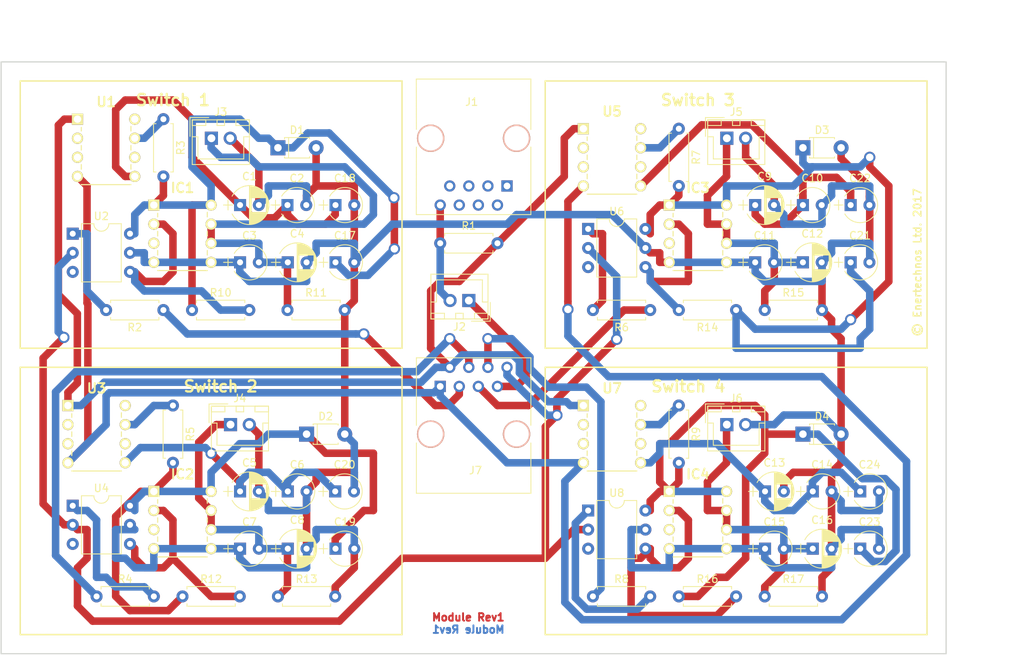
<source format=kicad_pcb>
(kicad_pcb (version 4) (host pcbnew 4.0.7)

  (general
    (links 139)
    (no_connects 0)
    (area 44.852857 26.559839 189.46 114.525)
    (thickness 1.6)
    (drawings 29)
    (tracks 602)
    (zones 0)
    (modules 68)
    (nets 35)
  )

  (page A4)
  (layers
    (0 F.Cu signal)
    (31 B.Cu signal)
    (33 F.Adhes user hide)
    (35 F.Paste user hide)
    (37 F.SilkS user)
    (39 F.Mask user)
    (40 Dwgs.User user)
    (41 Cmts.User user hide)
    (42 Eco1.User user hide)
    (43 Eco2.User user hide)
    (44 Edge.Cuts user)
    (45 Margin user hide)
    (47 F.CrtYd user)
    (49 F.Fab user hide)
  )

  (setup
    (last_trace_width 1)
    (trace_clearance 0.4)
    (zone_clearance 0.35)
    (zone_45_only no)
    (trace_min 0.2)
    (segment_width 0.2)
    (edge_width 0.15)
    (via_size 1.5)
    (via_drill 1)
    (via_min_size 0.4)
    (via_min_drill 0.3)
    (uvia_size 1)
    (uvia_drill 0.5)
    (uvias_allowed no)
    (uvia_min_size 0.2)
    (uvia_min_drill 0.1)
    (pcb_text_width 0.3)
    (pcb_text_size 1.5 1.5)
    (mod_edge_width 0.15)
    (mod_text_size 1 1)
    (mod_text_width 0.15)
    (pad_size 1.524 1.524)
    (pad_drill 0.762)
    (pad_to_mask_clearance 0.2)
    (aux_axis_origin 0 0)
    (visible_elements 7FFFEFFF)
    (pcbplotparams
      (layerselection 0x00030_80000001)
      (usegerberextensions false)
      (excludeedgelayer true)
      (linewidth 0.100000)
      (plotframeref false)
      (viasonmask false)
      (mode 1)
      (useauxorigin false)
      (hpglpennumber 1)
      (hpglpenspeed 20)
      (hpglpendiameter 15)
      (hpglpenoverlay 2)
      (psnegative false)
      (psa4output false)
      (plotreference true)
      (plotvalue true)
      (plotinvisibletext false)
      (padsonsilk false)
      (subtractmaskfromsilk false)
      (outputformat 1)
      (mirror false)
      (drillshape 1)
      (scaleselection 1)
      (outputdirectory ""))
  )

  (net 0 "")
  (net 1 "Net-(C1-Pad1)")
  (net 2 Earth)
  (net 3 "Net-(C3-Pad2)")
  (net 4 "Net-(C7-Pad2)")
  (net 5 "Net-(C10-Pad1)")
  (net 6 "Net-(C11-Pad2)")
  (net 7 "Net-(C13-Pad1)")
  (net 8 "Net-(C15-Pad2)")
  (net 9 "Net-(IC1-Pad2)")
  (net 10 "Net-(IC2-Pad2)")
  (net 11 "Net-(IC3-Pad2)")
  (net 12 "Net-(IC4-Pad2)")
  (net 13 DC_IN)
  (net 14 DC_GND)
  (net 15 ARD_TEMP)
  (net 16 ARD_GND)
  (net 17 "Net-(R2-Pad2)")
  (net 18 "Net-(R4-Pad2)")
  (net 19 "Net-(R6-Pad2)")
  (net 20 "Net-(R8-Pad2)")
  (net 21 "Net-(C20-Pad1)")
  (net 22 "Net-(C17-Pad1)")
  (net 23 "Net-(C19-Pad1)")
  (net 24 "Net-(C21-Pad1)")
  (net 25 "Net-(C23-Pad1)")
  (net 26 "Net-(R3-Pad1)")
  (net 27 "Net-(R5-Pad1)")
  (net 28 "Net-(R7-Pad1)")
  (net 29 "Net-(R9-Pad1)")
  (net 30 ARD_PWM_A)
  (net 31 ARD_PWM_B)
  (net 32 ARD_PWM_C)
  (net 33 ARD_PWM_D)
  (net 34 ARD_5V)

  (net_class Default "This is the default net class."
    (clearance 0.4)
    (trace_width 1)
    (via_dia 1.5)
    (via_drill 1)
    (uvia_dia 1)
    (uvia_drill 0.5)
    (add_net ARD_5V)
    (add_net ARD_GND)
    (add_net ARD_PWM_A)
    (add_net ARD_PWM_B)
    (add_net ARD_PWM_C)
    (add_net ARD_PWM_D)
    (add_net ARD_TEMP)
    (add_net DC_GND)
    (add_net DC_IN)
    (add_net Earth)
    (add_net "Net-(C1-Pad1)")
    (add_net "Net-(C10-Pad1)")
    (add_net "Net-(C11-Pad2)")
    (add_net "Net-(C13-Pad1)")
    (add_net "Net-(C15-Pad2)")
    (add_net "Net-(C17-Pad1)")
    (add_net "Net-(C19-Pad1)")
    (add_net "Net-(C20-Pad1)")
    (add_net "Net-(C21-Pad1)")
    (add_net "Net-(C23-Pad1)")
    (add_net "Net-(C3-Pad2)")
    (add_net "Net-(C7-Pad2)")
    (add_net "Net-(IC1-Pad2)")
    (add_net "Net-(IC2-Pad2)")
    (add_net "Net-(IC3-Pad2)")
    (add_net "Net-(IC4-Pad2)")
    (add_net "Net-(R2-Pad2)")
    (add_net "Net-(R3-Pad1)")
    (add_net "Net-(R4-Pad2)")
    (add_net "Net-(R5-Pad1)")
    (add_net "Net-(R6-Pad2)")
    (add_net "Net-(R7-Pad1)")
    (add_net "Net-(R8-Pad2)")
    (add_net "Net-(R9-Pad1)")
  )

  (module Housings_DIP:DIP-6_W7.62mm (layer F.Cu) (tedit 59C78D6B) (tstamp 59EF6872)
    (at 127.635 56.515)
    (descr "6-lead though-hole mounted DIP package, row spacing 7.62 mm (300 mils)")
    (tags "THT DIP DIL PDIP 2.54mm 7.62mm 300mil")
    (path /59A71299/59A6DAA6)
    (fp_text reference U6 (at 3.81 -2.33) (layer F.SilkS)
      (effects (font (size 1 1) (thickness 0.15)))
    )
    (fp_text value H11N1M (at 3.81 7.41) (layer F.Fab)
      (effects (font (size 1 1) (thickness 0.15)))
    )
    (fp_arc (start 3.81 -1.33) (end 2.81 -1.33) (angle -180) (layer F.SilkS) (width 0.12))
    (fp_line (start 1.635 -1.27) (end 6.985 -1.27) (layer F.Fab) (width 0.1))
    (fp_line (start 6.985 -1.27) (end 6.985 6.35) (layer F.Fab) (width 0.1))
    (fp_line (start 6.985 6.35) (end 0.635 6.35) (layer F.Fab) (width 0.1))
    (fp_line (start 0.635 6.35) (end 0.635 -0.27) (layer F.Fab) (width 0.1))
    (fp_line (start 0.635 -0.27) (end 1.635 -1.27) (layer F.Fab) (width 0.1))
    (fp_line (start 2.81 -1.33) (end 1.16 -1.33) (layer F.SilkS) (width 0.12))
    (fp_line (start 1.16 -1.33) (end 1.16 6.41) (layer F.SilkS) (width 0.12))
    (fp_line (start 1.16 6.41) (end 6.46 6.41) (layer F.SilkS) (width 0.12))
    (fp_line (start 6.46 6.41) (end 6.46 -1.33) (layer F.SilkS) (width 0.12))
    (fp_line (start 6.46 -1.33) (end 4.81 -1.33) (layer F.SilkS) (width 0.12))
    (fp_line (start -1.1 -1.55) (end -1.1 6.6) (layer F.CrtYd) (width 0.05))
    (fp_line (start -1.1 6.6) (end 8.7 6.6) (layer F.CrtYd) (width 0.05))
    (fp_line (start 8.7 6.6) (end 8.7 -1.55) (layer F.CrtYd) (width 0.05))
    (fp_line (start 8.7 -1.55) (end -1.1 -1.55) (layer F.CrtYd) (width 0.05))
    (fp_text user %R (at 3.81 2.54) (layer F.Fab)
      (effects (font (size 1 1) (thickness 0.15)))
    )
    (pad 1 thru_hole rect (at 0 0) (size 1.6 1.6) (drill 0.8) (layers *.Cu *.Mask)
      (net 19 "Net-(R6-Pad2)"))
    (pad 4 thru_hole oval (at 7.62 5.08) (size 1.6 1.6) (drill 0.8) (layers *.Cu *.Mask)
      (net 11 "Net-(IC3-Pad2)"))
    (pad 2 thru_hole oval (at 0 2.54) (size 1.6 1.6) (drill 0.8) (layers *.Cu *.Mask)
      (net 16 ARD_GND))
    (pad 5 thru_hole oval (at 7.62 2.54) (size 1.6 1.6) (drill 0.8) (layers *.Cu *.Mask)
      (net 2 Earth))
    (pad 3 thru_hole oval (at 0 5.08) (size 1.6 1.6) (drill 0.8) (layers *.Cu *.Mask))
    (pad 6 thru_hole oval (at 7.62 0) (size 1.6 1.6) (drill 0.8) (layers *.Cu *.Mask)
      (net 24 "Net-(C21-Pad1)"))
    (model ${KISYS3DMOD}/Housings_DIP.3dshapes/DIP-6_W7.62mm.wrl
      (at (xyz 0 0 0))
      (scale (xyz 1 1 1))
      (rotate (xyz 0 0 0))
    )
  )

  (module Mounting_Holes:MountingHole_4.3mm_M4 (layer F.Cu) (tedit 59A7ED15) (tstamp 59A7F116)
    (at 54.61 107.95)
    (descr "Mounting Hole 4.3mm, no annular, M4")
    (tags "mounting hole 4.3mm no annular m4")
    (fp_text reference "" (at 0 -5.3) (layer F.SilkS)
      (effects (font (size 1 1) (thickness 0.15)))
    )
    (fp_text value MountingHole_4.3mm_M4 (at 0 5.3) (layer F.Fab)
      (effects (font (size 1 1) (thickness 0.15)))
    )
    (fp_circle (center 0 0) (end 4.3 0) (layer Cmts.User) (width 0.15))
    (fp_circle (center 0 0) (end 4.55 0) (layer F.CrtYd) (width 0.05))
    (pad 1 np_thru_hole circle (at 0 0) (size 4.3 4.3) (drill 4.3) (layers *.Cu *.Mask))
  )

  (module Mounting_Holes:MountingHole_4.3mm_M4 (layer F.Cu) (tedit 59A7ED1B) (tstamp 59A7F102)
    (at 170.18 107.95)
    (descr "Mounting Hole 4.3mm, no annular, M4")
    (tags "mounting hole 4.3mm no annular m4")
    (fp_text reference "" (at 0 -5.3) (layer F.SilkS)
      (effects (font (size 1 1) (thickness 0.15)))
    )
    (fp_text value MountingHole_4.3mm_M4 (at 0 5.3) (layer F.Fab)
      (effects (font (size 1 1) (thickness 0.15)))
    )
    (fp_circle (center 0 0) (end 4.3 0) (layer Cmts.User) (width 0.15))
    (fp_circle (center 0 0) (end 4.55 0) (layer F.CrtYd) (width 0.05))
    (pad 1 np_thru_hole circle (at 0 0) (size 4.3 4.3) (drill 4.3) (layers *.Cu *.Mask))
  )

  (module Mounting_Holes:MountingHole_4.3mm_M4 (layer F.Cu) (tedit 59A7ED10) (tstamp 59A7F0FC)
    (at 170.18 39.37)
    (descr "Mounting Hole 4.3mm, no annular, M4")
    (tags "mounting hole 4.3mm no annular m4")
    (fp_text reference "" (at 0 -5.3) (layer F.SilkS)
      (effects (font (size 1 1) (thickness 0.15)))
    )
    (fp_text value MountingHole_4.3mm_M4 (at 0 5.3) (layer F.Fab)
      (effects (font (size 1 1) (thickness 0.15)))
    )
    (fp_circle (center 0 0) (end 4.3 0) (layer Cmts.User) (width 0.15))
    (fp_circle (center 0 0) (end 4.55 0) (layer F.CrtYd) (width 0.05))
    (pad 1 np_thru_hole circle (at 0 0) (size 4.3 4.3) (drill 4.3) (layers *.Cu *.Mask))
  )

  (module Capacitors_THT:CP_Radial_Tantal_D4.5mm_P2.50mm (layer F.Cu) (tedit 597C781B) (tstamp 59A6E9D7)
    (at 156.21 53.34)
    (descr "CP, Radial_Tantal series, Radial, pin pitch=2.50mm, , diameter=4.5mm, Tantal Electrolytic Capacitor, http://cdn-reichelt.de/documents/datenblatt/B300/TANTAL-TB-Serie%23.pdf")
    (tags "CP Radial_Tantal series Radial pin pitch 2.50mm  diameter 4.5mm Tantal Electrolytic Capacitor")
    (path /59A71299/59A6D3E0)
    (fp_text reference C10 (at 1.25 -3.56) (layer F.SilkS)
      (effects (font (size 1 1) (thickness 0.15)))
    )
    (fp_text value 100nF (at 1.25 3.56) (layer F.Fab)
      (effects (font (size 1 1) (thickness 0.15)))
    )
    (fp_arc (start 1.25 0) (end -0.770693 -1.18) (angle 119.4) (layer F.SilkS) (width 0.12))
    (fp_arc (start 1.25 0) (end -0.770693 1.18) (angle -119.4) (layer F.SilkS) (width 0.12))
    (fp_arc (start 1.25 0) (end 3.270693 -1.18) (angle 60.6) (layer F.SilkS) (width 0.12))
    (fp_circle (center 1.25 0) (end 3.5 0) (layer F.Fab) (width 0.1))
    (fp_line (start -2.2 0) (end -1 0) (layer F.Fab) (width 0.1))
    (fp_line (start -1.6 -0.65) (end -1.6 0.65) (layer F.Fab) (width 0.1))
    (fp_line (start -2.2 0) (end -1 0) (layer F.SilkS) (width 0.12))
    (fp_line (start -1.6 -0.65) (end -1.6 0.65) (layer F.SilkS) (width 0.12))
    (fp_line (start -1.35 -2.6) (end -1.35 2.6) (layer F.CrtYd) (width 0.05))
    (fp_line (start -1.35 2.6) (end 3.85 2.6) (layer F.CrtYd) (width 0.05))
    (fp_line (start 3.85 2.6) (end 3.85 -2.6) (layer F.CrtYd) (width 0.05))
    (fp_line (start 3.85 -2.6) (end -1.35 -2.6) (layer F.CrtYd) (width 0.05))
    (fp_text user %R (at 1.25 0) (layer F.Fab)
      (effects (font (size 1 1) (thickness 0.15)))
    )
    (pad 1 thru_hole rect (at 0 0) (size 1.6 1.6) (drill 0.8) (layers *.Cu *.Mask)
      (net 5 "Net-(C10-Pad1)"))
    (pad 2 thru_hole circle (at 2.5 0) (size 1.6 1.6) (drill 0.8) (layers *.Cu *.Mask)
      (net 2 Earth))
    (model ${KISYS3DMOD}/Capacitors_THT.3dshapes/CP_Radial_Tantal_D4.5mm_P2.50mm.wrl
      (at (xyz 0 0 0))
      (scale (xyz 1 1 1))
      (rotate (xyz 0 0 0))
    )
  )

  (module PartsLibraries:TC4422AVPA (layer F.Cu) (tedit 592E9A52) (tstamp 59A6EF40)
    (at 127 80.01)
    (descr DIP254P762X432-8)
    (tags "Integrated Circuit")
    (path /59A712A3/59A6D3EA)
    (fp_text reference U7 (at 3.81 -2.286) (layer F.SilkS)
      (effects (font (size 1.27 1.27) (thickness 0.254)))
    )
    (fp_text value NME1212DC (at 3.556 9.906) (layer F.SilkS) hide
      (effects (font (size 1.27 1.27) (thickness 0.254)))
    )
    (fp_line (start 0.508 8.7122) (end 0.508 -1.0922) (layer Dwgs.User) (width 0.1524))
    (fp_line (start 0.508 -1.1938) (end 7.112 -1.1938) (layer Dwgs.User) (width 0.1524))
    (fp_line (start -0.4826 3.048) (end 0.508 3.048) (layer Dwgs.User) (width 0.1524))
    (fp_line (start -0.4826 2.032) (end -0.4826 3.048) (layer Dwgs.User) (width 0.1524))
    (fp_line (start 0.508 2.032) (end -0.4826 2.032) (layer Dwgs.User) (width 0.1524))
    (fp_line (start 0.508 3.048) (end 0.508 2.032) (layer Dwgs.User) (width 0.1524))
    (fp_line (start 7.112 1.5748) (end 7.112 0.9652) (layer F.SilkS) (width 0.1524))
    (fp_line (start 7.112 4.1148) (end 7.112 3.5052) (layer F.SilkS) (width 0.1524))
    (fp_line (start 0.508 6.0452) (end 0.508 6.6548) (layer F.SilkS) (width 0.1524))
    (fp_line (start 0.508 3.5052) (end 0.508 4.1148) (layer F.SilkS) (width 0.1524))
    (fp_line (start 0.508 8.7122) (end 7.112 8.7122) (layer F.SilkS) (width 0.1524))
    (fp_line (start 7.112 6.6548) (end 7.112 6.0452) (layer F.SilkS) (width 0.1524))
    (fp_line (start 0.508 1.0922) (end 0.508 1.5748) (layer F.SilkS) (width 0.1524))
    (fp_line (start 0.508 0.508) (end 0.508 -0.508) (layer Dwgs.User) (width 0.1524))
    (fp_line (start 0.508 -0.508) (end -0.4826 -0.508) (layer Dwgs.User) (width 0.1524))
    (fp_line (start -0.4826 -0.508) (end -0.4826 0.508) (layer Dwgs.User) (width 0.1524))
    (fp_line (start -0.4826 0.508) (end 0.508 0.508) (layer Dwgs.User) (width 0.1524))
    (fp_line (start 0.508 5.588) (end 0.508 4.572) (layer Dwgs.User) (width 0.1524))
    (fp_line (start 0.508 4.572) (end -0.4826 4.572) (layer Dwgs.User) (width 0.1524))
    (fp_line (start -0.4826 4.572) (end -0.4826 5.588) (layer Dwgs.User) (width 0.1524))
    (fp_line (start -0.4826 5.588) (end 0.508 5.588) (layer Dwgs.User) (width 0.1524))
    (fp_line (start 0.508 8.128) (end 0.508 7.112) (layer Dwgs.User) (width 0.1524))
    (fp_line (start 0.508 7.112) (end -0.4826 7.1374) (layer Dwgs.User) (width 0.1524))
    (fp_line (start -0.4826 7.1374) (end -0.4826 8.128) (layer Dwgs.User) (width 0.1524))
    (fp_line (start -0.4826 8.128) (end 0.508 8.128) (layer Dwgs.User) (width 0.1524))
    (fp_line (start 7.112 7.112) (end 7.112 8.128) (layer Dwgs.User) (width 0.1524))
    (fp_line (start 7.112 8.128) (end 8.1026 8.1026) (layer Dwgs.User) (width 0.1524))
    (fp_line (start 8.1026 8.1026) (end 8.1026 7.112) (layer Dwgs.User) (width 0.1524))
    (fp_line (start 8.1026 7.112) (end 7.112 7.112) (layer Dwgs.User) (width 0.1524))
    (fp_line (start 7.112 4.572) (end 7.112 5.588) (layer Dwgs.User) (width 0.1524))
    (fp_line (start 7.112 5.588) (end 8.1026 5.5626) (layer Dwgs.User) (width 0.1524))
    (fp_line (start 8.1026 5.5626) (end 8.1026 4.572) (layer Dwgs.User) (width 0.1524))
    (fp_line (start 8.1026 4.572) (end 7.112 4.572) (layer Dwgs.User) (width 0.1524))
    (fp_line (start 7.112 2.032) (end 7.112 3.048) (layer Dwgs.User) (width 0.1524))
    (fp_line (start 7.112 3.048) (end 8.1026 3.048) (layer Dwgs.User) (width 0.1524))
    (fp_line (start 8.1026 3.048) (end 8.1026 2.032) (layer Dwgs.User) (width 0.1524))
    (fp_line (start 8.1026 2.032) (end 7.112 2.032) (layer Dwgs.User) (width 0.1524))
    (fp_line (start 7.112 -0.508) (end 7.112 0.508) (layer Dwgs.User) (width 0.1524))
    (fp_line (start 7.112 0.508) (end 8.1026 0.508) (layer Dwgs.User) (width 0.1524))
    (fp_line (start 8.1026 0.508) (end 8.1026 -0.508) (layer Dwgs.User) (width 0.1524))
    (fp_line (start 8.1026 -0.508) (end 7.112 -0.508) (layer Dwgs.User) (width 0.1524))
    (fp_line (start 0.508 8.7122) (end 7.112 8.7122) (layer Dwgs.User) (width 0.1524))
    (fp_line (start 7.112 8.7122) (end 7.112 -1.0922) (layer Dwgs.User) (width 0.1524))
    (pad 1 thru_hole rect (at 0 0 90) (size 1.4859 1.4859) (drill 0.9906) (layers *.Cu *.Mask F.SilkS)
      (net 14 DC_GND))
    (pad 2 thru_hole circle (at 0 2.54 90) (size 1.4859 1.4859) (drill 0.9906) (layers *.Cu *.Mask F.SilkS))
    (pad 3 thru_hole circle (at 0 5.08 90) (size 1.4859 1.4859) (drill 0.9906) (layers *.Cu *.Mask F.SilkS))
    (pad 4 thru_hole circle (at 0 7.62 90) (size 1.4859 1.4859) (drill 0.9906) (layers *.Cu *.Mask F.SilkS)
      (net 13 DC_IN))
    (pad 5 thru_hole circle (at 7.62 7.62 90) (size 1.4859 1.4859) (drill 0.9906) (layers *.Cu *.Mask F.SilkS)
      (net 7 "Net-(C13-Pad1)"))
    (pad 6 thru_hole circle (at 7.62 5.08 90) (size 1.4859 1.4859) (drill 0.9906) (layers *.Cu *.Mask F.SilkS))
    (pad 7 thru_hole circle (at 7.62 2.54 90) (size 1.4859 1.4859) (drill 0.9906) (layers *.Cu *.Mask F.SilkS)
      (net 29 "Net-(R9-Pad1)"))
    (pad 8 thru_hole circle (at 7.62 0 90) (size 1.4859 1.4859) (drill 0.9906) (layers *.Cu *.Mask F.SilkS))
    (model Housings_DIP.3dshapes/DIP-8_W7.62mm.wrl
      (at (xyz 0 0 0))
      (scale (xyz 1 1 1))
      (rotate (xyz 0 0 0))
    )
  )

  (module PartsLibraries:TC4422AVPA (layer F.Cu) (tedit 592E9A52) (tstamp 59A6EE9E)
    (at 58.42 80.01)
    (descr DIP254P762X432-8)
    (tags "Integrated Circuit")
    (path /59A7109E/59A6D3EA)
    (fp_text reference U3 (at 3.81 -2.286) (layer F.SilkS)
      (effects (font (size 1.27 1.27) (thickness 0.254)))
    )
    (fp_text value NME1212DC (at 3.556 9.906) (layer F.SilkS) hide
      (effects (font (size 1.27 1.27) (thickness 0.254)))
    )
    (fp_line (start 0.508 8.7122) (end 0.508 -1.0922) (layer Dwgs.User) (width 0.1524))
    (fp_line (start 0.508 -1.1938) (end 7.112 -1.1938) (layer Dwgs.User) (width 0.1524))
    (fp_line (start -0.4826 3.048) (end 0.508 3.048) (layer Dwgs.User) (width 0.1524))
    (fp_line (start -0.4826 2.032) (end -0.4826 3.048) (layer Dwgs.User) (width 0.1524))
    (fp_line (start 0.508 2.032) (end -0.4826 2.032) (layer Dwgs.User) (width 0.1524))
    (fp_line (start 0.508 3.048) (end 0.508 2.032) (layer Dwgs.User) (width 0.1524))
    (fp_line (start 7.112 1.5748) (end 7.112 0.9652) (layer F.SilkS) (width 0.1524))
    (fp_line (start 7.112 4.1148) (end 7.112 3.5052) (layer F.SilkS) (width 0.1524))
    (fp_line (start 0.508 6.0452) (end 0.508 6.6548) (layer F.SilkS) (width 0.1524))
    (fp_line (start 0.508 3.5052) (end 0.508 4.1148) (layer F.SilkS) (width 0.1524))
    (fp_line (start 0.508 8.7122) (end 7.112 8.7122) (layer F.SilkS) (width 0.1524))
    (fp_line (start 7.112 6.6548) (end 7.112 6.0452) (layer F.SilkS) (width 0.1524))
    (fp_line (start 0.508 1.0922) (end 0.508 1.5748) (layer F.SilkS) (width 0.1524))
    (fp_line (start 0.508 0.508) (end 0.508 -0.508) (layer Dwgs.User) (width 0.1524))
    (fp_line (start 0.508 -0.508) (end -0.4826 -0.508) (layer Dwgs.User) (width 0.1524))
    (fp_line (start -0.4826 -0.508) (end -0.4826 0.508) (layer Dwgs.User) (width 0.1524))
    (fp_line (start -0.4826 0.508) (end 0.508 0.508) (layer Dwgs.User) (width 0.1524))
    (fp_line (start 0.508 5.588) (end 0.508 4.572) (layer Dwgs.User) (width 0.1524))
    (fp_line (start 0.508 4.572) (end -0.4826 4.572) (layer Dwgs.User) (width 0.1524))
    (fp_line (start -0.4826 4.572) (end -0.4826 5.588) (layer Dwgs.User) (width 0.1524))
    (fp_line (start -0.4826 5.588) (end 0.508 5.588) (layer Dwgs.User) (width 0.1524))
    (fp_line (start 0.508 8.128) (end 0.508 7.112) (layer Dwgs.User) (width 0.1524))
    (fp_line (start 0.508 7.112) (end -0.4826 7.1374) (layer Dwgs.User) (width 0.1524))
    (fp_line (start -0.4826 7.1374) (end -0.4826 8.128) (layer Dwgs.User) (width 0.1524))
    (fp_line (start -0.4826 8.128) (end 0.508 8.128) (layer Dwgs.User) (width 0.1524))
    (fp_line (start 7.112 7.112) (end 7.112 8.128) (layer Dwgs.User) (width 0.1524))
    (fp_line (start 7.112 8.128) (end 8.1026 8.1026) (layer Dwgs.User) (width 0.1524))
    (fp_line (start 8.1026 8.1026) (end 8.1026 7.112) (layer Dwgs.User) (width 0.1524))
    (fp_line (start 8.1026 7.112) (end 7.112 7.112) (layer Dwgs.User) (width 0.1524))
    (fp_line (start 7.112 4.572) (end 7.112 5.588) (layer Dwgs.User) (width 0.1524))
    (fp_line (start 7.112 5.588) (end 8.1026 5.5626) (layer Dwgs.User) (width 0.1524))
    (fp_line (start 8.1026 5.5626) (end 8.1026 4.572) (layer Dwgs.User) (width 0.1524))
    (fp_line (start 8.1026 4.572) (end 7.112 4.572) (layer Dwgs.User) (width 0.1524))
    (fp_line (start 7.112 2.032) (end 7.112 3.048) (layer Dwgs.User) (width 0.1524))
    (fp_line (start 7.112 3.048) (end 8.1026 3.048) (layer Dwgs.User) (width 0.1524))
    (fp_line (start 8.1026 3.048) (end 8.1026 2.032) (layer Dwgs.User) (width 0.1524))
    (fp_line (start 8.1026 2.032) (end 7.112 2.032) (layer Dwgs.User) (width 0.1524))
    (fp_line (start 7.112 -0.508) (end 7.112 0.508) (layer Dwgs.User) (width 0.1524))
    (fp_line (start 7.112 0.508) (end 8.1026 0.508) (layer Dwgs.User) (width 0.1524))
    (fp_line (start 8.1026 0.508) (end 8.1026 -0.508) (layer Dwgs.User) (width 0.1524))
    (fp_line (start 8.1026 -0.508) (end 7.112 -0.508) (layer Dwgs.User) (width 0.1524))
    (fp_line (start 0.508 8.7122) (end 7.112 8.7122) (layer Dwgs.User) (width 0.1524))
    (fp_line (start 7.112 8.7122) (end 7.112 -1.0922) (layer Dwgs.User) (width 0.1524))
    (pad 1 thru_hole rect (at 0 0 90) (size 1.4859 1.4859) (drill 0.9906) (layers *.Cu *.Mask F.SilkS)
      (net 14 DC_GND))
    (pad 2 thru_hole circle (at 0 2.54 90) (size 1.4859 1.4859) (drill 0.9906) (layers *.Cu *.Mask F.SilkS))
    (pad 3 thru_hole circle (at 0 5.08 90) (size 1.4859 1.4859) (drill 0.9906) (layers *.Cu *.Mask F.SilkS))
    (pad 4 thru_hole circle (at 0 7.62 90) (size 1.4859 1.4859) (drill 0.9906) (layers *.Cu *.Mask F.SilkS)
      (net 13 DC_IN))
    (pad 5 thru_hole circle (at 7.62 7.62 90) (size 1.4859 1.4859) (drill 0.9906) (layers *.Cu *.Mask F.SilkS)
      (net 21 "Net-(C20-Pad1)"))
    (pad 6 thru_hole circle (at 7.62 5.08 90) (size 1.4859 1.4859) (drill 0.9906) (layers *.Cu *.Mask F.SilkS))
    (pad 7 thru_hole circle (at 7.62 2.54 90) (size 1.4859 1.4859) (drill 0.9906) (layers *.Cu *.Mask F.SilkS)
      (net 27 "Net-(R5-Pad1)"))
    (pad 8 thru_hole circle (at 7.62 0 90) (size 1.4859 1.4859) (drill 0.9906) (layers *.Cu *.Mask F.SilkS))
    (model Housings_DIP.3dshapes/DIP-8_W7.62mm.wrl
      (at (xyz 0 0 0))
      (scale (xyz 1 1 1))
      (rotate (xyz 0 0 0))
    )
  )

  (module PartsLibraries:TC4422AVPA (layer F.Cu) (tedit 592E9A52) (tstamp 59A6EEEF)
    (at 127 43.18)
    (descr DIP254P762X432-8)
    (tags "Integrated Circuit")
    (path /59A71299/59A6D3EA)
    (fp_text reference U5 (at 3.81 -2.286) (layer F.SilkS)
      (effects (font (size 1.27 1.27) (thickness 0.254)))
    )
    (fp_text value NME1212DC (at 3.556 9.906) (layer F.SilkS) hide
      (effects (font (size 1.27 1.27) (thickness 0.254)))
    )
    (fp_line (start 0.508 8.7122) (end 0.508 -1.0922) (layer Dwgs.User) (width 0.1524))
    (fp_line (start 0.508 -1.1938) (end 7.112 -1.1938) (layer Dwgs.User) (width 0.1524))
    (fp_line (start -0.4826 3.048) (end 0.508 3.048) (layer Dwgs.User) (width 0.1524))
    (fp_line (start -0.4826 2.032) (end -0.4826 3.048) (layer Dwgs.User) (width 0.1524))
    (fp_line (start 0.508 2.032) (end -0.4826 2.032) (layer Dwgs.User) (width 0.1524))
    (fp_line (start 0.508 3.048) (end 0.508 2.032) (layer Dwgs.User) (width 0.1524))
    (fp_line (start 7.112 1.5748) (end 7.112 0.9652) (layer F.SilkS) (width 0.1524))
    (fp_line (start 7.112 4.1148) (end 7.112 3.5052) (layer F.SilkS) (width 0.1524))
    (fp_line (start 0.508 6.0452) (end 0.508 6.6548) (layer F.SilkS) (width 0.1524))
    (fp_line (start 0.508 3.5052) (end 0.508 4.1148) (layer F.SilkS) (width 0.1524))
    (fp_line (start 0.508 8.7122) (end 7.112 8.7122) (layer F.SilkS) (width 0.1524))
    (fp_line (start 7.112 6.6548) (end 7.112 6.0452) (layer F.SilkS) (width 0.1524))
    (fp_line (start 0.508 1.0922) (end 0.508 1.5748) (layer F.SilkS) (width 0.1524))
    (fp_line (start 0.508 0.508) (end 0.508 -0.508) (layer Dwgs.User) (width 0.1524))
    (fp_line (start 0.508 -0.508) (end -0.4826 -0.508) (layer Dwgs.User) (width 0.1524))
    (fp_line (start -0.4826 -0.508) (end -0.4826 0.508) (layer Dwgs.User) (width 0.1524))
    (fp_line (start -0.4826 0.508) (end 0.508 0.508) (layer Dwgs.User) (width 0.1524))
    (fp_line (start 0.508 5.588) (end 0.508 4.572) (layer Dwgs.User) (width 0.1524))
    (fp_line (start 0.508 4.572) (end -0.4826 4.572) (layer Dwgs.User) (width 0.1524))
    (fp_line (start -0.4826 4.572) (end -0.4826 5.588) (layer Dwgs.User) (width 0.1524))
    (fp_line (start -0.4826 5.588) (end 0.508 5.588) (layer Dwgs.User) (width 0.1524))
    (fp_line (start 0.508 8.128) (end 0.508 7.112) (layer Dwgs.User) (width 0.1524))
    (fp_line (start 0.508 7.112) (end -0.4826 7.1374) (layer Dwgs.User) (width 0.1524))
    (fp_line (start -0.4826 7.1374) (end -0.4826 8.128) (layer Dwgs.User) (width 0.1524))
    (fp_line (start -0.4826 8.128) (end 0.508 8.128) (layer Dwgs.User) (width 0.1524))
    (fp_line (start 7.112 7.112) (end 7.112 8.128) (layer Dwgs.User) (width 0.1524))
    (fp_line (start 7.112 8.128) (end 8.1026 8.1026) (layer Dwgs.User) (width 0.1524))
    (fp_line (start 8.1026 8.1026) (end 8.1026 7.112) (layer Dwgs.User) (width 0.1524))
    (fp_line (start 8.1026 7.112) (end 7.112 7.112) (layer Dwgs.User) (width 0.1524))
    (fp_line (start 7.112 4.572) (end 7.112 5.588) (layer Dwgs.User) (width 0.1524))
    (fp_line (start 7.112 5.588) (end 8.1026 5.5626) (layer Dwgs.User) (width 0.1524))
    (fp_line (start 8.1026 5.5626) (end 8.1026 4.572) (layer Dwgs.User) (width 0.1524))
    (fp_line (start 8.1026 4.572) (end 7.112 4.572) (layer Dwgs.User) (width 0.1524))
    (fp_line (start 7.112 2.032) (end 7.112 3.048) (layer Dwgs.User) (width 0.1524))
    (fp_line (start 7.112 3.048) (end 8.1026 3.048) (layer Dwgs.User) (width 0.1524))
    (fp_line (start 8.1026 3.048) (end 8.1026 2.032) (layer Dwgs.User) (width 0.1524))
    (fp_line (start 8.1026 2.032) (end 7.112 2.032) (layer Dwgs.User) (width 0.1524))
    (fp_line (start 7.112 -0.508) (end 7.112 0.508) (layer Dwgs.User) (width 0.1524))
    (fp_line (start 7.112 0.508) (end 8.1026 0.508) (layer Dwgs.User) (width 0.1524))
    (fp_line (start 8.1026 0.508) (end 8.1026 -0.508) (layer Dwgs.User) (width 0.1524))
    (fp_line (start 8.1026 -0.508) (end 7.112 -0.508) (layer Dwgs.User) (width 0.1524))
    (fp_line (start 0.508 8.7122) (end 7.112 8.7122) (layer Dwgs.User) (width 0.1524))
    (fp_line (start 7.112 8.7122) (end 7.112 -1.0922) (layer Dwgs.User) (width 0.1524))
    (pad 1 thru_hole rect (at 0 0 90) (size 1.4859 1.4859) (drill 0.9906) (layers *.Cu *.Mask F.SilkS)
      (net 14 DC_GND))
    (pad 2 thru_hole circle (at 0 2.54 90) (size 1.4859 1.4859) (drill 0.9906) (layers *.Cu *.Mask F.SilkS))
    (pad 3 thru_hole circle (at 0 5.08 90) (size 1.4859 1.4859) (drill 0.9906) (layers *.Cu *.Mask F.SilkS))
    (pad 4 thru_hole circle (at 0 7.62 90) (size 1.4859 1.4859) (drill 0.9906) (layers *.Cu *.Mask F.SilkS)
      (net 13 DC_IN))
    (pad 5 thru_hole circle (at 7.62 7.62 90) (size 1.4859 1.4859) (drill 0.9906) (layers *.Cu *.Mask F.SilkS)
      (net 5 "Net-(C10-Pad1)"))
    (pad 6 thru_hole circle (at 7.62 5.08 90) (size 1.4859 1.4859) (drill 0.9906) (layers *.Cu *.Mask F.SilkS))
    (pad 7 thru_hole circle (at 7.62 2.54 90) (size 1.4859 1.4859) (drill 0.9906) (layers *.Cu *.Mask F.SilkS)
      (net 28 "Net-(R7-Pad1)"))
    (pad 8 thru_hole circle (at 7.62 0 90) (size 1.4859 1.4859) (drill 0.9906) (layers *.Cu *.Mask F.SilkS))
    (model Housings_DIP.3dshapes/DIP-8_W7.62mm.wrl
      (at (xyz 0 0 0))
      (scale (xyz 1 1 1))
      (rotate (xyz 0 0 0))
    )
  )

  (module PartsLibraries:TC4422AVPA (layer F.Cu) (tedit 592E9A52) (tstamp 59A6EC7B)
    (at 138.43 91.44)
    (descr DIP254P762X432-8)
    (tags "Integrated Circuit")
    (path /59A712A3/59498139)
    (fp_text reference IC4 (at 3.81 -2.286) (layer F.SilkS)
      (effects (font (size 1.27 1.27) (thickness 0.254)))
    )
    (fp_text value TC4422AVPA (at 3.556 9.906) (layer F.SilkS) hide
      (effects (font (size 1.27 1.27) (thickness 0.254)))
    )
    (fp_line (start 0.508 8.7122) (end 0.508 -1.0922) (layer Dwgs.User) (width 0.1524))
    (fp_line (start 0.508 -1.1938) (end 7.112 -1.1938) (layer Dwgs.User) (width 0.1524))
    (fp_line (start -0.4826 3.048) (end 0.508 3.048) (layer Dwgs.User) (width 0.1524))
    (fp_line (start -0.4826 2.032) (end -0.4826 3.048) (layer Dwgs.User) (width 0.1524))
    (fp_line (start 0.508 2.032) (end -0.4826 2.032) (layer Dwgs.User) (width 0.1524))
    (fp_line (start 0.508 3.048) (end 0.508 2.032) (layer Dwgs.User) (width 0.1524))
    (fp_line (start 7.112 1.5748) (end 7.112 0.9652) (layer F.SilkS) (width 0.1524))
    (fp_line (start 7.112 4.1148) (end 7.112 3.5052) (layer F.SilkS) (width 0.1524))
    (fp_line (start 0.508 6.0452) (end 0.508 6.6548) (layer F.SilkS) (width 0.1524))
    (fp_line (start 0.508 3.5052) (end 0.508 4.1148) (layer F.SilkS) (width 0.1524))
    (fp_line (start 0.508 8.7122) (end 7.112 8.7122) (layer F.SilkS) (width 0.1524))
    (fp_line (start 7.112 6.6548) (end 7.112 6.0452) (layer F.SilkS) (width 0.1524))
    (fp_line (start 0.508 1.0922) (end 0.508 1.5748) (layer F.SilkS) (width 0.1524))
    (fp_line (start 0.508 0.508) (end 0.508 -0.508) (layer Dwgs.User) (width 0.1524))
    (fp_line (start 0.508 -0.508) (end -0.4826 -0.508) (layer Dwgs.User) (width 0.1524))
    (fp_line (start -0.4826 -0.508) (end -0.4826 0.508) (layer Dwgs.User) (width 0.1524))
    (fp_line (start -0.4826 0.508) (end 0.508 0.508) (layer Dwgs.User) (width 0.1524))
    (fp_line (start 0.508 5.588) (end 0.508 4.572) (layer Dwgs.User) (width 0.1524))
    (fp_line (start 0.508 4.572) (end -0.4826 4.572) (layer Dwgs.User) (width 0.1524))
    (fp_line (start -0.4826 4.572) (end -0.4826 5.588) (layer Dwgs.User) (width 0.1524))
    (fp_line (start -0.4826 5.588) (end 0.508 5.588) (layer Dwgs.User) (width 0.1524))
    (fp_line (start 0.508 8.128) (end 0.508 7.112) (layer Dwgs.User) (width 0.1524))
    (fp_line (start 0.508 7.112) (end -0.4826 7.1374) (layer Dwgs.User) (width 0.1524))
    (fp_line (start -0.4826 7.1374) (end -0.4826 8.128) (layer Dwgs.User) (width 0.1524))
    (fp_line (start -0.4826 8.128) (end 0.508 8.128) (layer Dwgs.User) (width 0.1524))
    (fp_line (start 7.112 7.112) (end 7.112 8.128) (layer Dwgs.User) (width 0.1524))
    (fp_line (start 7.112 8.128) (end 8.1026 8.1026) (layer Dwgs.User) (width 0.1524))
    (fp_line (start 8.1026 8.1026) (end 8.1026 7.112) (layer Dwgs.User) (width 0.1524))
    (fp_line (start 8.1026 7.112) (end 7.112 7.112) (layer Dwgs.User) (width 0.1524))
    (fp_line (start 7.112 4.572) (end 7.112 5.588) (layer Dwgs.User) (width 0.1524))
    (fp_line (start 7.112 5.588) (end 8.1026 5.5626) (layer Dwgs.User) (width 0.1524))
    (fp_line (start 8.1026 5.5626) (end 8.1026 4.572) (layer Dwgs.User) (width 0.1524))
    (fp_line (start 8.1026 4.572) (end 7.112 4.572) (layer Dwgs.User) (width 0.1524))
    (fp_line (start 7.112 2.032) (end 7.112 3.048) (layer Dwgs.User) (width 0.1524))
    (fp_line (start 7.112 3.048) (end 8.1026 3.048) (layer Dwgs.User) (width 0.1524))
    (fp_line (start 8.1026 3.048) (end 8.1026 2.032) (layer Dwgs.User) (width 0.1524))
    (fp_line (start 8.1026 2.032) (end 7.112 2.032) (layer Dwgs.User) (width 0.1524))
    (fp_line (start 7.112 -0.508) (end 7.112 0.508) (layer Dwgs.User) (width 0.1524))
    (fp_line (start 7.112 0.508) (end 8.1026 0.508) (layer Dwgs.User) (width 0.1524))
    (fp_line (start 8.1026 0.508) (end 8.1026 -0.508) (layer Dwgs.User) (width 0.1524))
    (fp_line (start 8.1026 -0.508) (end 7.112 -0.508) (layer Dwgs.User) (width 0.1524))
    (fp_line (start 0.508 8.7122) (end 7.112 8.7122) (layer Dwgs.User) (width 0.1524))
    (fp_line (start 7.112 8.7122) (end 7.112 -1.0922) (layer Dwgs.User) (width 0.1524))
    (pad 1 thru_hole rect (at 0 0 90) (size 1.4859 1.4859) (drill 0.9906) (layers *.Cu *.Mask F.SilkS)
      (net 25 "Net-(C23-Pad1)"))
    (pad 2 thru_hole circle (at 0 2.54 90) (size 1.4859 1.4859) (drill 0.9906) (layers *.Cu *.Mask F.SilkS)
      (net 12 "Net-(IC4-Pad2)"))
    (pad 3 thru_hole circle (at 0 5.08 90) (size 1.4859 1.4859) (drill 0.9906) (layers *.Cu *.Mask F.SilkS))
    (pad 4 thru_hole circle (at 0 7.62 90) (size 1.4859 1.4859) (drill 0.9906) (layers *.Cu *.Mask F.SilkS)
      (net 2 Earth))
    (pad 5 thru_hole circle (at 7.62 7.62 90) (size 1.4859 1.4859) (drill 0.9906) (layers *.Cu *.Mask F.SilkS)
      (net 2 Earth))
    (pad 6 thru_hole circle (at 7.62 5.08 90) (size 1.4859 1.4859) (drill 0.9906) (layers *.Cu *.Mask F.SilkS)
      (net 8 "Net-(C15-Pad2)"))
    (pad 7 thru_hole circle (at 7.62 2.54 90) (size 1.4859 1.4859) (drill 0.9906) (layers *.Cu *.Mask F.SilkS)
      (net 8 "Net-(C15-Pad2)"))
    (pad 8 thru_hole circle (at 7.62 0 90) (size 1.4859 1.4859) (drill 0.9906) (layers *.Cu *.Mask F.SilkS)
      (net 25 "Net-(C23-Pad1)"))
    (model Housings_DIP.3dshapes/DIP-8_W7.62mm.wrl
      (at (xyz 0 0 0))
      (scale (xyz 1 1 1))
      (rotate (xyz 0 0 0))
    )
  )

  (module PartsLibraries:TC4422AVPA (layer F.Cu) (tedit 592E9A52) (tstamp 59A6EC0D)
    (at 69.85 91.44)
    (descr DIP254P762X432-8)
    (tags "Integrated Circuit")
    (path /59A7109E/59498139)
    (fp_text reference IC2 (at 3.81 -2.286) (layer F.SilkS)
      (effects (font (size 1.27 1.27) (thickness 0.254)))
    )
    (fp_text value TC4422AVPA (at 3.556 9.906) (layer F.SilkS) hide
      (effects (font (size 1.27 1.27) (thickness 0.254)))
    )
    (fp_line (start 0.508 8.7122) (end 0.508 -1.0922) (layer Dwgs.User) (width 0.1524))
    (fp_line (start 0.508 -1.1938) (end 7.112 -1.1938) (layer Dwgs.User) (width 0.1524))
    (fp_line (start -0.4826 3.048) (end 0.508 3.048) (layer Dwgs.User) (width 0.1524))
    (fp_line (start -0.4826 2.032) (end -0.4826 3.048) (layer Dwgs.User) (width 0.1524))
    (fp_line (start 0.508 2.032) (end -0.4826 2.032) (layer Dwgs.User) (width 0.1524))
    (fp_line (start 0.508 3.048) (end 0.508 2.032) (layer Dwgs.User) (width 0.1524))
    (fp_line (start 7.112 1.5748) (end 7.112 0.9652) (layer F.SilkS) (width 0.1524))
    (fp_line (start 7.112 4.1148) (end 7.112 3.5052) (layer F.SilkS) (width 0.1524))
    (fp_line (start 0.508 6.0452) (end 0.508 6.6548) (layer F.SilkS) (width 0.1524))
    (fp_line (start 0.508 3.5052) (end 0.508 4.1148) (layer F.SilkS) (width 0.1524))
    (fp_line (start 0.508 8.7122) (end 7.112 8.7122) (layer F.SilkS) (width 0.1524))
    (fp_line (start 7.112 6.6548) (end 7.112 6.0452) (layer F.SilkS) (width 0.1524))
    (fp_line (start 0.508 1.0922) (end 0.508 1.5748) (layer F.SilkS) (width 0.1524))
    (fp_line (start 0.508 0.508) (end 0.508 -0.508) (layer Dwgs.User) (width 0.1524))
    (fp_line (start 0.508 -0.508) (end -0.4826 -0.508) (layer Dwgs.User) (width 0.1524))
    (fp_line (start -0.4826 -0.508) (end -0.4826 0.508) (layer Dwgs.User) (width 0.1524))
    (fp_line (start -0.4826 0.508) (end 0.508 0.508) (layer Dwgs.User) (width 0.1524))
    (fp_line (start 0.508 5.588) (end 0.508 4.572) (layer Dwgs.User) (width 0.1524))
    (fp_line (start 0.508 4.572) (end -0.4826 4.572) (layer Dwgs.User) (width 0.1524))
    (fp_line (start -0.4826 4.572) (end -0.4826 5.588) (layer Dwgs.User) (width 0.1524))
    (fp_line (start -0.4826 5.588) (end 0.508 5.588) (layer Dwgs.User) (width 0.1524))
    (fp_line (start 0.508 8.128) (end 0.508 7.112) (layer Dwgs.User) (width 0.1524))
    (fp_line (start 0.508 7.112) (end -0.4826 7.1374) (layer Dwgs.User) (width 0.1524))
    (fp_line (start -0.4826 7.1374) (end -0.4826 8.128) (layer Dwgs.User) (width 0.1524))
    (fp_line (start -0.4826 8.128) (end 0.508 8.128) (layer Dwgs.User) (width 0.1524))
    (fp_line (start 7.112 7.112) (end 7.112 8.128) (layer Dwgs.User) (width 0.1524))
    (fp_line (start 7.112 8.128) (end 8.1026 8.1026) (layer Dwgs.User) (width 0.1524))
    (fp_line (start 8.1026 8.1026) (end 8.1026 7.112) (layer Dwgs.User) (width 0.1524))
    (fp_line (start 8.1026 7.112) (end 7.112 7.112) (layer Dwgs.User) (width 0.1524))
    (fp_line (start 7.112 4.572) (end 7.112 5.588) (layer Dwgs.User) (width 0.1524))
    (fp_line (start 7.112 5.588) (end 8.1026 5.5626) (layer Dwgs.User) (width 0.1524))
    (fp_line (start 8.1026 5.5626) (end 8.1026 4.572) (layer Dwgs.User) (width 0.1524))
    (fp_line (start 8.1026 4.572) (end 7.112 4.572) (layer Dwgs.User) (width 0.1524))
    (fp_line (start 7.112 2.032) (end 7.112 3.048) (layer Dwgs.User) (width 0.1524))
    (fp_line (start 7.112 3.048) (end 8.1026 3.048) (layer Dwgs.User) (width 0.1524))
    (fp_line (start 8.1026 3.048) (end 8.1026 2.032) (layer Dwgs.User) (width 0.1524))
    (fp_line (start 8.1026 2.032) (end 7.112 2.032) (layer Dwgs.User) (width 0.1524))
    (fp_line (start 7.112 -0.508) (end 7.112 0.508) (layer Dwgs.User) (width 0.1524))
    (fp_line (start 7.112 0.508) (end 8.1026 0.508) (layer Dwgs.User) (width 0.1524))
    (fp_line (start 8.1026 0.508) (end 8.1026 -0.508) (layer Dwgs.User) (width 0.1524))
    (fp_line (start 8.1026 -0.508) (end 7.112 -0.508) (layer Dwgs.User) (width 0.1524))
    (fp_line (start 0.508 8.7122) (end 7.112 8.7122) (layer Dwgs.User) (width 0.1524))
    (fp_line (start 7.112 8.7122) (end 7.112 -1.0922) (layer Dwgs.User) (width 0.1524))
    (pad 1 thru_hole rect (at 0 0 90) (size 1.4859 1.4859) (drill 0.9906) (layers *.Cu *.Mask F.SilkS)
      (net 23 "Net-(C19-Pad1)"))
    (pad 2 thru_hole circle (at 0 2.54 90) (size 1.4859 1.4859) (drill 0.9906) (layers *.Cu *.Mask F.SilkS)
      (net 10 "Net-(IC2-Pad2)"))
    (pad 3 thru_hole circle (at 0 5.08 90) (size 1.4859 1.4859) (drill 0.9906) (layers *.Cu *.Mask F.SilkS))
    (pad 4 thru_hole circle (at 0 7.62 90) (size 1.4859 1.4859) (drill 0.9906) (layers *.Cu *.Mask F.SilkS)
      (net 2 Earth))
    (pad 5 thru_hole circle (at 7.62 7.62 90) (size 1.4859 1.4859) (drill 0.9906) (layers *.Cu *.Mask F.SilkS)
      (net 2 Earth))
    (pad 6 thru_hole circle (at 7.62 5.08 90) (size 1.4859 1.4859) (drill 0.9906) (layers *.Cu *.Mask F.SilkS)
      (net 4 "Net-(C7-Pad2)"))
    (pad 7 thru_hole circle (at 7.62 2.54 90) (size 1.4859 1.4859) (drill 0.9906) (layers *.Cu *.Mask F.SilkS)
      (net 4 "Net-(C7-Pad2)"))
    (pad 8 thru_hole circle (at 7.62 0 90) (size 1.4859 1.4859) (drill 0.9906) (layers *.Cu *.Mask F.SilkS)
      (net 23 "Net-(C19-Pad1)"))
    (model Housings_DIP.3dshapes/DIP-8_W7.62mm.wrl
      (at (xyz 0 0 0))
      (scale (xyz 1 1 1))
      (rotate (xyz 0 0 0))
    )
  )

  (module PartsLibraries:TC4422AVPA (layer F.Cu) (tedit 592E9A52) (tstamp 59A6EC44)
    (at 138.43 53.34)
    (descr DIP254P762X432-8)
    (tags "Integrated Circuit")
    (path /59A71299/59498139)
    (fp_text reference IC3 (at 3.81 -2.286) (layer F.SilkS)
      (effects (font (size 1.27 1.27) (thickness 0.254)))
    )
    (fp_text value TC4422AVPA (at 3.556 9.906) (layer F.SilkS) hide
      (effects (font (size 1.27 1.27) (thickness 0.254)))
    )
    (fp_line (start 0.508 8.7122) (end 0.508 -1.0922) (layer Dwgs.User) (width 0.1524))
    (fp_line (start 0.508 -1.1938) (end 7.112 -1.1938) (layer Dwgs.User) (width 0.1524))
    (fp_line (start -0.4826 3.048) (end 0.508 3.048) (layer Dwgs.User) (width 0.1524))
    (fp_line (start -0.4826 2.032) (end -0.4826 3.048) (layer Dwgs.User) (width 0.1524))
    (fp_line (start 0.508 2.032) (end -0.4826 2.032) (layer Dwgs.User) (width 0.1524))
    (fp_line (start 0.508 3.048) (end 0.508 2.032) (layer Dwgs.User) (width 0.1524))
    (fp_line (start 7.112 1.5748) (end 7.112 0.9652) (layer F.SilkS) (width 0.1524))
    (fp_line (start 7.112 4.1148) (end 7.112 3.5052) (layer F.SilkS) (width 0.1524))
    (fp_line (start 0.508 6.0452) (end 0.508 6.6548) (layer F.SilkS) (width 0.1524))
    (fp_line (start 0.508 3.5052) (end 0.508 4.1148) (layer F.SilkS) (width 0.1524))
    (fp_line (start 0.508 8.7122) (end 7.112 8.7122) (layer F.SilkS) (width 0.1524))
    (fp_line (start 7.112 6.6548) (end 7.112 6.0452) (layer F.SilkS) (width 0.1524))
    (fp_line (start 0.508 1.0922) (end 0.508 1.5748) (layer F.SilkS) (width 0.1524))
    (fp_line (start 0.508 0.508) (end 0.508 -0.508) (layer Dwgs.User) (width 0.1524))
    (fp_line (start 0.508 -0.508) (end -0.4826 -0.508) (layer Dwgs.User) (width 0.1524))
    (fp_line (start -0.4826 -0.508) (end -0.4826 0.508) (layer Dwgs.User) (width 0.1524))
    (fp_line (start -0.4826 0.508) (end 0.508 0.508) (layer Dwgs.User) (width 0.1524))
    (fp_line (start 0.508 5.588) (end 0.508 4.572) (layer Dwgs.User) (width 0.1524))
    (fp_line (start 0.508 4.572) (end -0.4826 4.572) (layer Dwgs.User) (width 0.1524))
    (fp_line (start -0.4826 4.572) (end -0.4826 5.588) (layer Dwgs.User) (width 0.1524))
    (fp_line (start -0.4826 5.588) (end 0.508 5.588) (layer Dwgs.User) (width 0.1524))
    (fp_line (start 0.508 8.128) (end 0.508 7.112) (layer Dwgs.User) (width 0.1524))
    (fp_line (start 0.508 7.112) (end -0.4826 7.1374) (layer Dwgs.User) (width 0.1524))
    (fp_line (start -0.4826 7.1374) (end -0.4826 8.128) (layer Dwgs.User) (width 0.1524))
    (fp_line (start -0.4826 8.128) (end 0.508 8.128) (layer Dwgs.User) (width 0.1524))
    (fp_line (start 7.112 7.112) (end 7.112 8.128) (layer Dwgs.User) (width 0.1524))
    (fp_line (start 7.112 8.128) (end 8.1026 8.1026) (layer Dwgs.User) (width 0.1524))
    (fp_line (start 8.1026 8.1026) (end 8.1026 7.112) (layer Dwgs.User) (width 0.1524))
    (fp_line (start 8.1026 7.112) (end 7.112 7.112) (layer Dwgs.User) (width 0.1524))
    (fp_line (start 7.112 4.572) (end 7.112 5.588) (layer Dwgs.User) (width 0.1524))
    (fp_line (start 7.112 5.588) (end 8.1026 5.5626) (layer Dwgs.User) (width 0.1524))
    (fp_line (start 8.1026 5.5626) (end 8.1026 4.572) (layer Dwgs.User) (width 0.1524))
    (fp_line (start 8.1026 4.572) (end 7.112 4.572) (layer Dwgs.User) (width 0.1524))
    (fp_line (start 7.112 2.032) (end 7.112 3.048) (layer Dwgs.User) (width 0.1524))
    (fp_line (start 7.112 3.048) (end 8.1026 3.048) (layer Dwgs.User) (width 0.1524))
    (fp_line (start 8.1026 3.048) (end 8.1026 2.032) (layer Dwgs.User) (width 0.1524))
    (fp_line (start 8.1026 2.032) (end 7.112 2.032) (layer Dwgs.User) (width 0.1524))
    (fp_line (start 7.112 -0.508) (end 7.112 0.508) (layer Dwgs.User) (width 0.1524))
    (fp_line (start 7.112 0.508) (end 8.1026 0.508) (layer Dwgs.User) (width 0.1524))
    (fp_line (start 8.1026 0.508) (end 8.1026 -0.508) (layer Dwgs.User) (width 0.1524))
    (fp_line (start 8.1026 -0.508) (end 7.112 -0.508) (layer Dwgs.User) (width 0.1524))
    (fp_line (start 0.508 8.7122) (end 7.112 8.7122) (layer Dwgs.User) (width 0.1524))
    (fp_line (start 7.112 8.7122) (end 7.112 -1.0922) (layer Dwgs.User) (width 0.1524))
    (pad 1 thru_hole rect (at 0 0 90) (size 1.4859 1.4859) (drill 0.9906) (layers *.Cu *.Mask F.SilkS)
      (net 24 "Net-(C21-Pad1)"))
    (pad 2 thru_hole circle (at 0 2.54 90) (size 1.4859 1.4859) (drill 0.9906) (layers *.Cu *.Mask F.SilkS)
      (net 11 "Net-(IC3-Pad2)"))
    (pad 3 thru_hole circle (at 0 5.08 90) (size 1.4859 1.4859) (drill 0.9906) (layers *.Cu *.Mask F.SilkS))
    (pad 4 thru_hole circle (at 0 7.62 90) (size 1.4859 1.4859) (drill 0.9906) (layers *.Cu *.Mask F.SilkS)
      (net 2 Earth))
    (pad 5 thru_hole circle (at 7.62 7.62 90) (size 1.4859 1.4859) (drill 0.9906) (layers *.Cu *.Mask F.SilkS)
      (net 2 Earth))
    (pad 6 thru_hole circle (at 7.62 5.08 90) (size 1.4859 1.4859) (drill 0.9906) (layers *.Cu *.Mask F.SilkS)
      (net 6 "Net-(C11-Pad2)"))
    (pad 7 thru_hole circle (at 7.62 2.54 90) (size 1.4859 1.4859) (drill 0.9906) (layers *.Cu *.Mask F.SilkS)
      (net 6 "Net-(C11-Pad2)"))
    (pad 8 thru_hole circle (at 7.62 0 90) (size 1.4859 1.4859) (drill 0.9906) (layers *.Cu *.Mask F.SilkS)
      (net 24 "Net-(C21-Pad1)"))
    (model Housings_DIP.3dshapes/DIP-8_W7.62mm.wrl
      (at (xyz 0 0 0))
      (scale (xyz 1 1 1))
      (rotate (xyz 0 0 0))
    )
  )

  (module PartsLibraries:TC4422AVPA (layer F.Cu) (tedit 592E9A52) (tstamp 59A6EBD6)
    (at 69.85 53.34)
    (descr DIP254P762X432-8)
    (tags "Integrated Circuit")
    (path /59498AA5/59498139)
    (fp_text reference IC1 (at 3.81 -2.286) (layer F.SilkS)
      (effects (font (size 1.27 1.27) (thickness 0.254)))
    )
    (fp_text value TC4422AVPA (at 3.556 9.906) (layer F.SilkS) hide
      (effects (font (size 1.27 1.27) (thickness 0.254)))
    )
    (fp_line (start 0.508 8.7122) (end 0.508 -1.0922) (layer Dwgs.User) (width 0.1524))
    (fp_line (start 0.508 -1.1938) (end 7.112 -1.1938) (layer Dwgs.User) (width 0.1524))
    (fp_line (start -0.4826 3.048) (end 0.508 3.048) (layer Dwgs.User) (width 0.1524))
    (fp_line (start -0.4826 2.032) (end -0.4826 3.048) (layer Dwgs.User) (width 0.1524))
    (fp_line (start 0.508 2.032) (end -0.4826 2.032) (layer Dwgs.User) (width 0.1524))
    (fp_line (start 0.508 3.048) (end 0.508 2.032) (layer Dwgs.User) (width 0.1524))
    (fp_line (start 7.112 1.5748) (end 7.112 0.9652) (layer F.SilkS) (width 0.1524))
    (fp_line (start 7.112 4.1148) (end 7.112 3.5052) (layer F.SilkS) (width 0.1524))
    (fp_line (start 0.508 6.0452) (end 0.508 6.6548) (layer F.SilkS) (width 0.1524))
    (fp_line (start 0.508 3.5052) (end 0.508 4.1148) (layer F.SilkS) (width 0.1524))
    (fp_line (start 0.508 8.7122) (end 7.112 8.7122) (layer F.SilkS) (width 0.1524))
    (fp_line (start 7.112 6.6548) (end 7.112 6.0452) (layer F.SilkS) (width 0.1524))
    (fp_line (start 0.508 1.0922) (end 0.508 1.5748) (layer F.SilkS) (width 0.1524))
    (fp_line (start 0.508 0.508) (end 0.508 -0.508) (layer Dwgs.User) (width 0.1524))
    (fp_line (start 0.508 -0.508) (end -0.4826 -0.508) (layer Dwgs.User) (width 0.1524))
    (fp_line (start -0.4826 -0.508) (end -0.4826 0.508) (layer Dwgs.User) (width 0.1524))
    (fp_line (start -0.4826 0.508) (end 0.508 0.508) (layer Dwgs.User) (width 0.1524))
    (fp_line (start 0.508 5.588) (end 0.508 4.572) (layer Dwgs.User) (width 0.1524))
    (fp_line (start 0.508 4.572) (end -0.4826 4.572) (layer Dwgs.User) (width 0.1524))
    (fp_line (start -0.4826 4.572) (end -0.4826 5.588) (layer Dwgs.User) (width 0.1524))
    (fp_line (start -0.4826 5.588) (end 0.508 5.588) (layer Dwgs.User) (width 0.1524))
    (fp_line (start 0.508 8.128) (end 0.508 7.112) (layer Dwgs.User) (width 0.1524))
    (fp_line (start 0.508 7.112) (end -0.4826 7.1374) (layer Dwgs.User) (width 0.1524))
    (fp_line (start -0.4826 7.1374) (end -0.4826 8.128) (layer Dwgs.User) (width 0.1524))
    (fp_line (start -0.4826 8.128) (end 0.508 8.128) (layer Dwgs.User) (width 0.1524))
    (fp_line (start 7.112 7.112) (end 7.112 8.128) (layer Dwgs.User) (width 0.1524))
    (fp_line (start 7.112 8.128) (end 8.1026 8.1026) (layer Dwgs.User) (width 0.1524))
    (fp_line (start 8.1026 8.1026) (end 8.1026 7.112) (layer Dwgs.User) (width 0.1524))
    (fp_line (start 8.1026 7.112) (end 7.112 7.112) (layer Dwgs.User) (width 0.1524))
    (fp_line (start 7.112 4.572) (end 7.112 5.588) (layer Dwgs.User) (width 0.1524))
    (fp_line (start 7.112 5.588) (end 8.1026 5.5626) (layer Dwgs.User) (width 0.1524))
    (fp_line (start 8.1026 5.5626) (end 8.1026 4.572) (layer Dwgs.User) (width 0.1524))
    (fp_line (start 8.1026 4.572) (end 7.112 4.572) (layer Dwgs.User) (width 0.1524))
    (fp_line (start 7.112 2.032) (end 7.112 3.048) (layer Dwgs.User) (width 0.1524))
    (fp_line (start 7.112 3.048) (end 8.1026 3.048) (layer Dwgs.User) (width 0.1524))
    (fp_line (start 8.1026 3.048) (end 8.1026 2.032) (layer Dwgs.User) (width 0.1524))
    (fp_line (start 8.1026 2.032) (end 7.112 2.032) (layer Dwgs.User) (width 0.1524))
    (fp_line (start 7.112 -0.508) (end 7.112 0.508) (layer Dwgs.User) (width 0.1524))
    (fp_line (start 7.112 0.508) (end 8.1026 0.508) (layer Dwgs.User) (width 0.1524))
    (fp_line (start 8.1026 0.508) (end 8.1026 -0.508) (layer Dwgs.User) (width 0.1524))
    (fp_line (start 8.1026 -0.508) (end 7.112 -0.508) (layer Dwgs.User) (width 0.1524))
    (fp_line (start 0.508 8.7122) (end 7.112 8.7122) (layer Dwgs.User) (width 0.1524))
    (fp_line (start 7.112 8.7122) (end 7.112 -1.0922) (layer Dwgs.User) (width 0.1524))
    (pad 1 thru_hole rect (at 0 0 90) (size 1.4859 1.4859) (drill 0.9906) (layers *.Cu *.Mask F.SilkS)
      (net 22 "Net-(C17-Pad1)"))
    (pad 2 thru_hole circle (at 0 2.54 90) (size 1.4859 1.4859) (drill 0.9906) (layers *.Cu *.Mask F.SilkS)
      (net 9 "Net-(IC1-Pad2)"))
    (pad 3 thru_hole circle (at 0 5.08 90) (size 1.4859 1.4859) (drill 0.9906) (layers *.Cu *.Mask F.SilkS))
    (pad 4 thru_hole circle (at 0 7.62 90) (size 1.4859 1.4859) (drill 0.9906) (layers *.Cu *.Mask F.SilkS)
      (net 2 Earth))
    (pad 5 thru_hole circle (at 7.62 7.62 90) (size 1.4859 1.4859) (drill 0.9906) (layers *.Cu *.Mask F.SilkS)
      (net 2 Earth))
    (pad 6 thru_hole circle (at 7.62 5.08 90) (size 1.4859 1.4859) (drill 0.9906) (layers *.Cu *.Mask F.SilkS)
      (net 3 "Net-(C3-Pad2)"))
    (pad 7 thru_hole circle (at 7.62 2.54 90) (size 1.4859 1.4859) (drill 0.9906) (layers *.Cu *.Mask F.SilkS)
      (net 3 "Net-(C3-Pad2)"))
    (pad 8 thru_hole circle (at 7.62 0 90) (size 1.4859 1.4859) (drill 0.9906) (layers *.Cu *.Mask F.SilkS)
      (net 22 "Net-(C17-Pad1)"))
    (model Housings_DIP.3dshapes/DIP-8_W7.62mm.wrl
      (at (xyz 0 0 0))
      (scale (xyz 1 1 1))
      (rotate (xyz 0 0 0))
    )
  )

  (module PartsLibraries:TC4422AVPA (layer F.Cu) (tedit 592E9A52) (tstamp 59A6EE4D)
    (at 59.69 41.91)
    (descr DIP254P762X432-8)
    (tags "Integrated Circuit")
    (path /59498AA5/59A6D3EA)
    (fp_text reference U1 (at 3.81 -2.286) (layer F.SilkS)
      (effects (font (size 1.27 1.27) (thickness 0.254)))
    )
    (fp_text value NME1212DC (at 3.556 9.906) (layer F.SilkS) hide
      (effects (font (size 1.27 1.27) (thickness 0.254)))
    )
    (fp_line (start 0.508 8.7122) (end 0.508 -1.0922) (layer Dwgs.User) (width 0.1524))
    (fp_line (start 0.508 -1.1938) (end 7.112 -1.1938) (layer Dwgs.User) (width 0.1524))
    (fp_line (start -0.4826 3.048) (end 0.508 3.048) (layer Dwgs.User) (width 0.1524))
    (fp_line (start -0.4826 2.032) (end -0.4826 3.048) (layer Dwgs.User) (width 0.1524))
    (fp_line (start 0.508 2.032) (end -0.4826 2.032) (layer Dwgs.User) (width 0.1524))
    (fp_line (start 0.508 3.048) (end 0.508 2.032) (layer Dwgs.User) (width 0.1524))
    (fp_line (start 7.112 1.5748) (end 7.112 0.9652) (layer F.SilkS) (width 0.1524))
    (fp_line (start 7.112 4.1148) (end 7.112 3.5052) (layer F.SilkS) (width 0.1524))
    (fp_line (start 0.508 6.0452) (end 0.508 6.6548) (layer F.SilkS) (width 0.1524))
    (fp_line (start 0.508 3.5052) (end 0.508 4.1148) (layer F.SilkS) (width 0.1524))
    (fp_line (start 0.508 8.7122) (end 7.112 8.7122) (layer F.SilkS) (width 0.1524))
    (fp_line (start 7.112 6.6548) (end 7.112 6.0452) (layer F.SilkS) (width 0.1524))
    (fp_line (start 0.508 1.0922) (end 0.508 1.5748) (layer F.SilkS) (width 0.1524))
    (fp_line (start 0.508 0.508) (end 0.508 -0.508) (layer Dwgs.User) (width 0.1524))
    (fp_line (start 0.508 -0.508) (end -0.4826 -0.508) (layer Dwgs.User) (width 0.1524))
    (fp_line (start -0.4826 -0.508) (end -0.4826 0.508) (layer Dwgs.User) (width 0.1524))
    (fp_line (start -0.4826 0.508) (end 0.508 0.508) (layer Dwgs.User) (width 0.1524))
    (fp_line (start 0.508 5.588) (end 0.508 4.572) (layer Dwgs.User) (width 0.1524))
    (fp_line (start 0.508 4.572) (end -0.4826 4.572) (layer Dwgs.User) (width 0.1524))
    (fp_line (start -0.4826 4.572) (end -0.4826 5.588) (layer Dwgs.User) (width 0.1524))
    (fp_line (start -0.4826 5.588) (end 0.508 5.588) (layer Dwgs.User) (width 0.1524))
    (fp_line (start 0.508 8.128) (end 0.508 7.112) (layer Dwgs.User) (width 0.1524))
    (fp_line (start 0.508 7.112) (end -0.4826 7.1374) (layer Dwgs.User) (width 0.1524))
    (fp_line (start -0.4826 7.1374) (end -0.4826 8.128) (layer Dwgs.User) (width 0.1524))
    (fp_line (start -0.4826 8.128) (end 0.508 8.128) (layer Dwgs.User) (width 0.1524))
    (fp_line (start 7.112 7.112) (end 7.112 8.128) (layer Dwgs.User) (width 0.1524))
    (fp_line (start 7.112 8.128) (end 8.1026 8.1026) (layer Dwgs.User) (width 0.1524))
    (fp_line (start 8.1026 8.1026) (end 8.1026 7.112) (layer Dwgs.User) (width 0.1524))
    (fp_line (start 8.1026 7.112) (end 7.112 7.112) (layer Dwgs.User) (width 0.1524))
    (fp_line (start 7.112 4.572) (end 7.112 5.588) (layer Dwgs.User) (width 0.1524))
    (fp_line (start 7.112 5.588) (end 8.1026 5.5626) (layer Dwgs.User) (width 0.1524))
    (fp_line (start 8.1026 5.5626) (end 8.1026 4.572) (layer Dwgs.User) (width 0.1524))
    (fp_line (start 8.1026 4.572) (end 7.112 4.572) (layer Dwgs.User) (width 0.1524))
    (fp_line (start 7.112 2.032) (end 7.112 3.048) (layer Dwgs.User) (width 0.1524))
    (fp_line (start 7.112 3.048) (end 8.1026 3.048) (layer Dwgs.User) (width 0.1524))
    (fp_line (start 8.1026 3.048) (end 8.1026 2.032) (layer Dwgs.User) (width 0.1524))
    (fp_line (start 8.1026 2.032) (end 7.112 2.032) (layer Dwgs.User) (width 0.1524))
    (fp_line (start 7.112 -0.508) (end 7.112 0.508) (layer Dwgs.User) (width 0.1524))
    (fp_line (start 7.112 0.508) (end 8.1026 0.508) (layer Dwgs.User) (width 0.1524))
    (fp_line (start 8.1026 0.508) (end 8.1026 -0.508) (layer Dwgs.User) (width 0.1524))
    (fp_line (start 8.1026 -0.508) (end 7.112 -0.508) (layer Dwgs.User) (width 0.1524))
    (fp_line (start 0.508 8.7122) (end 7.112 8.7122) (layer Dwgs.User) (width 0.1524))
    (fp_line (start 7.112 8.7122) (end 7.112 -1.0922) (layer Dwgs.User) (width 0.1524))
    (pad 1 thru_hole rect (at 0 0 90) (size 1.4859 1.4859) (drill 0.9906) (layers *.Cu *.Mask F.SilkS)
      (net 14 DC_GND))
    (pad 2 thru_hole circle (at 0 2.54 90) (size 1.4859 1.4859) (drill 0.9906) (layers *.Cu *.Mask F.SilkS))
    (pad 3 thru_hole circle (at 0 5.08 90) (size 1.4859 1.4859) (drill 0.9906) (layers *.Cu *.Mask F.SilkS))
    (pad 4 thru_hole circle (at 0 7.62 90) (size 1.4859 1.4859) (drill 0.9906) (layers *.Cu *.Mask F.SilkS)
      (net 13 DC_IN))
    (pad 5 thru_hole circle (at 7.62 7.62 90) (size 1.4859 1.4859) (drill 0.9906) (layers *.Cu *.Mask F.SilkS)
      (net 1 "Net-(C1-Pad1)"))
    (pad 6 thru_hole circle (at 7.62 5.08 90) (size 1.4859 1.4859) (drill 0.9906) (layers *.Cu *.Mask F.SilkS))
    (pad 7 thru_hole circle (at 7.62 2.54 90) (size 1.4859 1.4859) (drill 0.9906) (layers *.Cu *.Mask F.SilkS)
      (net 26 "Net-(R3-Pad1)"))
    (pad 8 thru_hole circle (at 7.62 0 90) (size 1.4859 1.4859) (drill 0.9906) (layers *.Cu *.Mask F.SilkS))
    (model Housings_DIP.3dshapes/DIP-8_W7.62mm.wrl
      (at (xyz 0 0 0))
      (scale (xyz 1 1 1))
      (rotate (xyz 0 0 0))
    )
  )

  (module Capacitors_THT:CP_Radial_D5.0mm_P2.50mm (layer F.Cu) (tedit 597BC7C2) (tstamp 59A6E764)
    (at 81.32 53.34)
    (descr "CP, Radial series, Radial, pin pitch=2.50mm, , diameter=5mm, Electrolytic Capacitor")
    (tags "CP Radial series Radial pin pitch 2.50mm  diameter 5mm Electrolytic Capacitor")
    (path /59498AA5/59A6D3D9)
    (fp_text reference C1 (at 1.25 -3.81) (layer F.SilkS)
      (effects (font (size 1 1) (thickness 0.15)))
    )
    (fp_text value 4.7uF (at 1.25 3.81) (layer F.Fab)
      (effects (font (size 1 1) (thickness 0.15)))
    )
    (fp_arc (start 1.25 0) (end -1.05558 -1.18) (angle 125.8) (layer F.SilkS) (width 0.12))
    (fp_arc (start 1.25 0) (end -1.05558 1.18) (angle -125.8) (layer F.SilkS) (width 0.12))
    (fp_arc (start 1.25 0) (end 3.55558 -1.18) (angle 54.2) (layer F.SilkS) (width 0.12))
    (fp_circle (center 1.25 0) (end 3.75 0) (layer F.Fab) (width 0.1))
    (fp_line (start -2.2 0) (end -1 0) (layer F.Fab) (width 0.1))
    (fp_line (start -1.6 -0.65) (end -1.6 0.65) (layer F.Fab) (width 0.1))
    (fp_line (start 1.25 -2.55) (end 1.25 2.55) (layer F.SilkS) (width 0.12))
    (fp_line (start 1.29 -2.55) (end 1.29 2.55) (layer F.SilkS) (width 0.12))
    (fp_line (start 1.33 -2.549) (end 1.33 2.549) (layer F.SilkS) (width 0.12))
    (fp_line (start 1.37 -2.548) (end 1.37 2.548) (layer F.SilkS) (width 0.12))
    (fp_line (start 1.41 -2.546) (end 1.41 2.546) (layer F.SilkS) (width 0.12))
    (fp_line (start 1.45 -2.543) (end 1.45 2.543) (layer F.SilkS) (width 0.12))
    (fp_line (start 1.49 -2.539) (end 1.49 2.539) (layer F.SilkS) (width 0.12))
    (fp_line (start 1.53 -2.535) (end 1.53 -0.98) (layer F.SilkS) (width 0.12))
    (fp_line (start 1.53 0.98) (end 1.53 2.535) (layer F.SilkS) (width 0.12))
    (fp_line (start 1.57 -2.531) (end 1.57 -0.98) (layer F.SilkS) (width 0.12))
    (fp_line (start 1.57 0.98) (end 1.57 2.531) (layer F.SilkS) (width 0.12))
    (fp_line (start 1.61 -2.525) (end 1.61 -0.98) (layer F.SilkS) (width 0.12))
    (fp_line (start 1.61 0.98) (end 1.61 2.525) (layer F.SilkS) (width 0.12))
    (fp_line (start 1.65 -2.519) (end 1.65 -0.98) (layer F.SilkS) (width 0.12))
    (fp_line (start 1.65 0.98) (end 1.65 2.519) (layer F.SilkS) (width 0.12))
    (fp_line (start 1.69 -2.513) (end 1.69 -0.98) (layer F.SilkS) (width 0.12))
    (fp_line (start 1.69 0.98) (end 1.69 2.513) (layer F.SilkS) (width 0.12))
    (fp_line (start 1.73 -2.506) (end 1.73 -0.98) (layer F.SilkS) (width 0.12))
    (fp_line (start 1.73 0.98) (end 1.73 2.506) (layer F.SilkS) (width 0.12))
    (fp_line (start 1.77 -2.498) (end 1.77 -0.98) (layer F.SilkS) (width 0.12))
    (fp_line (start 1.77 0.98) (end 1.77 2.498) (layer F.SilkS) (width 0.12))
    (fp_line (start 1.81 -2.489) (end 1.81 -0.98) (layer F.SilkS) (width 0.12))
    (fp_line (start 1.81 0.98) (end 1.81 2.489) (layer F.SilkS) (width 0.12))
    (fp_line (start 1.85 -2.48) (end 1.85 -0.98) (layer F.SilkS) (width 0.12))
    (fp_line (start 1.85 0.98) (end 1.85 2.48) (layer F.SilkS) (width 0.12))
    (fp_line (start 1.89 -2.47) (end 1.89 -0.98) (layer F.SilkS) (width 0.12))
    (fp_line (start 1.89 0.98) (end 1.89 2.47) (layer F.SilkS) (width 0.12))
    (fp_line (start 1.93 -2.46) (end 1.93 -0.98) (layer F.SilkS) (width 0.12))
    (fp_line (start 1.93 0.98) (end 1.93 2.46) (layer F.SilkS) (width 0.12))
    (fp_line (start 1.971 -2.448) (end 1.971 -0.98) (layer F.SilkS) (width 0.12))
    (fp_line (start 1.971 0.98) (end 1.971 2.448) (layer F.SilkS) (width 0.12))
    (fp_line (start 2.011 -2.436) (end 2.011 -0.98) (layer F.SilkS) (width 0.12))
    (fp_line (start 2.011 0.98) (end 2.011 2.436) (layer F.SilkS) (width 0.12))
    (fp_line (start 2.051 -2.424) (end 2.051 -0.98) (layer F.SilkS) (width 0.12))
    (fp_line (start 2.051 0.98) (end 2.051 2.424) (layer F.SilkS) (width 0.12))
    (fp_line (start 2.091 -2.41) (end 2.091 -0.98) (layer F.SilkS) (width 0.12))
    (fp_line (start 2.091 0.98) (end 2.091 2.41) (layer F.SilkS) (width 0.12))
    (fp_line (start 2.131 -2.396) (end 2.131 -0.98) (layer F.SilkS) (width 0.12))
    (fp_line (start 2.131 0.98) (end 2.131 2.396) (layer F.SilkS) (width 0.12))
    (fp_line (start 2.171 -2.382) (end 2.171 -0.98) (layer F.SilkS) (width 0.12))
    (fp_line (start 2.171 0.98) (end 2.171 2.382) (layer F.SilkS) (width 0.12))
    (fp_line (start 2.211 -2.366) (end 2.211 -0.98) (layer F.SilkS) (width 0.12))
    (fp_line (start 2.211 0.98) (end 2.211 2.366) (layer F.SilkS) (width 0.12))
    (fp_line (start 2.251 -2.35) (end 2.251 -0.98) (layer F.SilkS) (width 0.12))
    (fp_line (start 2.251 0.98) (end 2.251 2.35) (layer F.SilkS) (width 0.12))
    (fp_line (start 2.291 -2.333) (end 2.291 -0.98) (layer F.SilkS) (width 0.12))
    (fp_line (start 2.291 0.98) (end 2.291 2.333) (layer F.SilkS) (width 0.12))
    (fp_line (start 2.331 -2.315) (end 2.331 -0.98) (layer F.SilkS) (width 0.12))
    (fp_line (start 2.331 0.98) (end 2.331 2.315) (layer F.SilkS) (width 0.12))
    (fp_line (start 2.371 -2.296) (end 2.371 -0.98) (layer F.SilkS) (width 0.12))
    (fp_line (start 2.371 0.98) (end 2.371 2.296) (layer F.SilkS) (width 0.12))
    (fp_line (start 2.411 -2.276) (end 2.411 -0.98) (layer F.SilkS) (width 0.12))
    (fp_line (start 2.411 0.98) (end 2.411 2.276) (layer F.SilkS) (width 0.12))
    (fp_line (start 2.451 -2.256) (end 2.451 -0.98) (layer F.SilkS) (width 0.12))
    (fp_line (start 2.451 0.98) (end 2.451 2.256) (layer F.SilkS) (width 0.12))
    (fp_line (start 2.491 -2.234) (end 2.491 -0.98) (layer F.SilkS) (width 0.12))
    (fp_line (start 2.491 0.98) (end 2.491 2.234) (layer F.SilkS) (width 0.12))
    (fp_line (start 2.531 -2.212) (end 2.531 -0.98) (layer F.SilkS) (width 0.12))
    (fp_line (start 2.531 0.98) (end 2.531 2.212) (layer F.SilkS) (width 0.12))
    (fp_line (start 2.571 -2.189) (end 2.571 -0.98) (layer F.SilkS) (width 0.12))
    (fp_line (start 2.571 0.98) (end 2.571 2.189) (layer F.SilkS) (width 0.12))
    (fp_line (start 2.611 -2.165) (end 2.611 -0.98) (layer F.SilkS) (width 0.12))
    (fp_line (start 2.611 0.98) (end 2.611 2.165) (layer F.SilkS) (width 0.12))
    (fp_line (start 2.651 -2.14) (end 2.651 -0.98) (layer F.SilkS) (width 0.12))
    (fp_line (start 2.651 0.98) (end 2.651 2.14) (layer F.SilkS) (width 0.12))
    (fp_line (start 2.691 -2.113) (end 2.691 -0.98) (layer F.SilkS) (width 0.12))
    (fp_line (start 2.691 0.98) (end 2.691 2.113) (layer F.SilkS) (width 0.12))
    (fp_line (start 2.731 -2.086) (end 2.731 -0.98) (layer F.SilkS) (width 0.12))
    (fp_line (start 2.731 0.98) (end 2.731 2.086) (layer F.SilkS) (width 0.12))
    (fp_line (start 2.771 -2.058) (end 2.771 -0.98) (layer F.SilkS) (width 0.12))
    (fp_line (start 2.771 0.98) (end 2.771 2.058) (layer F.SilkS) (width 0.12))
    (fp_line (start 2.811 -2.028) (end 2.811 -0.98) (layer F.SilkS) (width 0.12))
    (fp_line (start 2.811 0.98) (end 2.811 2.028) (layer F.SilkS) (width 0.12))
    (fp_line (start 2.851 -1.997) (end 2.851 -0.98) (layer F.SilkS) (width 0.12))
    (fp_line (start 2.851 0.98) (end 2.851 1.997) (layer F.SilkS) (width 0.12))
    (fp_line (start 2.891 -1.965) (end 2.891 -0.98) (layer F.SilkS) (width 0.12))
    (fp_line (start 2.891 0.98) (end 2.891 1.965) (layer F.SilkS) (width 0.12))
    (fp_line (start 2.931 -1.932) (end 2.931 -0.98) (layer F.SilkS) (width 0.12))
    (fp_line (start 2.931 0.98) (end 2.931 1.932) (layer F.SilkS) (width 0.12))
    (fp_line (start 2.971 -1.897) (end 2.971 -0.98) (layer F.SilkS) (width 0.12))
    (fp_line (start 2.971 0.98) (end 2.971 1.897) (layer F.SilkS) (width 0.12))
    (fp_line (start 3.011 -1.861) (end 3.011 -0.98) (layer F.SilkS) (width 0.12))
    (fp_line (start 3.011 0.98) (end 3.011 1.861) (layer F.SilkS) (width 0.12))
    (fp_line (start 3.051 -1.823) (end 3.051 -0.98) (layer F.SilkS) (width 0.12))
    (fp_line (start 3.051 0.98) (end 3.051 1.823) (layer F.SilkS) (width 0.12))
    (fp_line (start 3.091 -1.783) (end 3.091 -0.98) (layer F.SilkS) (width 0.12))
    (fp_line (start 3.091 0.98) (end 3.091 1.783) (layer F.SilkS) (width 0.12))
    (fp_line (start 3.131 -1.742) (end 3.131 -0.98) (layer F.SilkS) (width 0.12))
    (fp_line (start 3.131 0.98) (end 3.131 1.742) (layer F.SilkS) (width 0.12))
    (fp_line (start 3.171 -1.699) (end 3.171 -0.98) (layer F.SilkS) (width 0.12))
    (fp_line (start 3.171 0.98) (end 3.171 1.699) (layer F.SilkS) (width 0.12))
    (fp_line (start 3.211 -1.654) (end 3.211 -0.98) (layer F.SilkS) (width 0.12))
    (fp_line (start 3.211 0.98) (end 3.211 1.654) (layer F.SilkS) (width 0.12))
    (fp_line (start 3.251 -1.606) (end 3.251 -0.98) (layer F.SilkS) (width 0.12))
    (fp_line (start 3.251 0.98) (end 3.251 1.606) (layer F.SilkS) (width 0.12))
    (fp_line (start 3.291 -1.556) (end 3.291 -0.98) (layer F.SilkS) (width 0.12))
    (fp_line (start 3.291 0.98) (end 3.291 1.556) (layer F.SilkS) (width 0.12))
    (fp_line (start 3.331 -1.504) (end 3.331 -0.98) (layer F.SilkS) (width 0.12))
    (fp_line (start 3.331 0.98) (end 3.331 1.504) (layer F.SilkS) (width 0.12))
    (fp_line (start 3.371 -1.448) (end 3.371 -0.98) (layer F.SilkS) (width 0.12))
    (fp_line (start 3.371 0.98) (end 3.371 1.448) (layer F.SilkS) (width 0.12))
    (fp_line (start 3.411 -1.39) (end 3.411 -0.98) (layer F.SilkS) (width 0.12))
    (fp_line (start 3.411 0.98) (end 3.411 1.39) (layer F.SilkS) (width 0.12))
    (fp_line (start 3.451 -1.327) (end 3.451 -0.98) (layer F.SilkS) (width 0.12))
    (fp_line (start 3.451 0.98) (end 3.451 1.327) (layer F.SilkS) (width 0.12))
    (fp_line (start 3.491 -1.261) (end 3.491 1.261) (layer F.SilkS) (width 0.12))
    (fp_line (start 3.531 -1.189) (end 3.531 1.189) (layer F.SilkS) (width 0.12))
    (fp_line (start 3.571 -1.112) (end 3.571 1.112) (layer F.SilkS) (width 0.12))
    (fp_line (start 3.611 -1.028) (end 3.611 1.028) (layer F.SilkS) (width 0.12))
    (fp_line (start 3.651 -0.934) (end 3.651 0.934) (layer F.SilkS) (width 0.12))
    (fp_line (start 3.691 -0.829) (end 3.691 0.829) (layer F.SilkS) (width 0.12))
    (fp_line (start 3.731 -0.707) (end 3.731 0.707) (layer F.SilkS) (width 0.12))
    (fp_line (start 3.771 -0.559) (end 3.771 0.559) (layer F.SilkS) (width 0.12))
    (fp_line (start 3.811 -0.354) (end 3.811 0.354) (layer F.SilkS) (width 0.12))
    (fp_line (start -2.2 0) (end -1 0) (layer F.SilkS) (width 0.12))
    (fp_line (start -1.6 -0.65) (end -1.6 0.65) (layer F.SilkS) (width 0.12))
    (fp_line (start -1.6 -2.85) (end -1.6 2.85) (layer F.CrtYd) (width 0.05))
    (fp_line (start -1.6 2.85) (end 4.1 2.85) (layer F.CrtYd) (width 0.05))
    (fp_line (start 4.1 2.85) (end 4.1 -2.85) (layer F.CrtYd) (width 0.05))
    (fp_line (start 4.1 -2.85) (end -1.6 -2.85) (layer F.CrtYd) (width 0.05))
    (fp_text user %R (at 1.25 0) (layer F.Fab)
      (effects (font (size 1 1) (thickness 0.15)))
    )
    (pad 1 thru_hole rect (at 0 0) (size 1.6 1.6) (drill 0.8) (layers *.Cu *.Mask)
      (net 1 "Net-(C1-Pad1)"))
    (pad 2 thru_hole circle (at 2.5 0) (size 1.6 1.6) (drill 0.8) (layers *.Cu *.Mask)
      (net 2 Earth))
    (model ${KISYS3DMOD}/Capacitors_THT.3dshapes/CP_Radial_D5.0mm_P2.50mm.wrl
      (at (xyz 0 0 0))
      (scale (xyz 1 1 1))
      (rotate (xyz 0 0 0))
    )
  )

  (module Capacitors_THT:CP_Radial_Tantal_D4.5mm_P2.50mm (layer F.Cu) (tedit 597C781B) (tstamp 59A6E777)
    (at 87.63 53.34)
    (descr "CP, Radial_Tantal series, Radial, pin pitch=2.50mm, , diameter=4.5mm, Tantal Electrolytic Capacitor, http://cdn-reichelt.de/documents/datenblatt/B300/TANTAL-TB-Serie%23.pdf")
    (tags "CP Radial_Tantal series Radial pin pitch 2.50mm  diameter 4.5mm Tantal Electrolytic Capacitor")
    (path /59498AA5/59A6D3E0)
    (fp_text reference C2 (at 1.25 -3.56) (layer F.SilkS)
      (effects (font (size 1 1) (thickness 0.15)))
    )
    (fp_text value 100nF (at 1.25 3.56) (layer F.Fab)
      (effects (font (size 1 1) (thickness 0.15)))
    )
    (fp_arc (start 1.25 0) (end -0.770693 -1.18) (angle 119.4) (layer F.SilkS) (width 0.12))
    (fp_arc (start 1.25 0) (end -0.770693 1.18) (angle -119.4) (layer F.SilkS) (width 0.12))
    (fp_arc (start 1.25 0) (end 3.270693 -1.18) (angle 60.6) (layer F.SilkS) (width 0.12))
    (fp_circle (center 1.25 0) (end 3.5 0) (layer F.Fab) (width 0.1))
    (fp_line (start -2.2 0) (end -1 0) (layer F.Fab) (width 0.1))
    (fp_line (start -1.6 -0.65) (end -1.6 0.65) (layer F.Fab) (width 0.1))
    (fp_line (start -2.2 0) (end -1 0) (layer F.SilkS) (width 0.12))
    (fp_line (start -1.6 -0.65) (end -1.6 0.65) (layer F.SilkS) (width 0.12))
    (fp_line (start -1.35 -2.6) (end -1.35 2.6) (layer F.CrtYd) (width 0.05))
    (fp_line (start -1.35 2.6) (end 3.85 2.6) (layer F.CrtYd) (width 0.05))
    (fp_line (start 3.85 2.6) (end 3.85 -2.6) (layer F.CrtYd) (width 0.05))
    (fp_line (start 3.85 -2.6) (end -1.35 -2.6) (layer F.CrtYd) (width 0.05))
    (fp_text user %R (at 1.25 0) (layer F.Fab)
      (effects (font (size 1 1) (thickness 0.15)))
    )
    (pad 1 thru_hole rect (at 0 0) (size 1.6 1.6) (drill 0.8) (layers *.Cu *.Mask)
      (net 1 "Net-(C1-Pad1)"))
    (pad 2 thru_hole circle (at 2.5 0) (size 1.6 1.6) (drill 0.8) (layers *.Cu *.Mask)
      (net 2 Earth))
    (model ${KISYS3DMOD}/Capacitors_THT.3dshapes/CP_Radial_Tantal_D4.5mm_P2.50mm.wrl
      (at (xyz 0 0 0))
      (scale (xyz 1 1 1))
      (rotate (xyz 0 0 0))
    )
  )

  (module Capacitors_THT:CP_Radial_Tantal_D4.5mm_P2.50mm (layer F.Cu) (tedit 597C781B) (tstamp 59A6E78A)
    (at 81.32 60.96)
    (descr "CP, Radial_Tantal series, Radial, pin pitch=2.50mm, , diameter=4.5mm, Tantal Electrolytic Capacitor, http://cdn-reichelt.de/documents/datenblatt/B300/TANTAL-TB-Serie%23.pdf")
    (tags "CP Radial_Tantal series Radial pin pitch 2.50mm  diameter 4.5mm Tantal Electrolytic Capacitor")
    (path /59498AA5/5949814D)
    (fp_text reference C3 (at 1.25 -3.56) (layer F.SilkS)
      (effects (font (size 1 1) (thickness 0.15)))
    )
    (fp_text value C (at 1.25 3.56) (layer F.Fab)
      (effects (font (size 1 1) (thickness 0.15)))
    )
    (fp_arc (start 1.25 0) (end -0.770693 -1.18) (angle 119.4) (layer F.SilkS) (width 0.12))
    (fp_arc (start 1.25 0) (end -0.770693 1.18) (angle -119.4) (layer F.SilkS) (width 0.12))
    (fp_arc (start 1.25 0) (end 3.270693 -1.18) (angle 60.6) (layer F.SilkS) (width 0.12))
    (fp_circle (center 1.25 0) (end 3.5 0) (layer F.Fab) (width 0.1))
    (fp_line (start -2.2 0) (end -1 0) (layer F.Fab) (width 0.1))
    (fp_line (start -1.6 -0.65) (end -1.6 0.65) (layer F.Fab) (width 0.1))
    (fp_line (start -2.2 0) (end -1 0) (layer F.SilkS) (width 0.12))
    (fp_line (start -1.6 -0.65) (end -1.6 0.65) (layer F.SilkS) (width 0.12))
    (fp_line (start -1.35 -2.6) (end -1.35 2.6) (layer F.CrtYd) (width 0.05))
    (fp_line (start -1.35 2.6) (end 3.85 2.6) (layer F.CrtYd) (width 0.05))
    (fp_line (start 3.85 2.6) (end 3.85 -2.6) (layer F.CrtYd) (width 0.05))
    (fp_line (start 3.85 -2.6) (end -1.35 -2.6) (layer F.CrtYd) (width 0.05))
    (fp_text user %R (at 1.25 0) (layer F.Fab)
      (effects (font (size 1 1) (thickness 0.15)))
    )
    (pad 1 thru_hole rect (at 0 0) (size 1.6 1.6) (drill 0.8) (layers *.Cu *.Mask)
      (net 2 Earth))
    (pad 2 thru_hole circle (at 2.5 0) (size 1.6 1.6) (drill 0.8) (layers *.Cu *.Mask)
      (net 3 "Net-(C3-Pad2)"))
    (model ${KISYS3DMOD}/Capacitors_THT.3dshapes/CP_Radial_Tantal_D4.5mm_P2.50mm.wrl
      (at (xyz 0 0 0))
      (scale (xyz 1 1 1))
      (rotate (xyz 0 0 0))
    )
  )

  (module Capacitors_THT:CP_Radial_D5.0mm_P2.50mm (layer F.Cu) (tedit 597BC7C2) (tstamp 59A6E80F)
    (at 87.67 60.96)
    (descr "CP, Radial series, Radial, pin pitch=2.50mm, , diameter=5mm, Electrolytic Capacitor")
    (tags "CP Radial series Radial pin pitch 2.50mm  diameter 5mm Electrolytic Capacitor")
    (path /59498AA5/59498146)
    (fp_text reference C4 (at 1.25 -3.81) (layer F.SilkS)
      (effects (font (size 1 1) (thickness 0.15)))
    )
    (fp_text value 4.7uF (at 1.25 3.81) (layer F.Fab)
      (effects (font (size 1 1) (thickness 0.15)))
    )
    (fp_arc (start 1.25 0) (end -1.05558 -1.18) (angle 125.8) (layer F.SilkS) (width 0.12))
    (fp_arc (start 1.25 0) (end -1.05558 1.18) (angle -125.8) (layer F.SilkS) (width 0.12))
    (fp_arc (start 1.25 0) (end 3.55558 -1.18) (angle 54.2) (layer F.SilkS) (width 0.12))
    (fp_circle (center 1.25 0) (end 3.75 0) (layer F.Fab) (width 0.1))
    (fp_line (start -2.2 0) (end -1 0) (layer F.Fab) (width 0.1))
    (fp_line (start -1.6 -0.65) (end -1.6 0.65) (layer F.Fab) (width 0.1))
    (fp_line (start 1.25 -2.55) (end 1.25 2.55) (layer F.SilkS) (width 0.12))
    (fp_line (start 1.29 -2.55) (end 1.29 2.55) (layer F.SilkS) (width 0.12))
    (fp_line (start 1.33 -2.549) (end 1.33 2.549) (layer F.SilkS) (width 0.12))
    (fp_line (start 1.37 -2.548) (end 1.37 2.548) (layer F.SilkS) (width 0.12))
    (fp_line (start 1.41 -2.546) (end 1.41 2.546) (layer F.SilkS) (width 0.12))
    (fp_line (start 1.45 -2.543) (end 1.45 2.543) (layer F.SilkS) (width 0.12))
    (fp_line (start 1.49 -2.539) (end 1.49 2.539) (layer F.SilkS) (width 0.12))
    (fp_line (start 1.53 -2.535) (end 1.53 -0.98) (layer F.SilkS) (width 0.12))
    (fp_line (start 1.53 0.98) (end 1.53 2.535) (layer F.SilkS) (width 0.12))
    (fp_line (start 1.57 -2.531) (end 1.57 -0.98) (layer F.SilkS) (width 0.12))
    (fp_line (start 1.57 0.98) (end 1.57 2.531) (layer F.SilkS) (width 0.12))
    (fp_line (start 1.61 -2.525) (end 1.61 -0.98) (layer F.SilkS) (width 0.12))
    (fp_line (start 1.61 0.98) (end 1.61 2.525) (layer F.SilkS) (width 0.12))
    (fp_line (start 1.65 -2.519) (end 1.65 -0.98) (layer F.SilkS) (width 0.12))
    (fp_line (start 1.65 0.98) (end 1.65 2.519) (layer F.SilkS) (width 0.12))
    (fp_line (start 1.69 -2.513) (end 1.69 -0.98) (layer F.SilkS) (width 0.12))
    (fp_line (start 1.69 0.98) (end 1.69 2.513) (layer F.SilkS) (width 0.12))
    (fp_line (start 1.73 -2.506) (end 1.73 -0.98) (layer F.SilkS) (width 0.12))
    (fp_line (start 1.73 0.98) (end 1.73 2.506) (layer F.SilkS) (width 0.12))
    (fp_line (start 1.77 -2.498) (end 1.77 -0.98) (layer F.SilkS) (width 0.12))
    (fp_line (start 1.77 0.98) (end 1.77 2.498) (layer F.SilkS) (width 0.12))
    (fp_line (start 1.81 -2.489) (end 1.81 -0.98) (layer F.SilkS) (width 0.12))
    (fp_line (start 1.81 0.98) (end 1.81 2.489) (layer F.SilkS) (width 0.12))
    (fp_line (start 1.85 -2.48) (end 1.85 -0.98) (layer F.SilkS) (width 0.12))
    (fp_line (start 1.85 0.98) (end 1.85 2.48) (layer F.SilkS) (width 0.12))
    (fp_line (start 1.89 -2.47) (end 1.89 -0.98) (layer F.SilkS) (width 0.12))
    (fp_line (start 1.89 0.98) (end 1.89 2.47) (layer F.SilkS) (width 0.12))
    (fp_line (start 1.93 -2.46) (end 1.93 -0.98) (layer F.SilkS) (width 0.12))
    (fp_line (start 1.93 0.98) (end 1.93 2.46) (layer F.SilkS) (width 0.12))
    (fp_line (start 1.971 -2.448) (end 1.971 -0.98) (layer F.SilkS) (width 0.12))
    (fp_line (start 1.971 0.98) (end 1.971 2.448) (layer F.SilkS) (width 0.12))
    (fp_line (start 2.011 -2.436) (end 2.011 -0.98) (layer F.SilkS) (width 0.12))
    (fp_line (start 2.011 0.98) (end 2.011 2.436) (layer F.SilkS) (width 0.12))
    (fp_line (start 2.051 -2.424) (end 2.051 -0.98) (layer F.SilkS) (width 0.12))
    (fp_line (start 2.051 0.98) (end 2.051 2.424) (layer F.SilkS) (width 0.12))
    (fp_line (start 2.091 -2.41) (end 2.091 -0.98) (layer F.SilkS) (width 0.12))
    (fp_line (start 2.091 0.98) (end 2.091 2.41) (layer F.SilkS) (width 0.12))
    (fp_line (start 2.131 -2.396) (end 2.131 -0.98) (layer F.SilkS) (width 0.12))
    (fp_line (start 2.131 0.98) (end 2.131 2.396) (layer F.SilkS) (width 0.12))
    (fp_line (start 2.171 -2.382) (end 2.171 -0.98) (layer F.SilkS) (width 0.12))
    (fp_line (start 2.171 0.98) (end 2.171 2.382) (layer F.SilkS) (width 0.12))
    (fp_line (start 2.211 -2.366) (end 2.211 -0.98) (layer F.SilkS) (width 0.12))
    (fp_line (start 2.211 0.98) (end 2.211 2.366) (layer F.SilkS) (width 0.12))
    (fp_line (start 2.251 -2.35) (end 2.251 -0.98) (layer F.SilkS) (width 0.12))
    (fp_line (start 2.251 0.98) (end 2.251 2.35) (layer F.SilkS) (width 0.12))
    (fp_line (start 2.291 -2.333) (end 2.291 -0.98) (layer F.SilkS) (width 0.12))
    (fp_line (start 2.291 0.98) (end 2.291 2.333) (layer F.SilkS) (width 0.12))
    (fp_line (start 2.331 -2.315) (end 2.331 -0.98) (layer F.SilkS) (width 0.12))
    (fp_line (start 2.331 0.98) (end 2.331 2.315) (layer F.SilkS) (width 0.12))
    (fp_line (start 2.371 -2.296) (end 2.371 -0.98) (layer F.SilkS) (width 0.12))
    (fp_line (start 2.371 0.98) (end 2.371 2.296) (layer F.SilkS) (width 0.12))
    (fp_line (start 2.411 -2.276) (end 2.411 -0.98) (layer F.SilkS) (width 0.12))
    (fp_line (start 2.411 0.98) (end 2.411 2.276) (layer F.SilkS) (width 0.12))
    (fp_line (start 2.451 -2.256) (end 2.451 -0.98) (layer F.SilkS) (width 0.12))
    (fp_line (start 2.451 0.98) (end 2.451 2.256) (layer F.SilkS) (width 0.12))
    (fp_line (start 2.491 -2.234) (end 2.491 -0.98) (layer F.SilkS) (width 0.12))
    (fp_line (start 2.491 0.98) (end 2.491 2.234) (layer F.SilkS) (width 0.12))
    (fp_line (start 2.531 -2.212) (end 2.531 -0.98) (layer F.SilkS) (width 0.12))
    (fp_line (start 2.531 0.98) (end 2.531 2.212) (layer F.SilkS) (width 0.12))
    (fp_line (start 2.571 -2.189) (end 2.571 -0.98) (layer F.SilkS) (width 0.12))
    (fp_line (start 2.571 0.98) (end 2.571 2.189) (layer F.SilkS) (width 0.12))
    (fp_line (start 2.611 -2.165) (end 2.611 -0.98) (layer F.SilkS) (width 0.12))
    (fp_line (start 2.611 0.98) (end 2.611 2.165) (layer F.SilkS) (width 0.12))
    (fp_line (start 2.651 -2.14) (end 2.651 -0.98) (layer F.SilkS) (width 0.12))
    (fp_line (start 2.651 0.98) (end 2.651 2.14) (layer F.SilkS) (width 0.12))
    (fp_line (start 2.691 -2.113) (end 2.691 -0.98) (layer F.SilkS) (width 0.12))
    (fp_line (start 2.691 0.98) (end 2.691 2.113) (layer F.SilkS) (width 0.12))
    (fp_line (start 2.731 -2.086) (end 2.731 -0.98) (layer F.SilkS) (width 0.12))
    (fp_line (start 2.731 0.98) (end 2.731 2.086) (layer F.SilkS) (width 0.12))
    (fp_line (start 2.771 -2.058) (end 2.771 -0.98) (layer F.SilkS) (width 0.12))
    (fp_line (start 2.771 0.98) (end 2.771 2.058) (layer F.SilkS) (width 0.12))
    (fp_line (start 2.811 -2.028) (end 2.811 -0.98) (layer F.SilkS) (width 0.12))
    (fp_line (start 2.811 0.98) (end 2.811 2.028) (layer F.SilkS) (width 0.12))
    (fp_line (start 2.851 -1.997) (end 2.851 -0.98) (layer F.SilkS) (width 0.12))
    (fp_line (start 2.851 0.98) (end 2.851 1.997) (layer F.SilkS) (width 0.12))
    (fp_line (start 2.891 -1.965) (end 2.891 -0.98) (layer F.SilkS) (width 0.12))
    (fp_line (start 2.891 0.98) (end 2.891 1.965) (layer F.SilkS) (width 0.12))
    (fp_line (start 2.931 -1.932) (end 2.931 -0.98) (layer F.SilkS) (width 0.12))
    (fp_line (start 2.931 0.98) (end 2.931 1.932) (layer F.SilkS) (width 0.12))
    (fp_line (start 2.971 -1.897) (end 2.971 -0.98) (layer F.SilkS) (width 0.12))
    (fp_line (start 2.971 0.98) (end 2.971 1.897) (layer F.SilkS) (width 0.12))
    (fp_line (start 3.011 -1.861) (end 3.011 -0.98) (layer F.SilkS) (width 0.12))
    (fp_line (start 3.011 0.98) (end 3.011 1.861) (layer F.SilkS) (width 0.12))
    (fp_line (start 3.051 -1.823) (end 3.051 -0.98) (layer F.SilkS) (width 0.12))
    (fp_line (start 3.051 0.98) (end 3.051 1.823) (layer F.SilkS) (width 0.12))
    (fp_line (start 3.091 -1.783) (end 3.091 -0.98) (layer F.SilkS) (width 0.12))
    (fp_line (start 3.091 0.98) (end 3.091 1.783) (layer F.SilkS) (width 0.12))
    (fp_line (start 3.131 -1.742) (end 3.131 -0.98) (layer F.SilkS) (width 0.12))
    (fp_line (start 3.131 0.98) (end 3.131 1.742) (layer F.SilkS) (width 0.12))
    (fp_line (start 3.171 -1.699) (end 3.171 -0.98) (layer F.SilkS) (width 0.12))
    (fp_line (start 3.171 0.98) (end 3.171 1.699) (layer F.SilkS) (width 0.12))
    (fp_line (start 3.211 -1.654) (end 3.211 -0.98) (layer F.SilkS) (width 0.12))
    (fp_line (start 3.211 0.98) (end 3.211 1.654) (layer F.SilkS) (width 0.12))
    (fp_line (start 3.251 -1.606) (end 3.251 -0.98) (layer F.SilkS) (width 0.12))
    (fp_line (start 3.251 0.98) (end 3.251 1.606) (layer F.SilkS) (width 0.12))
    (fp_line (start 3.291 -1.556) (end 3.291 -0.98) (layer F.SilkS) (width 0.12))
    (fp_line (start 3.291 0.98) (end 3.291 1.556) (layer F.SilkS) (width 0.12))
    (fp_line (start 3.331 -1.504) (end 3.331 -0.98) (layer F.SilkS) (width 0.12))
    (fp_line (start 3.331 0.98) (end 3.331 1.504) (layer F.SilkS) (width 0.12))
    (fp_line (start 3.371 -1.448) (end 3.371 -0.98) (layer F.SilkS) (width 0.12))
    (fp_line (start 3.371 0.98) (end 3.371 1.448) (layer F.SilkS) (width 0.12))
    (fp_line (start 3.411 -1.39) (end 3.411 -0.98) (layer F.SilkS) (width 0.12))
    (fp_line (start 3.411 0.98) (end 3.411 1.39) (layer F.SilkS) (width 0.12))
    (fp_line (start 3.451 -1.327) (end 3.451 -0.98) (layer F.SilkS) (width 0.12))
    (fp_line (start 3.451 0.98) (end 3.451 1.327) (layer F.SilkS) (width 0.12))
    (fp_line (start 3.491 -1.261) (end 3.491 1.261) (layer F.SilkS) (width 0.12))
    (fp_line (start 3.531 -1.189) (end 3.531 1.189) (layer F.SilkS) (width 0.12))
    (fp_line (start 3.571 -1.112) (end 3.571 1.112) (layer F.SilkS) (width 0.12))
    (fp_line (start 3.611 -1.028) (end 3.611 1.028) (layer F.SilkS) (width 0.12))
    (fp_line (start 3.651 -0.934) (end 3.651 0.934) (layer F.SilkS) (width 0.12))
    (fp_line (start 3.691 -0.829) (end 3.691 0.829) (layer F.SilkS) (width 0.12))
    (fp_line (start 3.731 -0.707) (end 3.731 0.707) (layer F.SilkS) (width 0.12))
    (fp_line (start 3.771 -0.559) (end 3.771 0.559) (layer F.SilkS) (width 0.12))
    (fp_line (start 3.811 -0.354) (end 3.811 0.354) (layer F.SilkS) (width 0.12))
    (fp_line (start -2.2 0) (end -1 0) (layer F.SilkS) (width 0.12))
    (fp_line (start -1.6 -0.65) (end -1.6 0.65) (layer F.SilkS) (width 0.12))
    (fp_line (start -1.6 -2.85) (end -1.6 2.85) (layer F.CrtYd) (width 0.05))
    (fp_line (start -1.6 2.85) (end 4.1 2.85) (layer F.CrtYd) (width 0.05))
    (fp_line (start 4.1 2.85) (end 4.1 -2.85) (layer F.CrtYd) (width 0.05))
    (fp_line (start 4.1 -2.85) (end -1.6 -2.85) (layer F.CrtYd) (width 0.05))
    (fp_text user %R (at 1.25 0) (layer F.Fab)
      (effects (font (size 1 1) (thickness 0.15)))
    )
    (pad 1 thru_hole rect (at 0 0) (size 1.6 1.6) (drill 0.8) (layers *.Cu *.Mask)
      (net 3 "Net-(C3-Pad2)"))
    (pad 2 thru_hole circle (at 2.5 0) (size 1.6 1.6) (drill 0.8) (layers *.Cu *.Mask)
      (net 2 Earth))
    (model ${KISYS3DMOD}/Capacitors_THT.3dshapes/CP_Radial_D5.0mm_P2.50mm.wrl
      (at (xyz 0 0 0))
      (scale (xyz 1 1 1))
      (rotate (xyz 0 0 0))
    )
  )

  (module Capacitors_THT:CP_Radial_D5.0mm_P2.50mm (layer F.Cu) (tedit 597BC7C2) (tstamp 59A6E894)
    (at 81.32 91.44)
    (descr "CP, Radial series, Radial, pin pitch=2.50mm, , diameter=5mm, Electrolytic Capacitor")
    (tags "CP Radial series Radial pin pitch 2.50mm  diameter 5mm Electrolytic Capacitor")
    (path /59A7109E/59A6D3D9)
    (fp_text reference C5 (at 1.25 -3.81) (layer F.SilkS)
      (effects (font (size 1 1) (thickness 0.15)))
    )
    (fp_text value 4.7uF (at 1.25 3.81) (layer F.Fab)
      (effects (font (size 1 1) (thickness 0.15)))
    )
    (fp_arc (start 1.25 0) (end -1.05558 -1.18) (angle 125.8) (layer F.SilkS) (width 0.12))
    (fp_arc (start 1.25 0) (end -1.05558 1.18) (angle -125.8) (layer F.SilkS) (width 0.12))
    (fp_arc (start 1.25 0) (end 3.55558 -1.18) (angle 54.2) (layer F.SilkS) (width 0.12))
    (fp_circle (center 1.25 0) (end 3.75 0) (layer F.Fab) (width 0.1))
    (fp_line (start -2.2 0) (end -1 0) (layer F.Fab) (width 0.1))
    (fp_line (start -1.6 -0.65) (end -1.6 0.65) (layer F.Fab) (width 0.1))
    (fp_line (start 1.25 -2.55) (end 1.25 2.55) (layer F.SilkS) (width 0.12))
    (fp_line (start 1.29 -2.55) (end 1.29 2.55) (layer F.SilkS) (width 0.12))
    (fp_line (start 1.33 -2.549) (end 1.33 2.549) (layer F.SilkS) (width 0.12))
    (fp_line (start 1.37 -2.548) (end 1.37 2.548) (layer F.SilkS) (width 0.12))
    (fp_line (start 1.41 -2.546) (end 1.41 2.546) (layer F.SilkS) (width 0.12))
    (fp_line (start 1.45 -2.543) (end 1.45 2.543) (layer F.SilkS) (width 0.12))
    (fp_line (start 1.49 -2.539) (end 1.49 2.539) (layer F.SilkS) (width 0.12))
    (fp_line (start 1.53 -2.535) (end 1.53 -0.98) (layer F.SilkS) (width 0.12))
    (fp_line (start 1.53 0.98) (end 1.53 2.535) (layer F.SilkS) (width 0.12))
    (fp_line (start 1.57 -2.531) (end 1.57 -0.98) (layer F.SilkS) (width 0.12))
    (fp_line (start 1.57 0.98) (end 1.57 2.531) (layer F.SilkS) (width 0.12))
    (fp_line (start 1.61 -2.525) (end 1.61 -0.98) (layer F.SilkS) (width 0.12))
    (fp_line (start 1.61 0.98) (end 1.61 2.525) (layer F.SilkS) (width 0.12))
    (fp_line (start 1.65 -2.519) (end 1.65 -0.98) (layer F.SilkS) (width 0.12))
    (fp_line (start 1.65 0.98) (end 1.65 2.519) (layer F.SilkS) (width 0.12))
    (fp_line (start 1.69 -2.513) (end 1.69 -0.98) (layer F.SilkS) (width 0.12))
    (fp_line (start 1.69 0.98) (end 1.69 2.513) (layer F.SilkS) (width 0.12))
    (fp_line (start 1.73 -2.506) (end 1.73 -0.98) (layer F.SilkS) (width 0.12))
    (fp_line (start 1.73 0.98) (end 1.73 2.506) (layer F.SilkS) (width 0.12))
    (fp_line (start 1.77 -2.498) (end 1.77 -0.98) (layer F.SilkS) (width 0.12))
    (fp_line (start 1.77 0.98) (end 1.77 2.498) (layer F.SilkS) (width 0.12))
    (fp_line (start 1.81 -2.489) (end 1.81 -0.98) (layer F.SilkS) (width 0.12))
    (fp_line (start 1.81 0.98) (end 1.81 2.489) (layer F.SilkS) (width 0.12))
    (fp_line (start 1.85 -2.48) (end 1.85 -0.98) (layer F.SilkS) (width 0.12))
    (fp_line (start 1.85 0.98) (end 1.85 2.48) (layer F.SilkS) (width 0.12))
    (fp_line (start 1.89 -2.47) (end 1.89 -0.98) (layer F.SilkS) (width 0.12))
    (fp_line (start 1.89 0.98) (end 1.89 2.47) (layer F.SilkS) (width 0.12))
    (fp_line (start 1.93 -2.46) (end 1.93 -0.98) (layer F.SilkS) (width 0.12))
    (fp_line (start 1.93 0.98) (end 1.93 2.46) (layer F.SilkS) (width 0.12))
    (fp_line (start 1.971 -2.448) (end 1.971 -0.98) (layer F.SilkS) (width 0.12))
    (fp_line (start 1.971 0.98) (end 1.971 2.448) (layer F.SilkS) (width 0.12))
    (fp_line (start 2.011 -2.436) (end 2.011 -0.98) (layer F.SilkS) (width 0.12))
    (fp_line (start 2.011 0.98) (end 2.011 2.436) (layer F.SilkS) (width 0.12))
    (fp_line (start 2.051 -2.424) (end 2.051 -0.98) (layer F.SilkS) (width 0.12))
    (fp_line (start 2.051 0.98) (end 2.051 2.424) (layer F.SilkS) (width 0.12))
    (fp_line (start 2.091 -2.41) (end 2.091 -0.98) (layer F.SilkS) (width 0.12))
    (fp_line (start 2.091 0.98) (end 2.091 2.41) (layer F.SilkS) (width 0.12))
    (fp_line (start 2.131 -2.396) (end 2.131 -0.98) (layer F.SilkS) (width 0.12))
    (fp_line (start 2.131 0.98) (end 2.131 2.396) (layer F.SilkS) (width 0.12))
    (fp_line (start 2.171 -2.382) (end 2.171 -0.98) (layer F.SilkS) (width 0.12))
    (fp_line (start 2.171 0.98) (end 2.171 2.382) (layer F.SilkS) (width 0.12))
    (fp_line (start 2.211 -2.366) (end 2.211 -0.98) (layer F.SilkS) (width 0.12))
    (fp_line (start 2.211 0.98) (end 2.211 2.366) (layer F.SilkS) (width 0.12))
    (fp_line (start 2.251 -2.35) (end 2.251 -0.98) (layer F.SilkS) (width 0.12))
    (fp_line (start 2.251 0.98) (end 2.251 2.35) (layer F.SilkS) (width 0.12))
    (fp_line (start 2.291 -2.333) (end 2.291 -0.98) (layer F.SilkS) (width 0.12))
    (fp_line (start 2.291 0.98) (end 2.291 2.333) (layer F.SilkS) (width 0.12))
    (fp_line (start 2.331 -2.315) (end 2.331 -0.98) (layer F.SilkS) (width 0.12))
    (fp_line (start 2.331 0.98) (end 2.331 2.315) (layer F.SilkS) (width 0.12))
    (fp_line (start 2.371 -2.296) (end 2.371 -0.98) (layer F.SilkS) (width 0.12))
    (fp_line (start 2.371 0.98) (end 2.371 2.296) (layer F.SilkS) (width 0.12))
    (fp_line (start 2.411 -2.276) (end 2.411 -0.98) (layer F.SilkS) (width 0.12))
    (fp_line (start 2.411 0.98) (end 2.411 2.276) (layer F.SilkS) (width 0.12))
    (fp_line (start 2.451 -2.256) (end 2.451 -0.98) (layer F.SilkS) (width 0.12))
    (fp_line (start 2.451 0.98) (end 2.451 2.256) (layer F.SilkS) (width 0.12))
    (fp_line (start 2.491 -2.234) (end 2.491 -0.98) (layer F.SilkS) (width 0.12))
    (fp_line (start 2.491 0.98) (end 2.491 2.234) (layer F.SilkS) (width 0.12))
    (fp_line (start 2.531 -2.212) (end 2.531 -0.98) (layer F.SilkS) (width 0.12))
    (fp_line (start 2.531 0.98) (end 2.531 2.212) (layer F.SilkS) (width 0.12))
    (fp_line (start 2.571 -2.189) (end 2.571 -0.98) (layer F.SilkS) (width 0.12))
    (fp_line (start 2.571 0.98) (end 2.571 2.189) (layer F.SilkS) (width 0.12))
    (fp_line (start 2.611 -2.165) (end 2.611 -0.98) (layer F.SilkS) (width 0.12))
    (fp_line (start 2.611 0.98) (end 2.611 2.165) (layer F.SilkS) (width 0.12))
    (fp_line (start 2.651 -2.14) (end 2.651 -0.98) (layer F.SilkS) (width 0.12))
    (fp_line (start 2.651 0.98) (end 2.651 2.14) (layer F.SilkS) (width 0.12))
    (fp_line (start 2.691 -2.113) (end 2.691 -0.98) (layer F.SilkS) (width 0.12))
    (fp_line (start 2.691 0.98) (end 2.691 2.113) (layer F.SilkS) (width 0.12))
    (fp_line (start 2.731 -2.086) (end 2.731 -0.98) (layer F.SilkS) (width 0.12))
    (fp_line (start 2.731 0.98) (end 2.731 2.086) (layer F.SilkS) (width 0.12))
    (fp_line (start 2.771 -2.058) (end 2.771 -0.98) (layer F.SilkS) (width 0.12))
    (fp_line (start 2.771 0.98) (end 2.771 2.058) (layer F.SilkS) (width 0.12))
    (fp_line (start 2.811 -2.028) (end 2.811 -0.98) (layer F.SilkS) (width 0.12))
    (fp_line (start 2.811 0.98) (end 2.811 2.028) (layer F.SilkS) (width 0.12))
    (fp_line (start 2.851 -1.997) (end 2.851 -0.98) (layer F.SilkS) (width 0.12))
    (fp_line (start 2.851 0.98) (end 2.851 1.997) (layer F.SilkS) (width 0.12))
    (fp_line (start 2.891 -1.965) (end 2.891 -0.98) (layer F.SilkS) (width 0.12))
    (fp_line (start 2.891 0.98) (end 2.891 1.965) (layer F.SilkS) (width 0.12))
    (fp_line (start 2.931 -1.932) (end 2.931 -0.98) (layer F.SilkS) (width 0.12))
    (fp_line (start 2.931 0.98) (end 2.931 1.932) (layer F.SilkS) (width 0.12))
    (fp_line (start 2.971 -1.897) (end 2.971 -0.98) (layer F.SilkS) (width 0.12))
    (fp_line (start 2.971 0.98) (end 2.971 1.897) (layer F.SilkS) (width 0.12))
    (fp_line (start 3.011 -1.861) (end 3.011 -0.98) (layer F.SilkS) (width 0.12))
    (fp_line (start 3.011 0.98) (end 3.011 1.861) (layer F.SilkS) (width 0.12))
    (fp_line (start 3.051 -1.823) (end 3.051 -0.98) (layer F.SilkS) (width 0.12))
    (fp_line (start 3.051 0.98) (end 3.051 1.823) (layer F.SilkS) (width 0.12))
    (fp_line (start 3.091 -1.783) (end 3.091 -0.98) (layer F.SilkS) (width 0.12))
    (fp_line (start 3.091 0.98) (end 3.091 1.783) (layer F.SilkS) (width 0.12))
    (fp_line (start 3.131 -1.742) (end 3.131 -0.98) (layer F.SilkS) (width 0.12))
    (fp_line (start 3.131 0.98) (end 3.131 1.742) (layer F.SilkS) (width 0.12))
    (fp_line (start 3.171 -1.699) (end 3.171 -0.98) (layer F.SilkS) (width 0.12))
    (fp_line (start 3.171 0.98) (end 3.171 1.699) (layer F.SilkS) (width 0.12))
    (fp_line (start 3.211 -1.654) (end 3.211 -0.98) (layer F.SilkS) (width 0.12))
    (fp_line (start 3.211 0.98) (end 3.211 1.654) (layer F.SilkS) (width 0.12))
    (fp_line (start 3.251 -1.606) (end 3.251 -0.98) (layer F.SilkS) (width 0.12))
    (fp_line (start 3.251 0.98) (end 3.251 1.606) (layer F.SilkS) (width 0.12))
    (fp_line (start 3.291 -1.556) (end 3.291 -0.98) (layer F.SilkS) (width 0.12))
    (fp_line (start 3.291 0.98) (end 3.291 1.556) (layer F.SilkS) (width 0.12))
    (fp_line (start 3.331 -1.504) (end 3.331 -0.98) (layer F.SilkS) (width 0.12))
    (fp_line (start 3.331 0.98) (end 3.331 1.504) (layer F.SilkS) (width 0.12))
    (fp_line (start 3.371 -1.448) (end 3.371 -0.98) (layer F.SilkS) (width 0.12))
    (fp_line (start 3.371 0.98) (end 3.371 1.448) (layer F.SilkS) (width 0.12))
    (fp_line (start 3.411 -1.39) (end 3.411 -0.98) (layer F.SilkS) (width 0.12))
    (fp_line (start 3.411 0.98) (end 3.411 1.39) (layer F.SilkS) (width 0.12))
    (fp_line (start 3.451 -1.327) (end 3.451 -0.98) (layer F.SilkS) (width 0.12))
    (fp_line (start 3.451 0.98) (end 3.451 1.327) (layer F.SilkS) (width 0.12))
    (fp_line (start 3.491 -1.261) (end 3.491 1.261) (layer F.SilkS) (width 0.12))
    (fp_line (start 3.531 -1.189) (end 3.531 1.189) (layer F.SilkS) (width 0.12))
    (fp_line (start 3.571 -1.112) (end 3.571 1.112) (layer F.SilkS) (width 0.12))
    (fp_line (start 3.611 -1.028) (end 3.611 1.028) (layer F.SilkS) (width 0.12))
    (fp_line (start 3.651 -0.934) (end 3.651 0.934) (layer F.SilkS) (width 0.12))
    (fp_line (start 3.691 -0.829) (end 3.691 0.829) (layer F.SilkS) (width 0.12))
    (fp_line (start 3.731 -0.707) (end 3.731 0.707) (layer F.SilkS) (width 0.12))
    (fp_line (start 3.771 -0.559) (end 3.771 0.559) (layer F.SilkS) (width 0.12))
    (fp_line (start 3.811 -0.354) (end 3.811 0.354) (layer F.SilkS) (width 0.12))
    (fp_line (start -2.2 0) (end -1 0) (layer F.SilkS) (width 0.12))
    (fp_line (start -1.6 -0.65) (end -1.6 0.65) (layer F.SilkS) (width 0.12))
    (fp_line (start -1.6 -2.85) (end -1.6 2.85) (layer F.CrtYd) (width 0.05))
    (fp_line (start -1.6 2.85) (end 4.1 2.85) (layer F.CrtYd) (width 0.05))
    (fp_line (start 4.1 2.85) (end 4.1 -2.85) (layer F.CrtYd) (width 0.05))
    (fp_line (start 4.1 -2.85) (end -1.6 -2.85) (layer F.CrtYd) (width 0.05))
    (fp_text user %R (at 1.25 0) (layer F.Fab)
      (effects (font (size 1 1) (thickness 0.15)))
    )
    (pad 1 thru_hole rect (at 0 0) (size 1.6 1.6) (drill 0.8) (layers *.Cu *.Mask)
      (net 21 "Net-(C20-Pad1)"))
    (pad 2 thru_hole circle (at 2.5 0) (size 1.6 1.6) (drill 0.8) (layers *.Cu *.Mask)
      (net 2 Earth))
    (model ${KISYS3DMOD}/Capacitors_THT.3dshapes/CP_Radial_D5.0mm_P2.50mm.wrl
      (at (xyz 0 0 0))
      (scale (xyz 1 1 1))
      (rotate (xyz 0 0 0))
    )
  )

  (module Capacitors_THT:CP_Radial_Tantal_D4.5mm_P2.50mm (layer F.Cu) (tedit 597C781B) (tstamp 59A6E8A7)
    (at 87.67 91.44)
    (descr "CP, Radial_Tantal series, Radial, pin pitch=2.50mm, , diameter=4.5mm, Tantal Electrolytic Capacitor, http://cdn-reichelt.de/documents/datenblatt/B300/TANTAL-TB-Serie%23.pdf")
    (tags "CP Radial_Tantal series Radial pin pitch 2.50mm  diameter 4.5mm Tantal Electrolytic Capacitor")
    (path /59A7109E/59A6D3E0)
    (fp_text reference C6 (at 1.25 -3.56) (layer F.SilkS)
      (effects (font (size 1 1) (thickness 0.15)))
    )
    (fp_text value 100nF (at 1.25 3.56) (layer F.Fab)
      (effects (font (size 1 1) (thickness 0.15)))
    )
    (fp_arc (start 1.25 0) (end -0.770693 -1.18) (angle 119.4) (layer F.SilkS) (width 0.12))
    (fp_arc (start 1.25 0) (end -0.770693 1.18) (angle -119.4) (layer F.SilkS) (width 0.12))
    (fp_arc (start 1.25 0) (end 3.270693 -1.18) (angle 60.6) (layer F.SilkS) (width 0.12))
    (fp_circle (center 1.25 0) (end 3.5 0) (layer F.Fab) (width 0.1))
    (fp_line (start -2.2 0) (end -1 0) (layer F.Fab) (width 0.1))
    (fp_line (start -1.6 -0.65) (end -1.6 0.65) (layer F.Fab) (width 0.1))
    (fp_line (start -2.2 0) (end -1 0) (layer F.SilkS) (width 0.12))
    (fp_line (start -1.6 -0.65) (end -1.6 0.65) (layer F.SilkS) (width 0.12))
    (fp_line (start -1.35 -2.6) (end -1.35 2.6) (layer F.CrtYd) (width 0.05))
    (fp_line (start -1.35 2.6) (end 3.85 2.6) (layer F.CrtYd) (width 0.05))
    (fp_line (start 3.85 2.6) (end 3.85 -2.6) (layer F.CrtYd) (width 0.05))
    (fp_line (start 3.85 -2.6) (end -1.35 -2.6) (layer F.CrtYd) (width 0.05))
    (fp_text user %R (at 1.25 0) (layer F.Fab)
      (effects (font (size 1 1) (thickness 0.15)))
    )
    (pad 1 thru_hole rect (at 0 0) (size 1.6 1.6) (drill 0.8) (layers *.Cu *.Mask)
      (net 21 "Net-(C20-Pad1)"))
    (pad 2 thru_hole circle (at 2.5 0) (size 1.6 1.6) (drill 0.8) (layers *.Cu *.Mask)
      (net 2 Earth))
    (model ${KISYS3DMOD}/Capacitors_THT.3dshapes/CP_Radial_Tantal_D4.5mm_P2.50mm.wrl
      (at (xyz 0 0 0))
      (scale (xyz 1 1 1))
      (rotate (xyz 0 0 0))
    )
  )

  (module Capacitors_THT:CP_Radial_Tantal_D4.5mm_P2.50mm (layer F.Cu) (tedit 597C781B) (tstamp 59A6E8BA)
    (at 81.32 99.06)
    (descr "CP, Radial_Tantal series, Radial, pin pitch=2.50mm, , diameter=4.5mm, Tantal Electrolytic Capacitor, http://cdn-reichelt.de/documents/datenblatt/B300/TANTAL-TB-Serie%23.pdf")
    (tags "CP Radial_Tantal series Radial pin pitch 2.50mm  diameter 4.5mm Tantal Electrolytic Capacitor")
    (path /59A7109E/5949814D)
    (fp_text reference C7 (at 1.25 -3.56) (layer F.SilkS)
      (effects (font (size 1 1) (thickness 0.15)))
    )
    (fp_text value C (at 1.25 3.56) (layer F.Fab)
      (effects (font (size 1 1) (thickness 0.15)))
    )
    (fp_arc (start 1.25 0) (end -0.770693 -1.18) (angle 119.4) (layer F.SilkS) (width 0.12))
    (fp_arc (start 1.25 0) (end -0.770693 1.18) (angle -119.4) (layer F.SilkS) (width 0.12))
    (fp_arc (start 1.25 0) (end 3.270693 -1.18) (angle 60.6) (layer F.SilkS) (width 0.12))
    (fp_circle (center 1.25 0) (end 3.5 0) (layer F.Fab) (width 0.1))
    (fp_line (start -2.2 0) (end -1 0) (layer F.Fab) (width 0.1))
    (fp_line (start -1.6 -0.65) (end -1.6 0.65) (layer F.Fab) (width 0.1))
    (fp_line (start -2.2 0) (end -1 0) (layer F.SilkS) (width 0.12))
    (fp_line (start -1.6 -0.65) (end -1.6 0.65) (layer F.SilkS) (width 0.12))
    (fp_line (start -1.35 -2.6) (end -1.35 2.6) (layer F.CrtYd) (width 0.05))
    (fp_line (start -1.35 2.6) (end 3.85 2.6) (layer F.CrtYd) (width 0.05))
    (fp_line (start 3.85 2.6) (end 3.85 -2.6) (layer F.CrtYd) (width 0.05))
    (fp_line (start 3.85 -2.6) (end -1.35 -2.6) (layer F.CrtYd) (width 0.05))
    (fp_text user %R (at 1.25 0) (layer F.Fab)
      (effects (font (size 1 1) (thickness 0.15)))
    )
    (pad 1 thru_hole rect (at 0 0) (size 1.6 1.6) (drill 0.8) (layers *.Cu *.Mask)
      (net 2 Earth))
    (pad 2 thru_hole circle (at 2.5 0) (size 1.6 1.6) (drill 0.8) (layers *.Cu *.Mask)
      (net 4 "Net-(C7-Pad2)"))
    (model ${KISYS3DMOD}/Capacitors_THT.3dshapes/CP_Radial_Tantal_D4.5mm_P2.50mm.wrl
      (at (xyz 0 0 0))
      (scale (xyz 1 1 1))
      (rotate (xyz 0 0 0))
    )
  )

  (module Capacitors_THT:CP_Radial_D5.0mm_P2.50mm (layer F.Cu) (tedit 597BC7C2) (tstamp 59A6E93F)
    (at 87.67 99.06)
    (descr "CP, Radial series, Radial, pin pitch=2.50mm, , diameter=5mm, Electrolytic Capacitor")
    (tags "CP Radial series Radial pin pitch 2.50mm  diameter 5mm Electrolytic Capacitor")
    (path /59A7109E/59498146)
    (fp_text reference C8 (at 1.25 -3.81) (layer F.SilkS)
      (effects (font (size 1 1) (thickness 0.15)))
    )
    (fp_text value 4.7uF (at 1.25 3.81) (layer F.Fab)
      (effects (font (size 1 1) (thickness 0.15)))
    )
    (fp_arc (start 1.25 0) (end -1.05558 -1.18) (angle 125.8) (layer F.SilkS) (width 0.12))
    (fp_arc (start 1.25 0) (end -1.05558 1.18) (angle -125.8) (layer F.SilkS) (width 0.12))
    (fp_arc (start 1.25 0) (end 3.55558 -1.18) (angle 54.2) (layer F.SilkS) (width 0.12))
    (fp_circle (center 1.25 0) (end 3.75 0) (layer F.Fab) (width 0.1))
    (fp_line (start -2.2 0) (end -1 0) (layer F.Fab) (width 0.1))
    (fp_line (start -1.6 -0.65) (end -1.6 0.65) (layer F.Fab) (width 0.1))
    (fp_line (start 1.25 -2.55) (end 1.25 2.55) (layer F.SilkS) (width 0.12))
    (fp_line (start 1.29 -2.55) (end 1.29 2.55) (layer F.SilkS) (width 0.12))
    (fp_line (start 1.33 -2.549) (end 1.33 2.549) (layer F.SilkS) (width 0.12))
    (fp_line (start 1.37 -2.548) (end 1.37 2.548) (layer F.SilkS) (width 0.12))
    (fp_line (start 1.41 -2.546) (end 1.41 2.546) (layer F.SilkS) (width 0.12))
    (fp_line (start 1.45 -2.543) (end 1.45 2.543) (layer F.SilkS) (width 0.12))
    (fp_line (start 1.49 -2.539) (end 1.49 2.539) (layer F.SilkS) (width 0.12))
    (fp_line (start 1.53 -2.535) (end 1.53 -0.98) (layer F.SilkS) (width 0.12))
    (fp_line (start 1.53 0.98) (end 1.53 2.535) (layer F.SilkS) (width 0.12))
    (fp_line (start 1.57 -2.531) (end 1.57 -0.98) (layer F.SilkS) (width 0.12))
    (fp_line (start 1.57 0.98) (end 1.57 2.531) (layer F.SilkS) (width 0.12))
    (fp_line (start 1.61 -2.525) (end 1.61 -0.98) (layer F.SilkS) (width 0.12))
    (fp_line (start 1.61 0.98) (end 1.61 2.525) (layer F.SilkS) (width 0.12))
    (fp_line (start 1.65 -2.519) (end 1.65 -0.98) (layer F.SilkS) (width 0.12))
    (fp_line (start 1.65 0.98) (end 1.65 2.519) (layer F.SilkS) (width 0.12))
    (fp_line (start 1.69 -2.513) (end 1.69 -0.98) (layer F.SilkS) (width 0.12))
    (fp_line (start 1.69 0.98) (end 1.69 2.513) (layer F.SilkS) (width 0.12))
    (fp_line (start 1.73 -2.506) (end 1.73 -0.98) (layer F.SilkS) (width 0.12))
    (fp_line (start 1.73 0.98) (end 1.73 2.506) (layer F.SilkS) (width 0.12))
    (fp_line (start 1.77 -2.498) (end 1.77 -0.98) (layer F.SilkS) (width 0.12))
    (fp_line (start 1.77 0.98) (end 1.77 2.498) (layer F.SilkS) (width 0.12))
    (fp_line (start 1.81 -2.489) (end 1.81 -0.98) (layer F.SilkS) (width 0.12))
    (fp_line (start 1.81 0.98) (end 1.81 2.489) (layer F.SilkS) (width 0.12))
    (fp_line (start 1.85 -2.48) (end 1.85 -0.98) (layer F.SilkS) (width 0.12))
    (fp_line (start 1.85 0.98) (end 1.85 2.48) (layer F.SilkS) (width 0.12))
    (fp_line (start 1.89 -2.47) (end 1.89 -0.98) (layer F.SilkS) (width 0.12))
    (fp_line (start 1.89 0.98) (end 1.89 2.47) (layer F.SilkS) (width 0.12))
    (fp_line (start 1.93 -2.46) (end 1.93 -0.98) (layer F.SilkS) (width 0.12))
    (fp_line (start 1.93 0.98) (end 1.93 2.46) (layer F.SilkS) (width 0.12))
    (fp_line (start 1.971 -2.448) (end 1.971 -0.98) (layer F.SilkS) (width 0.12))
    (fp_line (start 1.971 0.98) (end 1.971 2.448) (layer F.SilkS) (width 0.12))
    (fp_line (start 2.011 -2.436) (end 2.011 -0.98) (layer F.SilkS) (width 0.12))
    (fp_line (start 2.011 0.98) (end 2.011 2.436) (layer F.SilkS) (width 0.12))
    (fp_line (start 2.051 -2.424) (end 2.051 -0.98) (layer F.SilkS) (width 0.12))
    (fp_line (start 2.051 0.98) (end 2.051 2.424) (layer F.SilkS) (width 0.12))
    (fp_line (start 2.091 -2.41) (end 2.091 -0.98) (layer F.SilkS) (width 0.12))
    (fp_line (start 2.091 0.98) (end 2.091 2.41) (layer F.SilkS) (width 0.12))
    (fp_line (start 2.131 -2.396) (end 2.131 -0.98) (layer F.SilkS) (width 0.12))
    (fp_line (start 2.131 0.98) (end 2.131 2.396) (layer F.SilkS) (width 0.12))
    (fp_line (start 2.171 -2.382) (end 2.171 -0.98) (layer F.SilkS) (width 0.12))
    (fp_line (start 2.171 0.98) (end 2.171 2.382) (layer F.SilkS) (width 0.12))
    (fp_line (start 2.211 -2.366) (end 2.211 -0.98) (layer F.SilkS) (width 0.12))
    (fp_line (start 2.211 0.98) (end 2.211 2.366) (layer F.SilkS) (width 0.12))
    (fp_line (start 2.251 -2.35) (end 2.251 -0.98) (layer F.SilkS) (width 0.12))
    (fp_line (start 2.251 0.98) (end 2.251 2.35) (layer F.SilkS) (width 0.12))
    (fp_line (start 2.291 -2.333) (end 2.291 -0.98) (layer F.SilkS) (width 0.12))
    (fp_line (start 2.291 0.98) (end 2.291 2.333) (layer F.SilkS) (width 0.12))
    (fp_line (start 2.331 -2.315) (end 2.331 -0.98) (layer F.SilkS) (width 0.12))
    (fp_line (start 2.331 0.98) (end 2.331 2.315) (layer F.SilkS) (width 0.12))
    (fp_line (start 2.371 -2.296) (end 2.371 -0.98) (layer F.SilkS) (width 0.12))
    (fp_line (start 2.371 0.98) (end 2.371 2.296) (layer F.SilkS) (width 0.12))
    (fp_line (start 2.411 -2.276) (end 2.411 -0.98) (layer F.SilkS) (width 0.12))
    (fp_line (start 2.411 0.98) (end 2.411 2.276) (layer F.SilkS) (width 0.12))
    (fp_line (start 2.451 -2.256) (end 2.451 -0.98) (layer F.SilkS) (width 0.12))
    (fp_line (start 2.451 0.98) (end 2.451 2.256) (layer F.SilkS) (width 0.12))
    (fp_line (start 2.491 -2.234) (end 2.491 -0.98) (layer F.SilkS) (width 0.12))
    (fp_line (start 2.491 0.98) (end 2.491 2.234) (layer F.SilkS) (width 0.12))
    (fp_line (start 2.531 -2.212) (end 2.531 -0.98) (layer F.SilkS) (width 0.12))
    (fp_line (start 2.531 0.98) (end 2.531 2.212) (layer F.SilkS) (width 0.12))
    (fp_line (start 2.571 -2.189) (end 2.571 -0.98) (layer F.SilkS) (width 0.12))
    (fp_line (start 2.571 0.98) (end 2.571 2.189) (layer F.SilkS) (width 0.12))
    (fp_line (start 2.611 -2.165) (end 2.611 -0.98) (layer F.SilkS) (width 0.12))
    (fp_line (start 2.611 0.98) (end 2.611 2.165) (layer F.SilkS) (width 0.12))
    (fp_line (start 2.651 -2.14) (end 2.651 -0.98) (layer F.SilkS) (width 0.12))
    (fp_line (start 2.651 0.98) (end 2.651 2.14) (layer F.SilkS) (width 0.12))
    (fp_line (start 2.691 -2.113) (end 2.691 -0.98) (layer F.SilkS) (width 0.12))
    (fp_line (start 2.691 0.98) (end 2.691 2.113) (layer F.SilkS) (width 0.12))
    (fp_line (start 2.731 -2.086) (end 2.731 -0.98) (layer F.SilkS) (width 0.12))
    (fp_line (start 2.731 0.98) (end 2.731 2.086) (layer F.SilkS) (width 0.12))
    (fp_line (start 2.771 -2.058) (end 2.771 -0.98) (layer F.SilkS) (width 0.12))
    (fp_line (start 2.771 0.98) (end 2.771 2.058) (layer F.SilkS) (width 0.12))
    (fp_line (start 2.811 -2.028) (end 2.811 -0.98) (layer F.SilkS) (width 0.12))
    (fp_line (start 2.811 0.98) (end 2.811 2.028) (layer F.SilkS) (width 0.12))
    (fp_line (start 2.851 -1.997) (end 2.851 -0.98) (layer F.SilkS) (width 0.12))
    (fp_line (start 2.851 0.98) (end 2.851 1.997) (layer F.SilkS) (width 0.12))
    (fp_line (start 2.891 -1.965) (end 2.891 -0.98) (layer F.SilkS) (width 0.12))
    (fp_line (start 2.891 0.98) (end 2.891 1.965) (layer F.SilkS) (width 0.12))
    (fp_line (start 2.931 -1.932) (end 2.931 -0.98) (layer F.SilkS) (width 0.12))
    (fp_line (start 2.931 0.98) (end 2.931 1.932) (layer F.SilkS) (width 0.12))
    (fp_line (start 2.971 -1.897) (end 2.971 -0.98) (layer F.SilkS) (width 0.12))
    (fp_line (start 2.971 0.98) (end 2.971 1.897) (layer F.SilkS) (width 0.12))
    (fp_line (start 3.011 -1.861) (end 3.011 -0.98) (layer F.SilkS) (width 0.12))
    (fp_line (start 3.011 0.98) (end 3.011 1.861) (layer F.SilkS) (width 0.12))
    (fp_line (start 3.051 -1.823) (end 3.051 -0.98) (layer F.SilkS) (width 0.12))
    (fp_line (start 3.051 0.98) (end 3.051 1.823) (layer F.SilkS) (width 0.12))
    (fp_line (start 3.091 -1.783) (end 3.091 -0.98) (layer F.SilkS) (width 0.12))
    (fp_line (start 3.091 0.98) (end 3.091 1.783) (layer F.SilkS) (width 0.12))
    (fp_line (start 3.131 -1.742) (end 3.131 -0.98) (layer F.SilkS) (width 0.12))
    (fp_line (start 3.131 0.98) (end 3.131 1.742) (layer F.SilkS) (width 0.12))
    (fp_line (start 3.171 -1.699) (end 3.171 -0.98) (layer F.SilkS) (width 0.12))
    (fp_line (start 3.171 0.98) (end 3.171 1.699) (layer F.SilkS) (width 0.12))
    (fp_line (start 3.211 -1.654) (end 3.211 -0.98) (layer F.SilkS) (width 0.12))
    (fp_line (start 3.211 0.98) (end 3.211 1.654) (layer F.SilkS) (width 0.12))
    (fp_line (start 3.251 -1.606) (end 3.251 -0.98) (layer F.SilkS) (width 0.12))
    (fp_line (start 3.251 0.98) (end 3.251 1.606) (layer F.SilkS) (width 0.12))
    (fp_line (start 3.291 -1.556) (end 3.291 -0.98) (layer F.SilkS) (width 0.12))
    (fp_line (start 3.291 0.98) (end 3.291 1.556) (layer F.SilkS) (width 0.12))
    (fp_line (start 3.331 -1.504) (end 3.331 -0.98) (layer F.SilkS) (width 0.12))
    (fp_line (start 3.331 0.98) (end 3.331 1.504) (layer F.SilkS) (width 0.12))
    (fp_line (start 3.371 -1.448) (end 3.371 -0.98) (layer F.SilkS) (width 0.12))
    (fp_line (start 3.371 0.98) (end 3.371 1.448) (layer F.SilkS) (width 0.12))
    (fp_line (start 3.411 -1.39) (end 3.411 -0.98) (layer F.SilkS) (width 0.12))
    (fp_line (start 3.411 0.98) (end 3.411 1.39) (layer F.SilkS) (width 0.12))
    (fp_line (start 3.451 -1.327) (end 3.451 -0.98) (layer F.SilkS) (width 0.12))
    (fp_line (start 3.451 0.98) (end 3.451 1.327) (layer F.SilkS) (width 0.12))
    (fp_line (start 3.491 -1.261) (end 3.491 1.261) (layer F.SilkS) (width 0.12))
    (fp_line (start 3.531 -1.189) (end 3.531 1.189) (layer F.SilkS) (width 0.12))
    (fp_line (start 3.571 -1.112) (end 3.571 1.112) (layer F.SilkS) (width 0.12))
    (fp_line (start 3.611 -1.028) (end 3.611 1.028) (layer F.SilkS) (width 0.12))
    (fp_line (start 3.651 -0.934) (end 3.651 0.934) (layer F.SilkS) (width 0.12))
    (fp_line (start 3.691 -0.829) (end 3.691 0.829) (layer F.SilkS) (width 0.12))
    (fp_line (start 3.731 -0.707) (end 3.731 0.707) (layer F.SilkS) (width 0.12))
    (fp_line (start 3.771 -0.559) (end 3.771 0.559) (layer F.SilkS) (width 0.12))
    (fp_line (start 3.811 -0.354) (end 3.811 0.354) (layer F.SilkS) (width 0.12))
    (fp_line (start -2.2 0) (end -1 0) (layer F.SilkS) (width 0.12))
    (fp_line (start -1.6 -0.65) (end -1.6 0.65) (layer F.SilkS) (width 0.12))
    (fp_line (start -1.6 -2.85) (end -1.6 2.85) (layer F.CrtYd) (width 0.05))
    (fp_line (start -1.6 2.85) (end 4.1 2.85) (layer F.CrtYd) (width 0.05))
    (fp_line (start 4.1 2.85) (end 4.1 -2.85) (layer F.CrtYd) (width 0.05))
    (fp_line (start 4.1 -2.85) (end -1.6 -2.85) (layer F.CrtYd) (width 0.05))
    (fp_text user %R (at 1.25 0) (layer F.Fab)
      (effects (font (size 1 1) (thickness 0.15)))
    )
    (pad 1 thru_hole rect (at 0 0) (size 1.6 1.6) (drill 0.8) (layers *.Cu *.Mask)
      (net 4 "Net-(C7-Pad2)"))
    (pad 2 thru_hole circle (at 2.5 0) (size 1.6 1.6) (drill 0.8) (layers *.Cu *.Mask)
      (net 2 Earth))
    (model ${KISYS3DMOD}/Capacitors_THT.3dshapes/CP_Radial_D5.0mm_P2.50mm.wrl
      (at (xyz 0 0 0))
      (scale (xyz 1 1 1))
      (rotate (xyz 0 0 0))
    )
  )

  (module Capacitors_THT:CP_Radial_D5.0mm_P2.50mm (layer F.Cu) (tedit 597BC7C2) (tstamp 59A6E9C4)
    (at 149.86 53.34)
    (descr "CP, Radial series, Radial, pin pitch=2.50mm, , diameter=5mm, Electrolytic Capacitor")
    (tags "CP Radial series Radial pin pitch 2.50mm  diameter 5mm Electrolytic Capacitor")
    (path /59A71299/59A6D3D9)
    (fp_text reference C9 (at 1.25 -3.81) (layer F.SilkS)
      (effects (font (size 1 1) (thickness 0.15)))
    )
    (fp_text value 4.7uF (at 1.25 3.81) (layer F.Fab)
      (effects (font (size 1 1) (thickness 0.15)))
    )
    (fp_arc (start 1.25 0) (end -1.05558 -1.18) (angle 125.8) (layer F.SilkS) (width 0.12))
    (fp_arc (start 1.25 0) (end -1.05558 1.18) (angle -125.8) (layer F.SilkS) (width 0.12))
    (fp_arc (start 1.25 0) (end 3.55558 -1.18) (angle 54.2) (layer F.SilkS) (width 0.12))
    (fp_circle (center 1.25 0) (end 3.75 0) (layer F.Fab) (width 0.1))
    (fp_line (start -2.2 0) (end -1 0) (layer F.Fab) (width 0.1))
    (fp_line (start -1.6 -0.65) (end -1.6 0.65) (layer F.Fab) (width 0.1))
    (fp_line (start 1.25 -2.55) (end 1.25 2.55) (layer F.SilkS) (width 0.12))
    (fp_line (start 1.29 -2.55) (end 1.29 2.55) (layer F.SilkS) (width 0.12))
    (fp_line (start 1.33 -2.549) (end 1.33 2.549) (layer F.SilkS) (width 0.12))
    (fp_line (start 1.37 -2.548) (end 1.37 2.548) (layer F.SilkS) (width 0.12))
    (fp_line (start 1.41 -2.546) (end 1.41 2.546) (layer F.SilkS) (width 0.12))
    (fp_line (start 1.45 -2.543) (end 1.45 2.543) (layer F.SilkS) (width 0.12))
    (fp_line (start 1.49 -2.539) (end 1.49 2.539) (layer F.SilkS) (width 0.12))
    (fp_line (start 1.53 -2.535) (end 1.53 -0.98) (layer F.SilkS) (width 0.12))
    (fp_line (start 1.53 0.98) (end 1.53 2.535) (layer F.SilkS) (width 0.12))
    (fp_line (start 1.57 -2.531) (end 1.57 -0.98) (layer F.SilkS) (width 0.12))
    (fp_line (start 1.57 0.98) (end 1.57 2.531) (layer F.SilkS) (width 0.12))
    (fp_line (start 1.61 -2.525) (end 1.61 -0.98) (layer F.SilkS) (width 0.12))
    (fp_line (start 1.61 0.98) (end 1.61 2.525) (layer F.SilkS) (width 0.12))
    (fp_line (start 1.65 -2.519) (end 1.65 -0.98) (layer F.SilkS) (width 0.12))
    (fp_line (start 1.65 0.98) (end 1.65 2.519) (layer F.SilkS) (width 0.12))
    (fp_line (start 1.69 -2.513) (end 1.69 -0.98) (layer F.SilkS) (width 0.12))
    (fp_line (start 1.69 0.98) (end 1.69 2.513) (layer F.SilkS) (width 0.12))
    (fp_line (start 1.73 -2.506) (end 1.73 -0.98) (layer F.SilkS) (width 0.12))
    (fp_line (start 1.73 0.98) (end 1.73 2.506) (layer F.SilkS) (width 0.12))
    (fp_line (start 1.77 -2.498) (end 1.77 -0.98) (layer F.SilkS) (width 0.12))
    (fp_line (start 1.77 0.98) (end 1.77 2.498) (layer F.SilkS) (width 0.12))
    (fp_line (start 1.81 -2.489) (end 1.81 -0.98) (layer F.SilkS) (width 0.12))
    (fp_line (start 1.81 0.98) (end 1.81 2.489) (layer F.SilkS) (width 0.12))
    (fp_line (start 1.85 -2.48) (end 1.85 -0.98) (layer F.SilkS) (width 0.12))
    (fp_line (start 1.85 0.98) (end 1.85 2.48) (layer F.SilkS) (width 0.12))
    (fp_line (start 1.89 -2.47) (end 1.89 -0.98) (layer F.SilkS) (width 0.12))
    (fp_line (start 1.89 0.98) (end 1.89 2.47) (layer F.SilkS) (width 0.12))
    (fp_line (start 1.93 -2.46) (end 1.93 -0.98) (layer F.SilkS) (width 0.12))
    (fp_line (start 1.93 0.98) (end 1.93 2.46) (layer F.SilkS) (width 0.12))
    (fp_line (start 1.971 -2.448) (end 1.971 -0.98) (layer F.SilkS) (width 0.12))
    (fp_line (start 1.971 0.98) (end 1.971 2.448) (layer F.SilkS) (width 0.12))
    (fp_line (start 2.011 -2.436) (end 2.011 -0.98) (layer F.SilkS) (width 0.12))
    (fp_line (start 2.011 0.98) (end 2.011 2.436) (layer F.SilkS) (width 0.12))
    (fp_line (start 2.051 -2.424) (end 2.051 -0.98) (layer F.SilkS) (width 0.12))
    (fp_line (start 2.051 0.98) (end 2.051 2.424) (layer F.SilkS) (width 0.12))
    (fp_line (start 2.091 -2.41) (end 2.091 -0.98) (layer F.SilkS) (width 0.12))
    (fp_line (start 2.091 0.98) (end 2.091 2.41) (layer F.SilkS) (width 0.12))
    (fp_line (start 2.131 -2.396) (end 2.131 -0.98) (layer F.SilkS) (width 0.12))
    (fp_line (start 2.131 0.98) (end 2.131 2.396) (layer F.SilkS) (width 0.12))
    (fp_line (start 2.171 -2.382) (end 2.171 -0.98) (layer F.SilkS) (width 0.12))
    (fp_line (start 2.171 0.98) (end 2.171 2.382) (layer F.SilkS) (width 0.12))
    (fp_line (start 2.211 -2.366) (end 2.211 -0.98) (layer F.SilkS) (width 0.12))
    (fp_line (start 2.211 0.98) (end 2.211 2.366) (layer F.SilkS) (width 0.12))
    (fp_line (start 2.251 -2.35) (end 2.251 -0.98) (layer F.SilkS) (width 0.12))
    (fp_line (start 2.251 0.98) (end 2.251 2.35) (layer F.SilkS) (width 0.12))
    (fp_line (start 2.291 -2.333) (end 2.291 -0.98) (layer F.SilkS) (width 0.12))
    (fp_line (start 2.291 0.98) (end 2.291 2.333) (layer F.SilkS) (width 0.12))
    (fp_line (start 2.331 -2.315) (end 2.331 -0.98) (layer F.SilkS) (width 0.12))
    (fp_line (start 2.331 0.98) (end 2.331 2.315) (layer F.SilkS) (width 0.12))
    (fp_line (start 2.371 -2.296) (end 2.371 -0.98) (layer F.SilkS) (width 0.12))
    (fp_line (start 2.371 0.98) (end 2.371 2.296) (layer F.SilkS) (width 0.12))
    (fp_line (start 2.411 -2.276) (end 2.411 -0.98) (layer F.SilkS) (width 0.12))
    (fp_line (start 2.411 0.98) (end 2.411 2.276) (layer F.SilkS) (width 0.12))
    (fp_line (start 2.451 -2.256) (end 2.451 -0.98) (layer F.SilkS) (width 0.12))
    (fp_line (start 2.451 0.98) (end 2.451 2.256) (layer F.SilkS) (width 0.12))
    (fp_line (start 2.491 -2.234) (end 2.491 -0.98) (layer F.SilkS) (width 0.12))
    (fp_line (start 2.491 0.98) (end 2.491 2.234) (layer F.SilkS) (width 0.12))
    (fp_line (start 2.531 -2.212) (end 2.531 -0.98) (layer F.SilkS) (width 0.12))
    (fp_line (start 2.531 0.98) (end 2.531 2.212) (layer F.SilkS) (width 0.12))
    (fp_line (start 2.571 -2.189) (end 2.571 -0.98) (layer F.SilkS) (width 0.12))
    (fp_line (start 2.571 0.98) (end 2.571 2.189) (layer F.SilkS) (width 0.12))
    (fp_line (start 2.611 -2.165) (end 2.611 -0.98) (layer F.SilkS) (width 0.12))
    (fp_line (start 2.611 0.98) (end 2.611 2.165) (layer F.SilkS) (width 0.12))
    (fp_line (start 2.651 -2.14) (end 2.651 -0.98) (layer F.SilkS) (width 0.12))
    (fp_line (start 2.651 0.98) (end 2.651 2.14) (layer F.SilkS) (width 0.12))
    (fp_line (start 2.691 -2.113) (end 2.691 -0.98) (layer F.SilkS) (width 0.12))
    (fp_line (start 2.691 0.98) (end 2.691 2.113) (layer F.SilkS) (width 0.12))
    (fp_line (start 2.731 -2.086) (end 2.731 -0.98) (layer F.SilkS) (width 0.12))
    (fp_line (start 2.731 0.98) (end 2.731 2.086) (layer F.SilkS) (width 0.12))
    (fp_line (start 2.771 -2.058) (end 2.771 -0.98) (layer F.SilkS) (width 0.12))
    (fp_line (start 2.771 0.98) (end 2.771 2.058) (layer F.SilkS) (width 0.12))
    (fp_line (start 2.811 -2.028) (end 2.811 -0.98) (layer F.SilkS) (width 0.12))
    (fp_line (start 2.811 0.98) (end 2.811 2.028) (layer F.SilkS) (width 0.12))
    (fp_line (start 2.851 -1.997) (end 2.851 -0.98) (layer F.SilkS) (width 0.12))
    (fp_line (start 2.851 0.98) (end 2.851 1.997) (layer F.SilkS) (width 0.12))
    (fp_line (start 2.891 -1.965) (end 2.891 -0.98) (layer F.SilkS) (width 0.12))
    (fp_line (start 2.891 0.98) (end 2.891 1.965) (layer F.SilkS) (width 0.12))
    (fp_line (start 2.931 -1.932) (end 2.931 -0.98) (layer F.SilkS) (width 0.12))
    (fp_line (start 2.931 0.98) (end 2.931 1.932) (layer F.SilkS) (width 0.12))
    (fp_line (start 2.971 -1.897) (end 2.971 -0.98) (layer F.SilkS) (width 0.12))
    (fp_line (start 2.971 0.98) (end 2.971 1.897) (layer F.SilkS) (width 0.12))
    (fp_line (start 3.011 -1.861) (end 3.011 -0.98) (layer F.SilkS) (width 0.12))
    (fp_line (start 3.011 0.98) (end 3.011 1.861) (layer F.SilkS) (width 0.12))
    (fp_line (start 3.051 -1.823) (end 3.051 -0.98) (layer F.SilkS) (width 0.12))
    (fp_line (start 3.051 0.98) (end 3.051 1.823) (layer F.SilkS) (width 0.12))
    (fp_line (start 3.091 -1.783) (end 3.091 -0.98) (layer F.SilkS) (width 0.12))
    (fp_line (start 3.091 0.98) (end 3.091 1.783) (layer F.SilkS) (width 0.12))
    (fp_line (start 3.131 -1.742) (end 3.131 -0.98) (layer F.SilkS) (width 0.12))
    (fp_line (start 3.131 0.98) (end 3.131 1.742) (layer F.SilkS) (width 0.12))
    (fp_line (start 3.171 -1.699) (end 3.171 -0.98) (layer F.SilkS) (width 0.12))
    (fp_line (start 3.171 0.98) (end 3.171 1.699) (layer F.SilkS) (width 0.12))
    (fp_line (start 3.211 -1.654) (end 3.211 -0.98) (layer F.SilkS) (width 0.12))
    (fp_line (start 3.211 0.98) (end 3.211 1.654) (layer F.SilkS) (width 0.12))
    (fp_line (start 3.251 -1.606) (end 3.251 -0.98) (layer F.SilkS) (width 0.12))
    (fp_line (start 3.251 0.98) (end 3.251 1.606) (layer F.SilkS) (width 0.12))
    (fp_line (start 3.291 -1.556) (end 3.291 -0.98) (layer F.SilkS) (width 0.12))
    (fp_line (start 3.291 0.98) (end 3.291 1.556) (layer F.SilkS) (width 0.12))
    (fp_line (start 3.331 -1.504) (end 3.331 -0.98) (layer F.SilkS) (width 0.12))
    (fp_line (start 3.331 0.98) (end 3.331 1.504) (layer F.SilkS) (width 0.12))
    (fp_line (start 3.371 -1.448) (end 3.371 -0.98) (layer F.SilkS) (width 0.12))
    (fp_line (start 3.371 0.98) (end 3.371 1.448) (layer F.SilkS) (width 0.12))
    (fp_line (start 3.411 -1.39) (end 3.411 -0.98) (layer F.SilkS) (width 0.12))
    (fp_line (start 3.411 0.98) (end 3.411 1.39) (layer F.SilkS) (width 0.12))
    (fp_line (start 3.451 -1.327) (end 3.451 -0.98) (layer F.SilkS) (width 0.12))
    (fp_line (start 3.451 0.98) (end 3.451 1.327) (layer F.SilkS) (width 0.12))
    (fp_line (start 3.491 -1.261) (end 3.491 1.261) (layer F.SilkS) (width 0.12))
    (fp_line (start 3.531 -1.189) (end 3.531 1.189) (layer F.SilkS) (width 0.12))
    (fp_line (start 3.571 -1.112) (end 3.571 1.112) (layer F.SilkS) (width 0.12))
    (fp_line (start 3.611 -1.028) (end 3.611 1.028) (layer F.SilkS) (width 0.12))
    (fp_line (start 3.651 -0.934) (end 3.651 0.934) (layer F.SilkS) (width 0.12))
    (fp_line (start 3.691 -0.829) (end 3.691 0.829) (layer F.SilkS) (width 0.12))
    (fp_line (start 3.731 -0.707) (end 3.731 0.707) (layer F.SilkS) (width 0.12))
    (fp_line (start 3.771 -0.559) (end 3.771 0.559) (layer F.SilkS) (width 0.12))
    (fp_line (start 3.811 -0.354) (end 3.811 0.354) (layer F.SilkS) (width 0.12))
    (fp_line (start -2.2 0) (end -1 0) (layer F.SilkS) (width 0.12))
    (fp_line (start -1.6 -0.65) (end -1.6 0.65) (layer F.SilkS) (width 0.12))
    (fp_line (start -1.6 -2.85) (end -1.6 2.85) (layer F.CrtYd) (width 0.05))
    (fp_line (start -1.6 2.85) (end 4.1 2.85) (layer F.CrtYd) (width 0.05))
    (fp_line (start 4.1 2.85) (end 4.1 -2.85) (layer F.CrtYd) (width 0.05))
    (fp_line (start 4.1 -2.85) (end -1.6 -2.85) (layer F.CrtYd) (width 0.05))
    (fp_text user %R (at 1.25 0) (layer F.Fab)
      (effects (font (size 1 1) (thickness 0.15)))
    )
    (pad 1 thru_hole rect (at 0 0) (size 1.6 1.6) (drill 0.8) (layers *.Cu *.Mask)
      (net 5 "Net-(C10-Pad1)"))
    (pad 2 thru_hole circle (at 2.5 0) (size 1.6 1.6) (drill 0.8) (layers *.Cu *.Mask)
      (net 2 Earth))
    (model ${KISYS3DMOD}/Capacitors_THT.3dshapes/CP_Radial_D5.0mm_P2.50mm.wrl
      (at (xyz 0 0 0))
      (scale (xyz 1 1 1))
      (rotate (xyz 0 0 0))
    )
  )

  (module Capacitors_THT:CP_Radial_Tantal_D4.5mm_P2.50mm (layer F.Cu) (tedit 597C781B) (tstamp 59A6E9EA)
    (at 149.86 60.96)
    (descr "CP, Radial_Tantal series, Radial, pin pitch=2.50mm, , diameter=4.5mm, Tantal Electrolytic Capacitor, http://cdn-reichelt.de/documents/datenblatt/B300/TANTAL-TB-Serie%23.pdf")
    (tags "CP Radial_Tantal series Radial pin pitch 2.50mm  diameter 4.5mm Tantal Electrolytic Capacitor")
    (path /59A71299/5949814D)
    (fp_text reference C11 (at 1.25 -3.56) (layer F.SilkS)
      (effects (font (size 1 1) (thickness 0.15)))
    )
    (fp_text value C (at 1.25 3.56) (layer F.Fab)
      (effects (font (size 1 1) (thickness 0.15)))
    )
    (fp_arc (start 1.25 0) (end -0.770693 -1.18) (angle 119.4) (layer F.SilkS) (width 0.12))
    (fp_arc (start 1.25 0) (end -0.770693 1.18) (angle -119.4) (layer F.SilkS) (width 0.12))
    (fp_arc (start 1.25 0) (end 3.270693 -1.18) (angle 60.6) (layer F.SilkS) (width 0.12))
    (fp_circle (center 1.25 0) (end 3.5 0) (layer F.Fab) (width 0.1))
    (fp_line (start -2.2 0) (end -1 0) (layer F.Fab) (width 0.1))
    (fp_line (start -1.6 -0.65) (end -1.6 0.65) (layer F.Fab) (width 0.1))
    (fp_line (start -2.2 0) (end -1 0) (layer F.SilkS) (width 0.12))
    (fp_line (start -1.6 -0.65) (end -1.6 0.65) (layer F.SilkS) (width 0.12))
    (fp_line (start -1.35 -2.6) (end -1.35 2.6) (layer F.CrtYd) (width 0.05))
    (fp_line (start -1.35 2.6) (end 3.85 2.6) (layer F.CrtYd) (width 0.05))
    (fp_line (start 3.85 2.6) (end 3.85 -2.6) (layer F.CrtYd) (width 0.05))
    (fp_line (start 3.85 -2.6) (end -1.35 -2.6) (layer F.CrtYd) (width 0.05))
    (fp_text user %R (at 1.25 0) (layer F.Fab)
      (effects (font (size 1 1) (thickness 0.15)))
    )
    (pad 1 thru_hole rect (at 0 0) (size 1.6 1.6) (drill 0.8) (layers *.Cu *.Mask)
      (net 2 Earth))
    (pad 2 thru_hole circle (at 2.5 0) (size 1.6 1.6) (drill 0.8) (layers *.Cu *.Mask)
      (net 6 "Net-(C11-Pad2)"))
    (model ${KISYS3DMOD}/Capacitors_THT.3dshapes/CP_Radial_Tantal_D4.5mm_P2.50mm.wrl
      (at (xyz 0 0 0))
      (scale (xyz 1 1 1))
      (rotate (xyz 0 0 0))
    )
  )

  (module Capacitors_THT:CP_Radial_D5.0mm_P2.50mm (layer F.Cu) (tedit 597BC7C2) (tstamp 59A6EA6F)
    (at 156.21 60.96)
    (descr "CP, Radial series, Radial, pin pitch=2.50mm, , diameter=5mm, Electrolytic Capacitor")
    (tags "CP Radial series Radial pin pitch 2.50mm  diameter 5mm Electrolytic Capacitor")
    (path /59A71299/59498146)
    (fp_text reference C12 (at 1.25 -3.81) (layer F.SilkS)
      (effects (font (size 1 1) (thickness 0.15)))
    )
    (fp_text value 4.7uF (at 1.25 3.81) (layer F.Fab)
      (effects (font (size 1 1) (thickness 0.15)))
    )
    (fp_arc (start 1.25 0) (end -1.05558 -1.18) (angle 125.8) (layer F.SilkS) (width 0.12))
    (fp_arc (start 1.25 0) (end -1.05558 1.18) (angle -125.8) (layer F.SilkS) (width 0.12))
    (fp_arc (start 1.25 0) (end 3.55558 -1.18) (angle 54.2) (layer F.SilkS) (width 0.12))
    (fp_circle (center 1.25 0) (end 3.75 0) (layer F.Fab) (width 0.1))
    (fp_line (start -2.2 0) (end -1 0) (layer F.Fab) (width 0.1))
    (fp_line (start -1.6 -0.65) (end -1.6 0.65) (layer F.Fab) (width 0.1))
    (fp_line (start 1.25 -2.55) (end 1.25 2.55) (layer F.SilkS) (width 0.12))
    (fp_line (start 1.29 -2.55) (end 1.29 2.55) (layer F.SilkS) (width 0.12))
    (fp_line (start 1.33 -2.549) (end 1.33 2.549) (layer F.SilkS) (width 0.12))
    (fp_line (start 1.37 -2.548) (end 1.37 2.548) (layer F.SilkS) (width 0.12))
    (fp_line (start 1.41 -2.546) (end 1.41 2.546) (layer F.SilkS) (width 0.12))
    (fp_line (start 1.45 -2.543) (end 1.45 2.543) (layer F.SilkS) (width 0.12))
    (fp_line (start 1.49 -2.539) (end 1.49 2.539) (layer F.SilkS) (width 0.12))
    (fp_line (start 1.53 -2.535) (end 1.53 -0.98) (layer F.SilkS) (width 0.12))
    (fp_line (start 1.53 0.98) (end 1.53 2.535) (layer F.SilkS) (width 0.12))
    (fp_line (start 1.57 -2.531) (end 1.57 -0.98) (layer F.SilkS) (width 0.12))
    (fp_line (start 1.57 0.98) (end 1.57 2.531) (layer F.SilkS) (width 0.12))
    (fp_line (start 1.61 -2.525) (end 1.61 -0.98) (layer F.SilkS) (width 0.12))
    (fp_line (start 1.61 0.98) (end 1.61 2.525) (layer F.SilkS) (width 0.12))
    (fp_line (start 1.65 -2.519) (end 1.65 -0.98) (layer F.SilkS) (width 0.12))
    (fp_line (start 1.65 0.98) (end 1.65 2.519) (layer F.SilkS) (width 0.12))
    (fp_line (start 1.69 -2.513) (end 1.69 -0.98) (layer F.SilkS) (width 0.12))
    (fp_line (start 1.69 0.98) (end 1.69 2.513) (layer F.SilkS) (width 0.12))
    (fp_line (start 1.73 -2.506) (end 1.73 -0.98) (layer F.SilkS) (width 0.12))
    (fp_line (start 1.73 0.98) (end 1.73 2.506) (layer F.SilkS) (width 0.12))
    (fp_line (start 1.77 -2.498) (end 1.77 -0.98) (layer F.SilkS) (width 0.12))
    (fp_line (start 1.77 0.98) (end 1.77 2.498) (layer F.SilkS) (width 0.12))
    (fp_line (start 1.81 -2.489) (end 1.81 -0.98) (layer F.SilkS) (width 0.12))
    (fp_line (start 1.81 0.98) (end 1.81 2.489) (layer F.SilkS) (width 0.12))
    (fp_line (start 1.85 -2.48) (end 1.85 -0.98) (layer F.SilkS) (width 0.12))
    (fp_line (start 1.85 0.98) (end 1.85 2.48) (layer F.SilkS) (width 0.12))
    (fp_line (start 1.89 -2.47) (end 1.89 -0.98) (layer F.SilkS) (width 0.12))
    (fp_line (start 1.89 0.98) (end 1.89 2.47) (layer F.SilkS) (width 0.12))
    (fp_line (start 1.93 -2.46) (end 1.93 -0.98) (layer F.SilkS) (width 0.12))
    (fp_line (start 1.93 0.98) (end 1.93 2.46) (layer F.SilkS) (width 0.12))
    (fp_line (start 1.971 -2.448) (end 1.971 -0.98) (layer F.SilkS) (width 0.12))
    (fp_line (start 1.971 0.98) (end 1.971 2.448) (layer F.SilkS) (width 0.12))
    (fp_line (start 2.011 -2.436) (end 2.011 -0.98) (layer F.SilkS) (width 0.12))
    (fp_line (start 2.011 0.98) (end 2.011 2.436) (layer F.SilkS) (width 0.12))
    (fp_line (start 2.051 -2.424) (end 2.051 -0.98) (layer F.SilkS) (width 0.12))
    (fp_line (start 2.051 0.98) (end 2.051 2.424) (layer F.SilkS) (width 0.12))
    (fp_line (start 2.091 -2.41) (end 2.091 -0.98) (layer F.SilkS) (width 0.12))
    (fp_line (start 2.091 0.98) (end 2.091 2.41) (layer F.SilkS) (width 0.12))
    (fp_line (start 2.131 -2.396) (end 2.131 -0.98) (layer F.SilkS) (width 0.12))
    (fp_line (start 2.131 0.98) (end 2.131 2.396) (layer F.SilkS) (width 0.12))
    (fp_line (start 2.171 -2.382) (end 2.171 -0.98) (layer F.SilkS) (width 0.12))
    (fp_line (start 2.171 0.98) (end 2.171 2.382) (layer F.SilkS) (width 0.12))
    (fp_line (start 2.211 -2.366) (end 2.211 -0.98) (layer F.SilkS) (width 0.12))
    (fp_line (start 2.211 0.98) (end 2.211 2.366) (layer F.SilkS) (width 0.12))
    (fp_line (start 2.251 -2.35) (end 2.251 -0.98) (layer F.SilkS) (width 0.12))
    (fp_line (start 2.251 0.98) (end 2.251 2.35) (layer F.SilkS) (width 0.12))
    (fp_line (start 2.291 -2.333) (end 2.291 -0.98) (layer F.SilkS) (width 0.12))
    (fp_line (start 2.291 0.98) (end 2.291 2.333) (layer F.SilkS) (width 0.12))
    (fp_line (start 2.331 -2.315) (end 2.331 -0.98) (layer F.SilkS) (width 0.12))
    (fp_line (start 2.331 0.98) (end 2.331 2.315) (layer F.SilkS) (width 0.12))
    (fp_line (start 2.371 -2.296) (end 2.371 -0.98) (layer F.SilkS) (width 0.12))
    (fp_line (start 2.371 0.98) (end 2.371 2.296) (layer F.SilkS) (width 0.12))
    (fp_line (start 2.411 -2.276) (end 2.411 -0.98) (layer F.SilkS) (width 0.12))
    (fp_line (start 2.411 0.98) (end 2.411 2.276) (layer F.SilkS) (width 0.12))
    (fp_line (start 2.451 -2.256) (end 2.451 -0.98) (layer F.SilkS) (width 0.12))
    (fp_line (start 2.451 0.98) (end 2.451 2.256) (layer F.SilkS) (width 0.12))
    (fp_line (start 2.491 -2.234) (end 2.491 -0.98) (layer F.SilkS) (width 0.12))
    (fp_line (start 2.491 0.98) (end 2.491 2.234) (layer F.SilkS) (width 0.12))
    (fp_line (start 2.531 -2.212) (end 2.531 -0.98) (layer F.SilkS) (width 0.12))
    (fp_line (start 2.531 0.98) (end 2.531 2.212) (layer F.SilkS) (width 0.12))
    (fp_line (start 2.571 -2.189) (end 2.571 -0.98) (layer F.SilkS) (width 0.12))
    (fp_line (start 2.571 0.98) (end 2.571 2.189) (layer F.SilkS) (width 0.12))
    (fp_line (start 2.611 -2.165) (end 2.611 -0.98) (layer F.SilkS) (width 0.12))
    (fp_line (start 2.611 0.98) (end 2.611 2.165) (layer F.SilkS) (width 0.12))
    (fp_line (start 2.651 -2.14) (end 2.651 -0.98) (layer F.SilkS) (width 0.12))
    (fp_line (start 2.651 0.98) (end 2.651 2.14) (layer F.SilkS) (width 0.12))
    (fp_line (start 2.691 -2.113) (end 2.691 -0.98) (layer F.SilkS) (width 0.12))
    (fp_line (start 2.691 0.98) (end 2.691 2.113) (layer F.SilkS) (width 0.12))
    (fp_line (start 2.731 -2.086) (end 2.731 -0.98) (layer F.SilkS) (width 0.12))
    (fp_line (start 2.731 0.98) (end 2.731 2.086) (layer F.SilkS) (width 0.12))
    (fp_line (start 2.771 -2.058) (end 2.771 -0.98) (layer F.SilkS) (width 0.12))
    (fp_line (start 2.771 0.98) (end 2.771 2.058) (layer F.SilkS) (width 0.12))
    (fp_line (start 2.811 -2.028) (end 2.811 -0.98) (layer F.SilkS) (width 0.12))
    (fp_line (start 2.811 0.98) (end 2.811 2.028) (layer F.SilkS) (width 0.12))
    (fp_line (start 2.851 -1.997) (end 2.851 -0.98) (layer F.SilkS) (width 0.12))
    (fp_line (start 2.851 0.98) (end 2.851 1.997) (layer F.SilkS) (width 0.12))
    (fp_line (start 2.891 -1.965) (end 2.891 -0.98) (layer F.SilkS) (width 0.12))
    (fp_line (start 2.891 0.98) (end 2.891 1.965) (layer F.SilkS) (width 0.12))
    (fp_line (start 2.931 -1.932) (end 2.931 -0.98) (layer F.SilkS) (width 0.12))
    (fp_line (start 2.931 0.98) (end 2.931 1.932) (layer F.SilkS) (width 0.12))
    (fp_line (start 2.971 -1.897) (end 2.971 -0.98) (layer F.SilkS) (width 0.12))
    (fp_line (start 2.971 0.98) (end 2.971 1.897) (layer F.SilkS) (width 0.12))
    (fp_line (start 3.011 -1.861) (end 3.011 -0.98) (layer F.SilkS) (width 0.12))
    (fp_line (start 3.011 0.98) (end 3.011 1.861) (layer F.SilkS) (width 0.12))
    (fp_line (start 3.051 -1.823) (end 3.051 -0.98) (layer F.SilkS) (width 0.12))
    (fp_line (start 3.051 0.98) (end 3.051 1.823) (layer F.SilkS) (width 0.12))
    (fp_line (start 3.091 -1.783) (end 3.091 -0.98) (layer F.SilkS) (width 0.12))
    (fp_line (start 3.091 0.98) (end 3.091 1.783) (layer F.SilkS) (width 0.12))
    (fp_line (start 3.131 -1.742) (end 3.131 -0.98) (layer F.SilkS) (width 0.12))
    (fp_line (start 3.131 0.98) (end 3.131 1.742) (layer F.SilkS) (width 0.12))
    (fp_line (start 3.171 -1.699) (end 3.171 -0.98) (layer F.SilkS) (width 0.12))
    (fp_line (start 3.171 0.98) (end 3.171 1.699) (layer F.SilkS) (width 0.12))
    (fp_line (start 3.211 -1.654) (end 3.211 -0.98) (layer F.SilkS) (width 0.12))
    (fp_line (start 3.211 0.98) (end 3.211 1.654) (layer F.SilkS) (width 0.12))
    (fp_line (start 3.251 -1.606) (end 3.251 -0.98) (layer F.SilkS) (width 0.12))
    (fp_line (start 3.251 0.98) (end 3.251 1.606) (layer F.SilkS) (width 0.12))
    (fp_line (start 3.291 -1.556) (end 3.291 -0.98) (layer F.SilkS) (width 0.12))
    (fp_line (start 3.291 0.98) (end 3.291 1.556) (layer F.SilkS) (width 0.12))
    (fp_line (start 3.331 -1.504) (end 3.331 -0.98) (layer F.SilkS) (width 0.12))
    (fp_line (start 3.331 0.98) (end 3.331 1.504) (layer F.SilkS) (width 0.12))
    (fp_line (start 3.371 -1.448) (end 3.371 -0.98) (layer F.SilkS) (width 0.12))
    (fp_line (start 3.371 0.98) (end 3.371 1.448) (layer F.SilkS) (width 0.12))
    (fp_line (start 3.411 -1.39) (end 3.411 -0.98) (layer F.SilkS) (width 0.12))
    (fp_line (start 3.411 0.98) (end 3.411 1.39) (layer F.SilkS) (width 0.12))
    (fp_line (start 3.451 -1.327) (end 3.451 -0.98) (layer F.SilkS) (width 0.12))
    (fp_line (start 3.451 0.98) (end 3.451 1.327) (layer F.SilkS) (width 0.12))
    (fp_line (start 3.491 -1.261) (end 3.491 1.261) (layer F.SilkS) (width 0.12))
    (fp_line (start 3.531 -1.189) (end 3.531 1.189) (layer F.SilkS) (width 0.12))
    (fp_line (start 3.571 -1.112) (end 3.571 1.112) (layer F.SilkS) (width 0.12))
    (fp_line (start 3.611 -1.028) (end 3.611 1.028) (layer F.SilkS) (width 0.12))
    (fp_line (start 3.651 -0.934) (end 3.651 0.934) (layer F.SilkS) (width 0.12))
    (fp_line (start 3.691 -0.829) (end 3.691 0.829) (layer F.SilkS) (width 0.12))
    (fp_line (start 3.731 -0.707) (end 3.731 0.707) (layer F.SilkS) (width 0.12))
    (fp_line (start 3.771 -0.559) (end 3.771 0.559) (layer F.SilkS) (width 0.12))
    (fp_line (start 3.811 -0.354) (end 3.811 0.354) (layer F.SilkS) (width 0.12))
    (fp_line (start -2.2 0) (end -1 0) (layer F.SilkS) (width 0.12))
    (fp_line (start -1.6 -0.65) (end -1.6 0.65) (layer F.SilkS) (width 0.12))
    (fp_line (start -1.6 -2.85) (end -1.6 2.85) (layer F.CrtYd) (width 0.05))
    (fp_line (start -1.6 2.85) (end 4.1 2.85) (layer F.CrtYd) (width 0.05))
    (fp_line (start 4.1 2.85) (end 4.1 -2.85) (layer F.CrtYd) (width 0.05))
    (fp_line (start 4.1 -2.85) (end -1.6 -2.85) (layer F.CrtYd) (width 0.05))
    (fp_text user %R (at 1.25 0) (layer F.Fab)
      (effects (font (size 1 1) (thickness 0.15)))
    )
    (pad 1 thru_hole rect (at 0 0) (size 1.6 1.6) (drill 0.8) (layers *.Cu *.Mask)
      (net 6 "Net-(C11-Pad2)"))
    (pad 2 thru_hole circle (at 2.5 0) (size 1.6 1.6) (drill 0.8) (layers *.Cu *.Mask)
      (net 2 Earth))
    (model ${KISYS3DMOD}/Capacitors_THT.3dshapes/CP_Radial_D5.0mm_P2.50mm.wrl
      (at (xyz 0 0 0))
      (scale (xyz 1 1 1))
      (rotate (xyz 0 0 0))
    )
  )

  (module Capacitors_THT:CP_Radial_D5.0mm_P2.50mm (layer F.Cu) (tedit 597BC7C2) (tstamp 59A6EAF4)
    (at 151.17 91.44)
    (descr "CP, Radial series, Radial, pin pitch=2.50mm, , diameter=5mm, Electrolytic Capacitor")
    (tags "CP Radial series Radial pin pitch 2.50mm  diameter 5mm Electrolytic Capacitor")
    (path /59A712A3/59A6D3D9)
    (fp_text reference C13 (at 1.25 -3.81) (layer F.SilkS)
      (effects (font (size 1 1) (thickness 0.15)))
    )
    (fp_text value 4.7uF (at 1.25 3.81) (layer F.Fab)
      (effects (font (size 1 1) (thickness 0.15)))
    )
    (fp_arc (start 1.25 0) (end -1.05558 -1.18) (angle 125.8) (layer F.SilkS) (width 0.12))
    (fp_arc (start 1.25 0) (end -1.05558 1.18) (angle -125.8) (layer F.SilkS) (width 0.12))
    (fp_arc (start 1.25 0) (end 3.55558 -1.18) (angle 54.2) (layer F.SilkS) (width 0.12))
    (fp_circle (center 1.25 0) (end 3.75 0) (layer F.Fab) (width 0.1))
    (fp_line (start -2.2 0) (end -1 0) (layer F.Fab) (width 0.1))
    (fp_line (start -1.6 -0.65) (end -1.6 0.65) (layer F.Fab) (width 0.1))
    (fp_line (start 1.25 -2.55) (end 1.25 2.55) (layer F.SilkS) (width 0.12))
    (fp_line (start 1.29 -2.55) (end 1.29 2.55) (layer F.SilkS) (width 0.12))
    (fp_line (start 1.33 -2.549) (end 1.33 2.549) (layer F.SilkS) (width 0.12))
    (fp_line (start 1.37 -2.548) (end 1.37 2.548) (layer F.SilkS) (width 0.12))
    (fp_line (start 1.41 -2.546) (end 1.41 2.546) (layer F.SilkS) (width 0.12))
    (fp_line (start 1.45 -2.543) (end 1.45 2.543) (layer F.SilkS) (width 0.12))
    (fp_line (start 1.49 -2.539) (end 1.49 2.539) (layer F.SilkS) (width 0.12))
    (fp_line (start 1.53 -2.535) (end 1.53 -0.98) (layer F.SilkS) (width 0.12))
    (fp_line (start 1.53 0.98) (end 1.53 2.535) (layer F.SilkS) (width 0.12))
    (fp_line (start 1.57 -2.531) (end 1.57 -0.98) (layer F.SilkS) (width 0.12))
    (fp_line (start 1.57 0.98) (end 1.57 2.531) (layer F.SilkS) (width 0.12))
    (fp_line (start 1.61 -2.525) (end 1.61 -0.98) (layer F.SilkS) (width 0.12))
    (fp_line (start 1.61 0.98) (end 1.61 2.525) (layer F.SilkS) (width 0.12))
    (fp_line (start 1.65 -2.519) (end 1.65 -0.98) (layer F.SilkS) (width 0.12))
    (fp_line (start 1.65 0.98) (end 1.65 2.519) (layer F.SilkS) (width 0.12))
    (fp_line (start 1.69 -2.513) (end 1.69 -0.98) (layer F.SilkS) (width 0.12))
    (fp_line (start 1.69 0.98) (end 1.69 2.513) (layer F.SilkS) (width 0.12))
    (fp_line (start 1.73 -2.506) (end 1.73 -0.98) (layer F.SilkS) (width 0.12))
    (fp_line (start 1.73 0.98) (end 1.73 2.506) (layer F.SilkS) (width 0.12))
    (fp_line (start 1.77 -2.498) (end 1.77 -0.98) (layer F.SilkS) (width 0.12))
    (fp_line (start 1.77 0.98) (end 1.77 2.498) (layer F.SilkS) (width 0.12))
    (fp_line (start 1.81 -2.489) (end 1.81 -0.98) (layer F.SilkS) (width 0.12))
    (fp_line (start 1.81 0.98) (end 1.81 2.489) (layer F.SilkS) (width 0.12))
    (fp_line (start 1.85 -2.48) (end 1.85 -0.98) (layer F.SilkS) (width 0.12))
    (fp_line (start 1.85 0.98) (end 1.85 2.48) (layer F.SilkS) (width 0.12))
    (fp_line (start 1.89 -2.47) (end 1.89 -0.98) (layer F.SilkS) (width 0.12))
    (fp_line (start 1.89 0.98) (end 1.89 2.47) (layer F.SilkS) (width 0.12))
    (fp_line (start 1.93 -2.46) (end 1.93 -0.98) (layer F.SilkS) (width 0.12))
    (fp_line (start 1.93 0.98) (end 1.93 2.46) (layer F.SilkS) (width 0.12))
    (fp_line (start 1.971 -2.448) (end 1.971 -0.98) (layer F.SilkS) (width 0.12))
    (fp_line (start 1.971 0.98) (end 1.971 2.448) (layer F.SilkS) (width 0.12))
    (fp_line (start 2.011 -2.436) (end 2.011 -0.98) (layer F.SilkS) (width 0.12))
    (fp_line (start 2.011 0.98) (end 2.011 2.436) (layer F.SilkS) (width 0.12))
    (fp_line (start 2.051 -2.424) (end 2.051 -0.98) (layer F.SilkS) (width 0.12))
    (fp_line (start 2.051 0.98) (end 2.051 2.424) (layer F.SilkS) (width 0.12))
    (fp_line (start 2.091 -2.41) (end 2.091 -0.98) (layer F.SilkS) (width 0.12))
    (fp_line (start 2.091 0.98) (end 2.091 2.41) (layer F.SilkS) (width 0.12))
    (fp_line (start 2.131 -2.396) (end 2.131 -0.98) (layer F.SilkS) (width 0.12))
    (fp_line (start 2.131 0.98) (end 2.131 2.396) (layer F.SilkS) (width 0.12))
    (fp_line (start 2.171 -2.382) (end 2.171 -0.98) (layer F.SilkS) (width 0.12))
    (fp_line (start 2.171 0.98) (end 2.171 2.382) (layer F.SilkS) (width 0.12))
    (fp_line (start 2.211 -2.366) (end 2.211 -0.98) (layer F.SilkS) (width 0.12))
    (fp_line (start 2.211 0.98) (end 2.211 2.366) (layer F.SilkS) (width 0.12))
    (fp_line (start 2.251 -2.35) (end 2.251 -0.98) (layer F.SilkS) (width 0.12))
    (fp_line (start 2.251 0.98) (end 2.251 2.35) (layer F.SilkS) (width 0.12))
    (fp_line (start 2.291 -2.333) (end 2.291 -0.98) (layer F.SilkS) (width 0.12))
    (fp_line (start 2.291 0.98) (end 2.291 2.333) (layer F.SilkS) (width 0.12))
    (fp_line (start 2.331 -2.315) (end 2.331 -0.98) (layer F.SilkS) (width 0.12))
    (fp_line (start 2.331 0.98) (end 2.331 2.315) (layer F.SilkS) (width 0.12))
    (fp_line (start 2.371 -2.296) (end 2.371 -0.98) (layer F.SilkS) (width 0.12))
    (fp_line (start 2.371 0.98) (end 2.371 2.296) (layer F.SilkS) (width 0.12))
    (fp_line (start 2.411 -2.276) (end 2.411 -0.98) (layer F.SilkS) (width 0.12))
    (fp_line (start 2.411 0.98) (end 2.411 2.276) (layer F.SilkS) (width 0.12))
    (fp_line (start 2.451 -2.256) (end 2.451 -0.98) (layer F.SilkS) (width 0.12))
    (fp_line (start 2.451 0.98) (end 2.451 2.256) (layer F.SilkS) (width 0.12))
    (fp_line (start 2.491 -2.234) (end 2.491 -0.98) (layer F.SilkS) (width 0.12))
    (fp_line (start 2.491 0.98) (end 2.491 2.234) (layer F.SilkS) (width 0.12))
    (fp_line (start 2.531 -2.212) (end 2.531 -0.98) (layer F.SilkS) (width 0.12))
    (fp_line (start 2.531 0.98) (end 2.531 2.212) (layer F.SilkS) (width 0.12))
    (fp_line (start 2.571 -2.189) (end 2.571 -0.98) (layer F.SilkS) (width 0.12))
    (fp_line (start 2.571 0.98) (end 2.571 2.189) (layer F.SilkS) (width 0.12))
    (fp_line (start 2.611 -2.165) (end 2.611 -0.98) (layer F.SilkS) (width 0.12))
    (fp_line (start 2.611 0.98) (end 2.611 2.165) (layer F.SilkS) (width 0.12))
    (fp_line (start 2.651 -2.14) (end 2.651 -0.98) (layer F.SilkS) (width 0.12))
    (fp_line (start 2.651 0.98) (end 2.651 2.14) (layer F.SilkS) (width 0.12))
    (fp_line (start 2.691 -2.113) (end 2.691 -0.98) (layer F.SilkS) (width 0.12))
    (fp_line (start 2.691 0.98) (end 2.691 2.113) (layer F.SilkS) (width 0.12))
    (fp_line (start 2.731 -2.086) (end 2.731 -0.98) (layer F.SilkS) (width 0.12))
    (fp_line (start 2.731 0.98) (end 2.731 2.086) (layer F.SilkS) (width 0.12))
    (fp_line (start 2.771 -2.058) (end 2.771 -0.98) (layer F.SilkS) (width 0.12))
    (fp_line (start 2.771 0.98) (end 2.771 2.058) (layer F.SilkS) (width 0.12))
    (fp_line (start 2.811 -2.028) (end 2.811 -0.98) (layer F.SilkS) (width 0.12))
    (fp_line (start 2.811 0.98) (end 2.811 2.028) (layer F.SilkS) (width 0.12))
    (fp_line (start 2.851 -1.997) (end 2.851 -0.98) (layer F.SilkS) (width 0.12))
    (fp_line (start 2.851 0.98) (end 2.851 1.997) (layer F.SilkS) (width 0.12))
    (fp_line (start 2.891 -1.965) (end 2.891 -0.98) (layer F.SilkS) (width 0.12))
    (fp_line (start 2.891 0.98) (end 2.891 1.965) (layer F.SilkS) (width 0.12))
    (fp_line (start 2.931 -1.932) (end 2.931 -0.98) (layer F.SilkS) (width 0.12))
    (fp_line (start 2.931 0.98) (end 2.931 1.932) (layer F.SilkS) (width 0.12))
    (fp_line (start 2.971 -1.897) (end 2.971 -0.98) (layer F.SilkS) (width 0.12))
    (fp_line (start 2.971 0.98) (end 2.971 1.897) (layer F.SilkS) (width 0.12))
    (fp_line (start 3.011 -1.861) (end 3.011 -0.98) (layer F.SilkS) (width 0.12))
    (fp_line (start 3.011 0.98) (end 3.011 1.861) (layer F.SilkS) (width 0.12))
    (fp_line (start 3.051 -1.823) (end 3.051 -0.98) (layer F.SilkS) (width 0.12))
    (fp_line (start 3.051 0.98) (end 3.051 1.823) (layer F.SilkS) (width 0.12))
    (fp_line (start 3.091 -1.783) (end 3.091 -0.98) (layer F.SilkS) (width 0.12))
    (fp_line (start 3.091 0.98) (end 3.091 1.783) (layer F.SilkS) (width 0.12))
    (fp_line (start 3.131 -1.742) (end 3.131 -0.98) (layer F.SilkS) (width 0.12))
    (fp_line (start 3.131 0.98) (end 3.131 1.742) (layer F.SilkS) (width 0.12))
    (fp_line (start 3.171 -1.699) (end 3.171 -0.98) (layer F.SilkS) (width 0.12))
    (fp_line (start 3.171 0.98) (end 3.171 1.699) (layer F.SilkS) (width 0.12))
    (fp_line (start 3.211 -1.654) (end 3.211 -0.98) (layer F.SilkS) (width 0.12))
    (fp_line (start 3.211 0.98) (end 3.211 1.654) (layer F.SilkS) (width 0.12))
    (fp_line (start 3.251 -1.606) (end 3.251 -0.98) (layer F.SilkS) (width 0.12))
    (fp_line (start 3.251 0.98) (end 3.251 1.606) (layer F.SilkS) (width 0.12))
    (fp_line (start 3.291 -1.556) (end 3.291 -0.98) (layer F.SilkS) (width 0.12))
    (fp_line (start 3.291 0.98) (end 3.291 1.556) (layer F.SilkS) (width 0.12))
    (fp_line (start 3.331 -1.504) (end 3.331 -0.98) (layer F.SilkS) (width 0.12))
    (fp_line (start 3.331 0.98) (end 3.331 1.504) (layer F.SilkS) (width 0.12))
    (fp_line (start 3.371 -1.448) (end 3.371 -0.98) (layer F.SilkS) (width 0.12))
    (fp_line (start 3.371 0.98) (end 3.371 1.448) (layer F.SilkS) (width 0.12))
    (fp_line (start 3.411 -1.39) (end 3.411 -0.98) (layer F.SilkS) (width 0.12))
    (fp_line (start 3.411 0.98) (end 3.411 1.39) (layer F.SilkS) (width 0.12))
    (fp_line (start 3.451 -1.327) (end 3.451 -0.98) (layer F.SilkS) (width 0.12))
    (fp_line (start 3.451 0.98) (end 3.451 1.327) (layer F.SilkS) (width 0.12))
    (fp_line (start 3.491 -1.261) (end 3.491 1.261) (layer F.SilkS) (width 0.12))
    (fp_line (start 3.531 -1.189) (end 3.531 1.189) (layer F.SilkS) (width 0.12))
    (fp_line (start 3.571 -1.112) (end 3.571 1.112) (layer F.SilkS) (width 0.12))
    (fp_line (start 3.611 -1.028) (end 3.611 1.028) (layer F.SilkS) (width 0.12))
    (fp_line (start 3.651 -0.934) (end 3.651 0.934) (layer F.SilkS) (width 0.12))
    (fp_line (start 3.691 -0.829) (end 3.691 0.829) (layer F.SilkS) (width 0.12))
    (fp_line (start 3.731 -0.707) (end 3.731 0.707) (layer F.SilkS) (width 0.12))
    (fp_line (start 3.771 -0.559) (end 3.771 0.559) (layer F.SilkS) (width 0.12))
    (fp_line (start 3.811 -0.354) (end 3.811 0.354) (layer F.SilkS) (width 0.12))
    (fp_line (start -2.2 0) (end -1 0) (layer F.SilkS) (width 0.12))
    (fp_line (start -1.6 -0.65) (end -1.6 0.65) (layer F.SilkS) (width 0.12))
    (fp_line (start -1.6 -2.85) (end -1.6 2.85) (layer F.CrtYd) (width 0.05))
    (fp_line (start -1.6 2.85) (end 4.1 2.85) (layer F.CrtYd) (width 0.05))
    (fp_line (start 4.1 2.85) (end 4.1 -2.85) (layer F.CrtYd) (width 0.05))
    (fp_line (start 4.1 -2.85) (end -1.6 -2.85) (layer F.CrtYd) (width 0.05))
    (fp_text user %R (at 1.25 0) (layer F.Fab)
      (effects (font (size 1 1) (thickness 0.15)))
    )
    (pad 1 thru_hole rect (at 0 0) (size 1.6 1.6) (drill 0.8) (layers *.Cu *.Mask)
      (net 7 "Net-(C13-Pad1)"))
    (pad 2 thru_hole circle (at 2.5 0) (size 1.6 1.6) (drill 0.8) (layers *.Cu *.Mask)
      (net 2 Earth))
    (model ${KISYS3DMOD}/Capacitors_THT.3dshapes/CP_Radial_D5.0mm_P2.50mm.wrl
      (at (xyz 0 0 0))
      (scale (xyz 1 1 1))
      (rotate (xyz 0 0 0))
    )
  )

  (module Capacitors_THT:CP_Radial_Tantal_D4.5mm_P2.50mm (layer F.Cu) (tedit 597C781B) (tstamp 59A6EB07)
    (at 157.52 91.44)
    (descr "CP, Radial_Tantal series, Radial, pin pitch=2.50mm, , diameter=4.5mm, Tantal Electrolytic Capacitor, http://cdn-reichelt.de/documents/datenblatt/B300/TANTAL-TB-Serie%23.pdf")
    (tags "CP Radial_Tantal series Radial pin pitch 2.50mm  diameter 4.5mm Tantal Electrolytic Capacitor")
    (path /59A712A3/59A6D3E0)
    (fp_text reference C14 (at 1.25 -3.56) (layer F.SilkS)
      (effects (font (size 1 1) (thickness 0.15)))
    )
    (fp_text value 100nF (at 1.25 3.56) (layer F.Fab)
      (effects (font (size 1 1) (thickness 0.15)))
    )
    (fp_arc (start 1.25 0) (end -0.770693 -1.18) (angle 119.4) (layer F.SilkS) (width 0.12))
    (fp_arc (start 1.25 0) (end -0.770693 1.18) (angle -119.4) (layer F.SilkS) (width 0.12))
    (fp_arc (start 1.25 0) (end 3.270693 -1.18) (angle 60.6) (layer F.SilkS) (width 0.12))
    (fp_circle (center 1.25 0) (end 3.5 0) (layer F.Fab) (width 0.1))
    (fp_line (start -2.2 0) (end -1 0) (layer F.Fab) (width 0.1))
    (fp_line (start -1.6 -0.65) (end -1.6 0.65) (layer F.Fab) (width 0.1))
    (fp_line (start -2.2 0) (end -1 0) (layer F.SilkS) (width 0.12))
    (fp_line (start -1.6 -0.65) (end -1.6 0.65) (layer F.SilkS) (width 0.12))
    (fp_line (start -1.35 -2.6) (end -1.35 2.6) (layer F.CrtYd) (width 0.05))
    (fp_line (start -1.35 2.6) (end 3.85 2.6) (layer F.CrtYd) (width 0.05))
    (fp_line (start 3.85 2.6) (end 3.85 -2.6) (layer F.CrtYd) (width 0.05))
    (fp_line (start 3.85 -2.6) (end -1.35 -2.6) (layer F.CrtYd) (width 0.05))
    (fp_text user %R (at 1.25 0) (layer F.Fab)
      (effects (font (size 1 1) (thickness 0.15)))
    )
    (pad 1 thru_hole rect (at 0 0) (size 1.6 1.6) (drill 0.8) (layers *.Cu *.Mask)
      (net 7 "Net-(C13-Pad1)"))
    (pad 2 thru_hole circle (at 2.5 0) (size 1.6 1.6) (drill 0.8) (layers *.Cu *.Mask)
      (net 2 Earth))
    (model ${KISYS3DMOD}/Capacitors_THT.3dshapes/CP_Radial_Tantal_D4.5mm_P2.50mm.wrl
      (at (xyz 0 0 0))
      (scale (xyz 1 1 1))
      (rotate (xyz 0 0 0))
    )
  )

  (module Capacitors_THT:CP_Radial_Tantal_D4.5mm_P2.50mm (layer F.Cu) (tedit 597C781B) (tstamp 59A6EB1A)
    (at 151.17 99.06)
    (descr "CP, Radial_Tantal series, Radial, pin pitch=2.50mm, , diameter=4.5mm, Tantal Electrolytic Capacitor, http://cdn-reichelt.de/documents/datenblatt/B300/TANTAL-TB-Serie%23.pdf")
    (tags "CP Radial_Tantal series Radial pin pitch 2.50mm  diameter 4.5mm Tantal Electrolytic Capacitor")
    (path /59A712A3/5949814D)
    (fp_text reference C15 (at 1.25 -3.56) (layer F.SilkS)
      (effects (font (size 1 1) (thickness 0.15)))
    )
    (fp_text value C (at 1.25 3.56) (layer F.Fab)
      (effects (font (size 1 1) (thickness 0.15)))
    )
    (fp_arc (start 1.25 0) (end -0.770693 -1.18) (angle 119.4) (layer F.SilkS) (width 0.12))
    (fp_arc (start 1.25 0) (end -0.770693 1.18) (angle -119.4) (layer F.SilkS) (width 0.12))
    (fp_arc (start 1.25 0) (end 3.270693 -1.18) (angle 60.6) (layer F.SilkS) (width 0.12))
    (fp_circle (center 1.25 0) (end 3.5 0) (layer F.Fab) (width 0.1))
    (fp_line (start -2.2 0) (end -1 0) (layer F.Fab) (width 0.1))
    (fp_line (start -1.6 -0.65) (end -1.6 0.65) (layer F.Fab) (width 0.1))
    (fp_line (start -2.2 0) (end -1 0) (layer F.SilkS) (width 0.12))
    (fp_line (start -1.6 -0.65) (end -1.6 0.65) (layer F.SilkS) (width 0.12))
    (fp_line (start -1.35 -2.6) (end -1.35 2.6) (layer F.CrtYd) (width 0.05))
    (fp_line (start -1.35 2.6) (end 3.85 2.6) (layer F.CrtYd) (width 0.05))
    (fp_line (start 3.85 2.6) (end 3.85 -2.6) (layer F.CrtYd) (width 0.05))
    (fp_line (start 3.85 -2.6) (end -1.35 -2.6) (layer F.CrtYd) (width 0.05))
    (fp_text user %R (at 1.25 0) (layer F.Fab)
      (effects (font (size 1 1) (thickness 0.15)))
    )
    (pad 1 thru_hole rect (at 0 0) (size 1.6 1.6) (drill 0.8) (layers *.Cu *.Mask)
      (net 2 Earth))
    (pad 2 thru_hole circle (at 2.5 0) (size 1.6 1.6) (drill 0.8) (layers *.Cu *.Mask)
      (net 8 "Net-(C15-Pad2)"))
    (model ${KISYS3DMOD}/Capacitors_THT.3dshapes/CP_Radial_Tantal_D4.5mm_P2.50mm.wrl
      (at (xyz 0 0 0))
      (scale (xyz 1 1 1))
      (rotate (xyz 0 0 0))
    )
  )

  (module Capacitors_THT:CP_Radial_D5.0mm_P2.50mm (layer F.Cu) (tedit 597BC7C2) (tstamp 59A6EB9F)
    (at 157.52 99.06)
    (descr "CP, Radial series, Radial, pin pitch=2.50mm, , diameter=5mm, Electrolytic Capacitor")
    (tags "CP Radial series Radial pin pitch 2.50mm  diameter 5mm Electrolytic Capacitor")
    (path /59A712A3/59498146)
    (fp_text reference C16 (at 1.25 -3.81) (layer F.SilkS)
      (effects (font (size 1 1) (thickness 0.15)))
    )
    (fp_text value 4.7uF (at 1.25 3.81) (layer F.Fab)
      (effects (font (size 1 1) (thickness 0.15)))
    )
    (fp_arc (start 1.25 0) (end -1.05558 -1.18) (angle 125.8) (layer F.SilkS) (width 0.12))
    (fp_arc (start 1.25 0) (end -1.05558 1.18) (angle -125.8) (layer F.SilkS) (width 0.12))
    (fp_arc (start 1.25 0) (end 3.55558 -1.18) (angle 54.2) (layer F.SilkS) (width 0.12))
    (fp_circle (center 1.25 0) (end 3.75 0) (layer F.Fab) (width 0.1))
    (fp_line (start -2.2 0) (end -1 0) (layer F.Fab) (width 0.1))
    (fp_line (start -1.6 -0.65) (end -1.6 0.65) (layer F.Fab) (width 0.1))
    (fp_line (start 1.25 -2.55) (end 1.25 2.55) (layer F.SilkS) (width 0.12))
    (fp_line (start 1.29 -2.55) (end 1.29 2.55) (layer F.SilkS) (width 0.12))
    (fp_line (start 1.33 -2.549) (end 1.33 2.549) (layer F.SilkS) (width 0.12))
    (fp_line (start 1.37 -2.548) (end 1.37 2.548) (layer F.SilkS) (width 0.12))
    (fp_line (start 1.41 -2.546) (end 1.41 2.546) (layer F.SilkS) (width 0.12))
    (fp_line (start 1.45 -2.543) (end 1.45 2.543) (layer F.SilkS) (width 0.12))
    (fp_line (start 1.49 -2.539) (end 1.49 2.539) (layer F.SilkS) (width 0.12))
    (fp_line (start 1.53 -2.535) (end 1.53 -0.98) (layer F.SilkS) (width 0.12))
    (fp_line (start 1.53 0.98) (end 1.53 2.535) (layer F.SilkS) (width 0.12))
    (fp_line (start 1.57 -2.531) (end 1.57 -0.98) (layer F.SilkS) (width 0.12))
    (fp_line (start 1.57 0.98) (end 1.57 2.531) (layer F.SilkS) (width 0.12))
    (fp_line (start 1.61 -2.525) (end 1.61 -0.98) (layer F.SilkS) (width 0.12))
    (fp_line (start 1.61 0.98) (end 1.61 2.525) (layer F.SilkS) (width 0.12))
    (fp_line (start 1.65 -2.519) (end 1.65 -0.98) (layer F.SilkS) (width 0.12))
    (fp_line (start 1.65 0.98) (end 1.65 2.519) (layer F.SilkS) (width 0.12))
    (fp_line (start 1.69 -2.513) (end 1.69 -0.98) (layer F.SilkS) (width 0.12))
    (fp_line (start 1.69 0.98) (end 1.69 2.513) (layer F.SilkS) (width 0.12))
    (fp_line (start 1.73 -2.506) (end 1.73 -0.98) (layer F.SilkS) (width 0.12))
    (fp_line (start 1.73 0.98) (end 1.73 2.506) (layer F.SilkS) (width 0.12))
    (fp_line (start 1.77 -2.498) (end 1.77 -0.98) (layer F.SilkS) (width 0.12))
    (fp_line (start 1.77 0.98) (end 1.77 2.498) (layer F.SilkS) (width 0.12))
    (fp_line (start 1.81 -2.489) (end 1.81 -0.98) (layer F.SilkS) (width 0.12))
    (fp_line (start 1.81 0.98) (end 1.81 2.489) (layer F.SilkS) (width 0.12))
    (fp_line (start 1.85 -2.48) (end 1.85 -0.98) (layer F.SilkS) (width 0.12))
    (fp_line (start 1.85 0.98) (end 1.85 2.48) (layer F.SilkS) (width 0.12))
    (fp_line (start 1.89 -2.47) (end 1.89 -0.98) (layer F.SilkS) (width 0.12))
    (fp_line (start 1.89 0.98) (end 1.89 2.47) (layer F.SilkS) (width 0.12))
    (fp_line (start 1.93 -2.46) (end 1.93 -0.98) (layer F.SilkS) (width 0.12))
    (fp_line (start 1.93 0.98) (end 1.93 2.46) (layer F.SilkS) (width 0.12))
    (fp_line (start 1.971 -2.448) (end 1.971 -0.98) (layer F.SilkS) (width 0.12))
    (fp_line (start 1.971 0.98) (end 1.971 2.448) (layer F.SilkS) (width 0.12))
    (fp_line (start 2.011 -2.436) (end 2.011 -0.98) (layer F.SilkS) (width 0.12))
    (fp_line (start 2.011 0.98) (end 2.011 2.436) (layer F.SilkS) (width 0.12))
    (fp_line (start 2.051 -2.424) (end 2.051 -0.98) (layer F.SilkS) (width 0.12))
    (fp_line (start 2.051 0.98) (end 2.051 2.424) (layer F.SilkS) (width 0.12))
    (fp_line (start 2.091 -2.41) (end 2.091 -0.98) (layer F.SilkS) (width 0.12))
    (fp_line (start 2.091 0.98) (end 2.091 2.41) (layer F.SilkS) (width 0.12))
    (fp_line (start 2.131 -2.396) (end 2.131 -0.98) (layer F.SilkS) (width 0.12))
    (fp_line (start 2.131 0.98) (end 2.131 2.396) (layer F.SilkS) (width 0.12))
    (fp_line (start 2.171 -2.382) (end 2.171 -0.98) (layer F.SilkS) (width 0.12))
    (fp_line (start 2.171 0.98) (end 2.171 2.382) (layer F.SilkS) (width 0.12))
    (fp_line (start 2.211 -2.366) (end 2.211 -0.98) (layer F.SilkS) (width 0.12))
    (fp_line (start 2.211 0.98) (end 2.211 2.366) (layer F.SilkS) (width 0.12))
    (fp_line (start 2.251 -2.35) (end 2.251 -0.98) (layer F.SilkS) (width 0.12))
    (fp_line (start 2.251 0.98) (end 2.251 2.35) (layer F.SilkS) (width 0.12))
    (fp_line (start 2.291 -2.333) (end 2.291 -0.98) (layer F.SilkS) (width 0.12))
    (fp_line (start 2.291 0.98) (end 2.291 2.333) (layer F.SilkS) (width 0.12))
    (fp_line (start 2.331 -2.315) (end 2.331 -0.98) (layer F.SilkS) (width 0.12))
    (fp_line (start 2.331 0.98) (end 2.331 2.315) (layer F.SilkS) (width 0.12))
    (fp_line (start 2.371 -2.296) (end 2.371 -0.98) (layer F.SilkS) (width 0.12))
    (fp_line (start 2.371 0.98) (end 2.371 2.296) (layer F.SilkS) (width 0.12))
    (fp_line (start 2.411 -2.276) (end 2.411 -0.98) (layer F.SilkS) (width 0.12))
    (fp_line (start 2.411 0.98) (end 2.411 2.276) (layer F.SilkS) (width 0.12))
    (fp_line (start 2.451 -2.256) (end 2.451 -0.98) (layer F.SilkS) (width 0.12))
    (fp_line (start 2.451 0.98) (end 2.451 2.256) (layer F.SilkS) (width 0.12))
    (fp_line (start 2.491 -2.234) (end 2.491 -0.98) (layer F.SilkS) (width 0.12))
    (fp_line (start 2.491 0.98) (end 2.491 2.234) (layer F.SilkS) (width 0.12))
    (fp_line (start 2.531 -2.212) (end 2.531 -0.98) (layer F.SilkS) (width 0.12))
    (fp_line (start 2.531 0.98) (end 2.531 2.212) (layer F.SilkS) (width 0.12))
    (fp_line (start 2.571 -2.189) (end 2.571 -0.98) (layer F.SilkS) (width 0.12))
    (fp_line (start 2.571 0.98) (end 2.571 2.189) (layer F.SilkS) (width 0.12))
    (fp_line (start 2.611 -2.165) (end 2.611 -0.98) (layer F.SilkS) (width 0.12))
    (fp_line (start 2.611 0.98) (end 2.611 2.165) (layer F.SilkS) (width 0.12))
    (fp_line (start 2.651 -2.14) (end 2.651 -0.98) (layer F.SilkS) (width 0.12))
    (fp_line (start 2.651 0.98) (end 2.651 2.14) (layer F.SilkS) (width 0.12))
    (fp_line (start 2.691 -2.113) (end 2.691 -0.98) (layer F.SilkS) (width 0.12))
    (fp_line (start 2.691 0.98) (end 2.691 2.113) (layer F.SilkS) (width 0.12))
    (fp_line (start 2.731 -2.086) (end 2.731 -0.98) (layer F.SilkS) (width 0.12))
    (fp_line (start 2.731 0.98) (end 2.731 2.086) (layer F.SilkS) (width 0.12))
    (fp_line (start 2.771 -2.058) (end 2.771 -0.98) (layer F.SilkS) (width 0.12))
    (fp_line (start 2.771 0.98) (end 2.771 2.058) (layer F.SilkS) (width 0.12))
    (fp_line (start 2.811 -2.028) (end 2.811 -0.98) (layer F.SilkS) (width 0.12))
    (fp_line (start 2.811 0.98) (end 2.811 2.028) (layer F.SilkS) (width 0.12))
    (fp_line (start 2.851 -1.997) (end 2.851 -0.98) (layer F.SilkS) (width 0.12))
    (fp_line (start 2.851 0.98) (end 2.851 1.997) (layer F.SilkS) (width 0.12))
    (fp_line (start 2.891 -1.965) (end 2.891 -0.98) (layer F.SilkS) (width 0.12))
    (fp_line (start 2.891 0.98) (end 2.891 1.965) (layer F.SilkS) (width 0.12))
    (fp_line (start 2.931 -1.932) (end 2.931 -0.98) (layer F.SilkS) (width 0.12))
    (fp_line (start 2.931 0.98) (end 2.931 1.932) (layer F.SilkS) (width 0.12))
    (fp_line (start 2.971 -1.897) (end 2.971 -0.98) (layer F.SilkS) (width 0.12))
    (fp_line (start 2.971 0.98) (end 2.971 1.897) (layer F.SilkS) (width 0.12))
    (fp_line (start 3.011 -1.861) (end 3.011 -0.98) (layer F.SilkS) (width 0.12))
    (fp_line (start 3.011 0.98) (end 3.011 1.861) (layer F.SilkS) (width 0.12))
    (fp_line (start 3.051 -1.823) (end 3.051 -0.98) (layer F.SilkS) (width 0.12))
    (fp_line (start 3.051 0.98) (end 3.051 1.823) (layer F.SilkS) (width 0.12))
    (fp_line (start 3.091 -1.783) (end 3.091 -0.98) (layer F.SilkS) (width 0.12))
    (fp_line (start 3.091 0.98) (end 3.091 1.783) (layer F.SilkS) (width 0.12))
    (fp_line (start 3.131 -1.742) (end 3.131 -0.98) (layer F.SilkS) (width 0.12))
    (fp_line (start 3.131 0.98) (end 3.131 1.742) (layer F.SilkS) (width 0.12))
    (fp_line (start 3.171 -1.699) (end 3.171 -0.98) (layer F.SilkS) (width 0.12))
    (fp_line (start 3.171 0.98) (end 3.171 1.699) (layer F.SilkS) (width 0.12))
    (fp_line (start 3.211 -1.654) (end 3.211 -0.98) (layer F.SilkS) (width 0.12))
    (fp_line (start 3.211 0.98) (end 3.211 1.654) (layer F.SilkS) (width 0.12))
    (fp_line (start 3.251 -1.606) (end 3.251 -0.98) (layer F.SilkS) (width 0.12))
    (fp_line (start 3.251 0.98) (end 3.251 1.606) (layer F.SilkS) (width 0.12))
    (fp_line (start 3.291 -1.556) (end 3.291 -0.98) (layer F.SilkS) (width 0.12))
    (fp_line (start 3.291 0.98) (end 3.291 1.556) (layer F.SilkS) (width 0.12))
    (fp_line (start 3.331 -1.504) (end 3.331 -0.98) (layer F.SilkS) (width 0.12))
    (fp_line (start 3.331 0.98) (end 3.331 1.504) (layer F.SilkS) (width 0.12))
    (fp_line (start 3.371 -1.448) (end 3.371 -0.98) (layer F.SilkS) (width 0.12))
    (fp_line (start 3.371 0.98) (end 3.371 1.448) (layer F.SilkS) (width 0.12))
    (fp_line (start 3.411 -1.39) (end 3.411 -0.98) (layer F.SilkS) (width 0.12))
    (fp_line (start 3.411 0.98) (end 3.411 1.39) (layer F.SilkS) (width 0.12))
    (fp_line (start 3.451 -1.327) (end 3.451 -0.98) (layer F.SilkS) (width 0.12))
    (fp_line (start 3.451 0.98) (end 3.451 1.327) (layer F.SilkS) (width 0.12))
    (fp_line (start 3.491 -1.261) (end 3.491 1.261) (layer F.SilkS) (width 0.12))
    (fp_line (start 3.531 -1.189) (end 3.531 1.189) (layer F.SilkS) (width 0.12))
    (fp_line (start 3.571 -1.112) (end 3.571 1.112) (layer F.SilkS) (width 0.12))
    (fp_line (start 3.611 -1.028) (end 3.611 1.028) (layer F.SilkS) (width 0.12))
    (fp_line (start 3.651 -0.934) (end 3.651 0.934) (layer F.SilkS) (width 0.12))
    (fp_line (start 3.691 -0.829) (end 3.691 0.829) (layer F.SilkS) (width 0.12))
    (fp_line (start 3.731 -0.707) (end 3.731 0.707) (layer F.SilkS) (width 0.12))
    (fp_line (start 3.771 -0.559) (end 3.771 0.559) (layer F.SilkS) (width 0.12))
    (fp_line (start 3.811 -0.354) (end 3.811 0.354) (layer F.SilkS) (width 0.12))
    (fp_line (start -2.2 0) (end -1 0) (layer F.SilkS) (width 0.12))
    (fp_line (start -1.6 -0.65) (end -1.6 0.65) (layer F.SilkS) (width 0.12))
    (fp_line (start -1.6 -2.85) (end -1.6 2.85) (layer F.CrtYd) (width 0.05))
    (fp_line (start -1.6 2.85) (end 4.1 2.85) (layer F.CrtYd) (width 0.05))
    (fp_line (start 4.1 2.85) (end 4.1 -2.85) (layer F.CrtYd) (width 0.05))
    (fp_line (start 4.1 -2.85) (end -1.6 -2.85) (layer F.CrtYd) (width 0.05))
    (fp_text user %R (at 1.25 0) (layer F.Fab)
      (effects (font (size 1 1) (thickness 0.15)))
    )
    (pad 1 thru_hole rect (at 0 0) (size 1.6 1.6) (drill 0.8) (layers *.Cu *.Mask)
      (net 8 "Net-(C15-Pad2)"))
    (pad 2 thru_hole circle (at 2.5 0) (size 1.6 1.6) (drill 0.8) (layers *.Cu *.Mask)
      (net 2 Earth))
    (model ${KISYS3DMOD}/Capacitors_THT.3dshapes/CP_Radial_D5.0mm_P2.50mm.wrl
      (at (xyz 0 0 0))
      (scale (xyz 1 1 1))
      (rotate (xyz 0 0 0))
    )
  )

  (module PartsLibraries:RJ45 (layer F.Cu) (tedit 59511D7C) (tstamp 59A6EC93)
    (at 116.84 50.8 180)
    (tags RJ45)
    (path /59526541)
    (fp_text reference J1 (at 4.7 11.18 180) (layer F.SilkS)
      (effects (font (size 1 1) (thickness 0.15)))
    )
    (fp_text value RJ45 (at 4.59 6.25 180) (layer F.Fab)
      (effects (font (size 1 1) (thickness 0.15)))
    )
    (fp_line (start -3.17 14.22) (end 12.07 14.22) (layer F.SilkS) (width 0.12))
    (fp_line (start 12.07 -3.81) (end 12.06 5.18) (layer F.SilkS) (width 0.12))
    (fp_line (start 12.07 -3.81) (end -3.17 -3.81) (layer F.SilkS) (width 0.12))
    (fp_line (start -3.17 -3.81) (end -3.17 5.19) (layer F.SilkS) (width 0.12))
    (fp_line (start 12.06 7.52) (end 12.07 14.22) (layer F.SilkS) (width 0.12))
    (fp_line (start -3.17 7.51) (end -3.17 14.22) (layer F.SilkS) (width 0.12))
    (fp_line (start -3.56 -4.06) (end 12.46 -4.06) (layer F.CrtYd) (width 0.05))
    (fp_line (start -3.56 -4.06) (end -3.56 14.47) (layer F.CrtYd) (width 0.05))
    (fp_line (start 12.46 14.47) (end 12.46 -4.06) (layer F.CrtYd) (width 0.05))
    (fp_line (start 12.46 14.47) (end -3.56 14.47) (layer F.CrtYd) (width 0.05))
    (pad "" np_thru_hole circle (at 10.16 6.35 180) (size 3.65 3.65) (drill 3.25) (layers *.Cu *.SilkS *.Mask))
    (pad "" np_thru_hole circle (at -1.27 6.35 180) (size 3.65 3.65) (drill 3.25) (layers *.Cu *.SilkS *.Mask))
    (pad 1 thru_hole rect (at 0 0 180) (size 1.5 1.5) (drill 0.9) (layers *.Cu *.Mask))
    (pad 2 thru_hole circle (at 1.27 -2.54 180) (size 1.5 1.5) (drill 0.9) (layers *.Cu *.Mask))
    (pad 3 thru_hole circle (at 2.54 0 180) (size 1.5 1.5) (drill 0.9) (layers *.Cu *.Mask))
    (pad 4 thru_hole circle (at 3.81 -2.54 180) (size 1.5 1.5) (drill 0.9) (layers *.Cu *.Mask))
    (pad 5 thru_hole circle (at 5.08 0 180) (size 1.5 1.5) (drill 0.9) (layers *.Cu *.Mask))
    (pad 6 thru_hole circle (at 6.35 -2.54 180) (size 1.5 1.5) (drill 0.9) (layers *.Cu *.Mask))
    (pad 7 thru_hole circle (at 7.62 0 180) (size 1.5 1.5) (drill 0.9) (layers *.Cu *.Mask))
    (pad 8 thru_hole circle (at 8.89 -2.54 180) (size 1.5 1.5) (drill 0.9) (layers *.Cu *.Mask)
      (net 15 ARD_TEMP))
    (model ../../../../../../Development/multilevelinverter/Hardware/3D/RJ45.wrl
      (at (xyz 0.175 -0.667 0.3))
      (scale (xyz 10 10 10))
      (rotate (xyz 270 0 0))
    )
  )

  (module Connectors_JST:JST_XH_B02B-XH-A_02x2.50mm_Straight (layer F.Cu) (tedit 58EAE7F0) (tstamp 59A6ECBC)
    (at 111.76 66.04 180)
    (descr "JST XH series connector, B02B-XH-A, top entry type, through hole")
    (tags "connector jst xh tht top vertical 2.50mm")
    (path /599EAAF2)
    (fp_text reference J2 (at 1.25 -3.5 180) (layer F.SilkS)
      (effects (font (size 1 1) (thickness 0.15)))
    )
    (fp_text value "Temperature Probe" (at 1.25 4.5 180) (layer F.Fab)
      (effects (font (size 1 1) (thickness 0.15)))
    )
    (fp_line (start -2.45 -2.35) (end -2.45 3.4) (layer F.Fab) (width 0.1))
    (fp_line (start -2.45 3.4) (end 4.95 3.4) (layer F.Fab) (width 0.1))
    (fp_line (start 4.95 3.4) (end 4.95 -2.35) (layer F.Fab) (width 0.1))
    (fp_line (start 4.95 -2.35) (end -2.45 -2.35) (layer F.Fab) (width 0.1))
    (fp_line (start -2.95 -2.85) (end -2.95 3.9) (layer F.CrtYd) (width 0.05))
    (fp_line (start -2.95 3.9) (end 5.45 3.9) (layer F.CrtYd) (width 0.05))
    (fp_line (start 5.45 3.9) (end 5.45 -2.85) (layer F.CrtYd) (width 0.05))
    (fp_line (start 5.45 -2.85) (end -2.95 -2.85) (layer F.CrtYd) (width 0.05))
    (fp_line (start -2.55 -2.45) (end -2.55 3.5) (layer F.SilkS) (width 0.12))
    (fp_line (start -2.55 3.5) (end 5.05 3.5) (layer F.SilkS) (width 0.12))
    (fp_line (start 5.05 3.5) (end 5.05 -2.45) (layer F.SilkS) (width 0.12))
    (fp_line (start 5.05 -2.45) (end -2.55 -2.45) (layer F.SilkS) (width 0.12))
    (fp_line (start 0.75 -2.45) (end 0.75 -1.7) (layer F.SilkS) (width 0.12))
    (fp_line (start 0.75 -1.7) (end 1.75 -1.7) (layer F.SilkS) (width 0.12))
    (fp_line (start 1.75 -1.7) (end 1.75 -2.45) (layer F.SilkS) (width 0.12))
    (fp_line (start 1.75 -2.45) (end 0.75 -2.45) (layer F.SilkS) (width 0.12))
    (fp_line (start -2.55 -2.45) (end -2.55 -1.7) (layer F.SilkS) (width 0.12))
    (fp_line (start -2.55 -1.7) (end -0.75 -1.7) (layer F.SilkS) (width 0.12))
    (fp_line (start -0.75 -1.7) (end -0.75 -2.45) (layer F.SilkS) (width 0.12))
    (fp_line (start -0.75 -2.45) (end -2.55 -2.45) (layer F.SilkS) (width 0.12))
    (fp_line (start 3.25 -2.45) (end 3.25 -1.7) (layer F.SilkS) (width 0.12))
    (fp_line (start 3.25 -1.7) (end 5.05 -1.7) (layer F.SilkS) (width 0.12))
    (fp_line (start 5.05 -1.7) (end 5.05 -2.45) (layer F.SilkS) (width 0.12))
    (fp_line (start 5.05 -2.45) (end 3.25 -2.45) (layer F.SilkS) (width 0.12))
    (fp_line (start -2.55 -0.2) (end -1.8 -0.2) (layer F.SilkS) (width 0.12))
    (fp_line (start -1.8 -0.2) (end -1.8 2.75) (layer F.SilkS) (width 0.12))
    (fp_line (start -1.8 2.75) (end 1.25 2.75) (layer F.SilkS) (width 0.12))
    (fp_line (start 5.05 -0.2) (end 4.3 -0.2) (layer F.SilkS) (width 0.12))
    (fp_line (start 4.3 -0.2) (end 4.3 2.75) (layer F.SilkS) (width 0.12))
    (fp_line (start 4.3 2.75) (end 1.25 2.75) (layer F.SilkS) (width 0.12))
    (fp_line (start -0.35 -2.75) (end -2.85 -2.75) (layer F.SilkS) (width 0.12))
    (fp_line (start -2.85 -2.75) (end -2.85 -0.25) (layer F.SilkS) (width 0.12))
    (fp_line (start -0.35 -2.75) (end -2.85 -2.75) (layer F.Fab) (width 0.1))
    (fp_line (start -2.85 -2.75) (end -2.85 -0.25) (layer F.Fab) (width 0.1))
    (fp_text user %R (at 1.25 2.5 180) (layer F.Fab)
      (effects (font (size 1 1) (thickness 0.15)))
    )
    (pad 1 thru_hole rect (at 0 0 180) (size 1.75 1.75) (drill 1.05) (layers *.Cu *.Mask)
      (net 34 ARD_5V))
    (pad 2 thru_hole circle (at 2.5 0 180) (size 1.75 1.75) (drill 1.05) (layers *.Cu *.Mask)
      (net 15 ARD_TEMP))
    (model Connectors_JST.3dshapes/JST_XH_B02B-XH-A_02x2.50mm_Straight.wrl
      (at (xyz 0 0 0))
      (scale (xyz 1 1 1))
      (rotate (xyz 0 0 0))
    )
  )

  (module Connectors_JST:JST_XH_B02B-XH-A_02x2.50mm_Straight (layer F.Cu) (tedit 58EAE7F0) (tstamp 59A6ECE5)
    (at 77.51 44.45)
    (descr "JST XH series connector, B02B-XH-A, top entry type, through hole")
    (tags "connector jst xh tht top vertical 2.50mm")
    (path /59498AA5/595237FD)
    (fp_text reference J3 (at 1.25 -3.5) (layer F.SilkS)
      (effects (font (size 1 1) (thickness 0.15)))
    )
    (fp_text value "Drive Signal" (at 1.25 4.5) (layer F.Fab)
      (effects (font (size 1 1) (thickness 0.15)))
    )
    (fp_line (start -2.45 -2.35) (end -2.45 3.4) (layer F.Fab) (width 0.1))
    (fp_line (start -2.45 3.4) (end 4.95 3.4) (layer F.Fab) (width 0.1))
    (fp_line (start 4.95 3.4) (end 4.95 -2.35) (layer F.Fab) (width 0.1))
    (fp_line (start 4.95 -2.35) (end -2.45 -2.35) (layer F.Fab) (width 0.1))
    (fp_line (start -2.95 -2.85) (end -2.95 3.9) (layer F.CrtYd) (width 0.05))
    (fp_line (start -2.95 3.9) (end 5.45 3.9) (layer F.CrtYd) (width 0.05))
    (fp_line (start 5.45 3.9) (end 5.45 -2.85) (layer F.CrtYd) (width 0.05))
    (fp_line (start 5.45 -2.85) (end -2.95 -2.85) (layer F.CrtYd) (width 0.05))
    (fp_line (start -2.55 -2.45) (end -2.55 3.5) (layer F.SilkS) (width 0.12))
    (fp_line (start -2.55 3.5) (end 5.05 3.5) (layer F.SilkS) (width 0.12))
    (fp_line (start 5.05 3.5) (end 5.05 -2.45) (layer F.SilkS) (width 0.12))
    (fp_line (start 5.05 -2.45) (end -2.55 -2.45) (layer F.SilkS) (width 0.12))
    (fp_line (start 0.75 -2.45) (end 0.75 -1.7) (layer F.SilkS) (width 0.12))
    (fp_line (start 0.75 -1.7) (end 1.75 -1.7) (layer F.SilkS) (width 0.12))
    (fp_line (start 1.75 -1.7) (end 1.75 -2.45) (layer F.SilkS) (width 0.12))
    (fp_line (start 1.75 -2.45) (end 0.75 -2.45) (layer F.SilkS) (width 0.12))
    (fp_line (start -2.55 -2.45) (end -2.55 -1.7) (layer F.SilkS) (width 0.12))
    (fp_line (start -2.55 -1.7) (end -0.75 -1.7) (layer F.SilkS) (width 0.12))
    (fp_line (start -0.75 -1.7) (end -0.75 -2.45) (layer F.SilkS) (width 0.12))
    (fp_line (start -0.75 -2.45) (end -2.55 -2.45) (layer F.SilkS) (width 0.12))
    (fp_line (start 3.25 -2.45) (end 3.25 -1.7) (layer F.SilkS) (width 0.12))
    (fp_line (start 3.25 -1.7) (end 5.05 -1.7) (layer F.SilkS) (width 0.12))
    (fp_line (start 5.05 -1.7) (end 5.05 -2.45) (layer F.SilkS) (width 0.12))
    (fp_line (start 5.05 -2.45) (end 3.25 -2.45) (layer F.SilkS) (width 0.12))
    (fp_line (start -2.55 -0.2) (end -1.8 -0.2) (layer F.SilkS) (width 0.12))
    (fp_line (start -1.8 -0.2) (end -1.8 2.75) (layer F.SilkS) (width 0.12))
    (fp_line (start -1.8 2.75) (end 1.25 2.75) (layer F.SilkS) (width 0.12))
    (fp_line (start 5.05 -0.2) (end 4.3 -0.2) (layer F.SilkS) (width 0.12))
    (fp_line (start 4.3 -0.2) (end 4.3 2.75) (layer F.SilkS) (width 0.12))
    (fp_line (start 4.3 2.75) (end 1.25 2.75) (layer F.SilkS) (width 0.12))
    (fp_line (start -0.35 -2.75) (end -2.85 -2.75) (layer F.SilkS) (width 0.12))
    (fp_line (start -2.85 -2.75) (end -2.85 -0.25) (layer F.SilkS) (width 0.12))
    (fp_line (start -0.35 -2.75) (end -2.85 -2.75) (layer F.Fab) (width 0.1))
    (fp_line (start -2.85 -2.75) (end -2.85 -0.25) (layer F.Fab) (width 0.1))
    (fp_text user %R (at 1.25 2.5) (layer F.Fab)
      (effects (font (size 1 1) (thickness 0.15)))
    )
    (pad 1 thru_hole rect (at 0 0) (size 1.75 1.75) (drill 1.05) (layers *.Cu *.Mask)
      (net 3 "Net-(C3-Pad2)"))
    (pad 2 thru_hole circle (at 2.5 0) (size 1.75 1.75) (drill 1.05) (layers *.Cu *.Mask)
      (net 2 Earth))
    (model Connectors_JST.3dshapes/JST_XH_B02B-XH-A_02x2.50mm_Straight.wrl
      (at (xyz 0 0 0))
      (scale (xyz 1 1 1))
      (rotate (xyz 0 0 0))
    )
  )

  (module Connectors_JST:JST_XH_B02B-XH-A_02x2.50mm_Straight (layer F.Cu) (tedit 58EAE7F0) (tstamp 59A6ED0E)
    (at 80.05 82.55)
    (descr "JST XH series connector, B02B-XH-A, top entry type, through hole")
    (tags "connector jst xh tht top vertical 2.50mm")
    (path /59A7109E/595237FD)
    (fp_text reference J4 (at 1.25 -3.5) (layer F.SilkS)
      (effects (font (size 1 1) (thickness 0.15)))
    )
    (fp_text value "Drive Signal" (at 1.25 4.5) (layer F.Fab)
      (effects (font (size 1 1) (thickness 0.15)))
    )
    (fp_line (start -2.45 -2.35) (end -2.45 3.4) (layer F.Fab) (width 0.1))
    (fp_line (start -2.45 3.4) (end 4.95 3.4) (layer F.Fab) (width 0.1))
    (fp_line (start 4.95 3.4) (end 4.95 -2.35) (layer F.Fab) (width 0.1))
    (fp_line (start 4.95 -2.35) (end -2.45 -2.35) (layer F.Fab) (width 0.1))
    (fp_line (start -2.95 -2.85) (end -2.95 3.9) (layer F.CrtYd) (width 0.05))
    (fp_line (start -2.95 3.9) (end 5.45 3.9) (layer F.CrtYd) (width 0.05))
    (fp_line (start 5.45 3.9) (end 5.45 -2.85) (layer F.CrtYd) (width 0.05))
    (fp_line (start 5.45 -2.85) (end -2.95 -2.85) (layer F.CrtYd) (width 0.05))
    (fp_line (start -2.55 -2.45) (end -2.55 3.5) (layer F.SilkS) (width 0.12))
    (fp_line (start -2.55 3.5) (end 5.05 3.5) (layer F.SilkS) (width 0.12))
    (fp_line (start 5.05 3.5) (end 5.05 -2.45) (layer F.SilkS) (width 0.12))
    (fp_line (start 5.05 -2.45) (end -2.55 -2.45) (layer F.SilkS) (width 0.12))
    (fp_line (start 0.75 -2.45) (end 0.75 -1.7) (layer F.SilkS) (width 0.12))
    (fp_line (start 0.75 -1.7) (end 1.75 -1.7) (layer F.SilkS) (width 0.12))
    (fp_line (start 1.75 -1.7) (end 1.75 -2.45) (layer F.SilkS) (width 0.12))
    (fp_line (start 1.75 -2.45) (end 0.75 -2.45) (layer F.SilkS) (width 0.12))
    (fp_line (start -2.55 -2.45) (end -2.55 -1.7) (layer F.SilkS) (width 0.12))
    (fp_line (start -2.55 -1.7) (end -0.75 -1.7) (layer F.SilkS) (width 0.12))
    (fp_line (start -0.75 -1.7) (end -0.75 -2.45) (layer F.SilkS) (width 0.12))
    (fp_line (start -0.75 -2.45) (end -2.55 -2.45) (layer F.SilkS) (width 0.12))
    (fp_line (start 3.25 -2.45) (end 3.25 -1.7) (layer F.SilkS) (width 0.12))
    (fp_line (start 3.25 -1.7) (end 5.05 -1.7) (layer F.SilkS) (width 0.12))
    (fp_line (start 5.05 -1.7) (end 5.05 -2.45) (layer F.SilkS) (width 0.12))
    (fp_line (start 5.05 -2.45) (end 3.25 -2.45) (layer F.SilkS) (width 0.12))
    (fp_line (start -2.55 -0.2) (end -1.8 -0.2) (layer F.SilkS) (width 0.12))
    (fp_line (start -1.8 -0.2) (end -1.8 2.75) (layer F.SilkS) (width 0.12))
    (fp_line (start -1.8 2.75) (end 1.25 2.75) (layer F.SilkS) (width 0.12))
    (fp_line (start 5.05 -0.2) (end 4.3 -0.2) (layer F.SilkS) (width 0.12))
    (fp_line (start 4.3 -0.2) (end 4.3 2.75) (layer F.SilkS) (width 0.12))
    (fp_line (start 4.3 2.75) (end 1.25 2.75) (layer F.SilkS) (width 0.12))
    (fp_line (start -0.35 -2.75) (end -2.85 -2.75) (layer F.SilkS) (width 0.12))
    (fp_line (start -2.85 -2.75) (end -2.85 -0.25) (layer F.SilkS) (width 0.12))
    (fp_line (start -0.35 -2.75) (end -2.85 -2.75) (layer F.Fab) (width 0.1))
    (fp_line (start -2.85 -2.75) (end -2.85 -0.25) (layer F.Fab) (width 0.1))
    (fp_text user %R (at 1.25 2.5) (layer F.Fab)
      (effects (font (size 1 1) (thickness 0.15)))
    )
    (pad 1 thru_hole rect (at 0 0) (size 1.75 1.75) (drill 1.05) (layers *.Cu *.Mask)
      (net 4 "Net-(C7-Pad2)"))
    (pad 2 thru_hole circle (at 2.5 0) (size 1.75 1.75) (drill 1.05) (layers *.Cu *.Mask)
      (net 2 Earth))
    (model Connectors_JST.3dshapes/JST_XH_B02B-XH-A_02x2.50mm_Straight.wrl
      (at (xyz 0 0 0))
      (scale (xyz 1 1 1))
      (rotate (xyz 0 0 0))
    )
  )

  (module Connectors_JST:JST_XH_B02B-XH-A_02x2.50mm_Straight (layer F.Cu) (tedit 58EAE7F0) (tstamp 59A6ED37)
    (at 146.09 44.45)
    (descr "JST XH series connector, B02B-XH-A, top entry type, through hole")
    (tags "connector jst xh tht top vertical 2.50mm")
    (path /59A71299/595237FD)
    (fp_text reference J5 (at 1.25 -3.5) (layer F.SilkS)
      (effects (font (size 1 1) (thickness 0.15)))
    )
    (fp_text value "Drive Signal" (at 1.25 4.5) (layer F.Fab)
      (effects (font (size 1 1) (thickness 0.15)))
    )
    (fp_line (start -2.45 -2.35) (end -2.45 3.4) (layer F.Fab) (width 0.1))
    (fp_line (start -2.45 3.4) (end 4.95 3.4) (layer F.Fab) (width 0.1))
    (fp_line (start 4.95 3.4) (end 4.95 -2.35) (layer F.Fab) (width 0.1))
    (fp_line (start 4.95 -2.35) (end -2.45 -2.35) (layer F.Fab) (width 0.1))
    (fp_line (start -2.95 -2.85) (end -2.95 3.9) (layer F.CrtYd) (width 0.05))
    (fp_line (start -2.95 3.9) (end 5.45 3.9) (layer F.CrtYd) (width 0.05))
    (fp_line (start 5.45 3.9) (end 5.45 -2.85) (layer F.CrtYd) (width 0.05))
    (fp_line (start 5.45 -2.85) (end -2.95 -2.85) (layer F.CrtYd) (width 0.05))
    (fp_line (start -2.55 -2.45) (end -2.55 3.5) (layer F.SilkS) (width 0.12))
    (fp_line (start -2.55 3.5) (end 5.05 3.5) (layer F.SilkS) (width 0.12))
    (fp_line (start 5.05 3.5) (end 5.05 -2.45) (layer F.SilkS) (width 0.12))
    (fp_line (start 5.05 -2.45) (end -2.55 -2.45) (layer F.SilkS) (width 0.12))
    (fp_line (start 0.75 -2.45) (end 0.75 -1.7) (layer F.SilkS) (width 0.12))
    (fp_line (start 0.75 -1.7) (end 1.75 -1.7) (layer F.SilkS) (width 0.12))
    (fp_line (start 1.75 -1.7) (end 1.75 -2.45) (layer F.SilkS) (width 0.12))
    (fp_line (start 1.75 -2.45) (end 0.75 -2.45) (layer F.SilkS) (width 0.12))
    (fp_line (start -2.55 -2.45) (end -2.55 -1.7) (layer F.SilkS) (width 0.12))
    (fp_line (start -2.55 -1.7) (end -0.75 -1.7) (layer F.SilkS) (width 0.12))
    (fp_line (start -0.75 -1.7) (end -0.75 -2.45) (layer F.SilkS) (width 0.12))
    (fp_line (start -0.75 -2.45) (end -2.55 -2.45) (layer F.SilkS) (width 0.12))
    (fp_line (start 3.25 -2.45) (end 3.25 -1.7) (layer F.SilkS) (width 0.12))
    (fp_line (start 3.25 -1.7) (end 5.05 -1.7) (layer F.SilkS) (width 0.12))
    (fp_line (start 5.05 -1.7) (end 5.05 -2.45) (layer F.SilkS) (width 0.12))
    (fp_line (start 5.05 -2.45) (end 3.25 -2.45) (layer F.SilkS) (width 0.12))
    (fp_line (start -2.55 -0.2) (end -1.8 -0.2) (layer F.SilkS) (width 0.12))
    (fp_line (start -1.8 -0.2) (end -1.8 2.75) (layer F.SilkS) (width 0.12))
    (fp_line (start -1.8 2.75) (end 1.25 2.75) (layer F.SilkS) (width 0.12))
    (fp_line (start 5.05 -0.2) (end 4.3 -0.2) (layer F.SilkS) (width 0.12))
    (fp_line (start 4.3 -0.2) (end 4.3 2.75) (layer F.SilkS) (width 0.12))
    (fp_line (start 4.3 2.75) (end 1.25 2.75) (layer F.SilkS) (width 0.12))
    (fp_line (start -0.35 -2.75) (end -2.85 -2.75) (layer F.SilkS) (width 0.12))
    (fp_line (start -2.85 -2.75) (end -2.85 -0.25) (layer F.SilkS) (width 0.12))
    (fp_line (start -0.35 -2.75) (end -2.85 -2.75) (layer F.Fab) (width 0.1))
    (fp_line (start -2.85 -2.75) (end -2.85 -0.25) (layer F.Fab) (width 0.1))
    (fp_text user %R (at 1.25 2.5) (layer F.Fab)
      (effects (font (size 1 1) (thickness 0.15)))
    )
    (pad 1 thru_hole rect (at 0 0) (size 1.75 1.75) (drill 1.05) (layers *.Cu *.Mask)
      (net 6 "Net-(C11-Pad2)"))
    (pad 2 thru_hole circle (at 2.5 0) (size 1.75 1.75) (drill 1.05) (layers *.Cu *.Mask)
      (net 2 Earth))
    (model Connectors_JST.3dshapes/JST_XH_B02B-XH-A_02x2.50mm_Straight.wrl
      (at (xyz 0 0 0))
      (scale (xyz 1 1 1))
      (rotate (xyz 0 0 0))
    )
  )

  (module Connectors_JST:JST_XH_B02B-XH-A_02x2.50mm_Straight (layer F.Cu) (tedit 58EAE7F0) (tstamp 59A6ED60)
    (at 146.09 82.55)
    (descr "JST XH series connector, B02B-XH-A, top entry type, through hole")
    (tags "connector jst xh tht top vertical 2.50mm")
    (path /59A712A3/595237FD)
    (fp_text reference J6 (at 1.25 -3.5) (layer F.SilkS)
      (effects (font (size 1 1) (thickness 0.15)))
    )
    (fp_text value "Drive Signal" (at 1.25 4.5) (layer F.Fab)
      (effects (font (size 1 1) (thickness 0.15)))
    )
    (fp_line (start -2.45 -2.35) (end -2.45 3.4) (layer F.Fab) (width 0.1))
    (fp_line (start -2.45 3.4) (end 4.95 3.4) (layer F.Fab) (width 0.1))
    (fp_line (start 4.95 3.4) (end 4.95 -2.35) (layer F.Fab) (width 0.1))
    (fp_line (start 4.95 -2.35) (end -2.45 -2.35) (layer F.Fab) (width 0.1))
    (fp_line (start -2.95 -2.85) (end -2.95 3.9) (layer F.CrtYd) (width 0.05))
    (fp_line (start -2.95 3.9) (end 5.45 3.9) (layer F.CrtYd) (width 0.05))
    (fp_line (start 5.45 3.9) (end 5.45 -2.85) (layer F.CrtYd) (width 0.05))
    (fp_line (start 5.45 -2.85) (end -2.95 -2.85) (layer F.CrtYd) (width 0.05))
    (fp_line (start -2.55 -2.45) (end -2.55 3.5) (layer F.SilkS) (width 0.12))
    (fp_line (start -2.55 3.5) (end 5.05 3.5) (layer F.SilkS) (width 0.12))
    (fp_line (start 5.05 3.5) (end 5.05 -2.45) (layer F.SilkS) (width 0.12))
    (fp_line (start 5.05 -2.45) (end -2.55 -2.45) (layer F.SilkS) (width 0.12))
    (fp_line (start 0.75 -2.45) (end 0.75 -1.7) (layer F.SilkS) (width 0.12))
    (fp_line (start 0.75 -1.7) (end 1.75 -1.7) (layer F.SilkS) (width 0.12))
    (fp_line (start 1.75 -1.7) (end 1.75 -2.45) (layer F.SilkS) (width 0.12))
    (fp_line (start 1.75 -2.45) (end 0.75 -2.45) (layer F.SilkS) (width 0.12))
    (fp_line (start -2.55 -2.45) (end -2.55 -1.7) (layer F.SilkS) (width 0.12))
    (fp_line (start -2.55 -1.7) (end -0.75 -1.7) (layer F.SilkS) (width 0.12))
    (fp_line (start -0.75 -1.7) (end -0.75 -2.45) (layer F.SilkS) (width 0.12))
    (fp_line (start -0.75 -2.45) (end -2.55 -2.45) (layer F.SilkS) (width 0.12))
    (fp_line (start 3.25 -2.45) (end 3.25 -1.7) (layer F.SilkS) (width 0.12))
    (fp_line (start 3.25 -1.7) (end 5.05 -1.7) (layer F.SilkS) (width 0.12))
    (fp_line (start 5.05 -1.7) (end 5.05 -2.45) (layer F.SilkS) (width 0.12))
    (fp_line (start 5.05 -2.45) (end 3.25 -2.45) (layer F.SilkS) (width 0.12))
    (fp_line (start -2.55 -0.2) (end -1.8 -0.2) (layer F.SilkS) (width 0.12))
    (fp_line (start -1.8 -0.2) (end -1.8 2.75) (layer F.SilkS) (width 0.12))
    (fp_line (start -1.8 2.75) (end 1.25 2.75) (layer F.SilkS) (width 0.12))
    (fp_line (start 5.05 -0.2) (end 4.3 -0.2) (layer F.SilkS) (width 0.12))
    (fp_line (start 4.3 -0.2) (end 4.3 2.75) (layer F.SilkS) (width 0.12))
    (fp_line (start 4.3 2.75) (end 1.25 2.75) (layer F.SilkS) (width 0.12))
    (fp_line (start -0.35 -2.75) (end -2.85 -2.75) (layer F.SilkS) (width 0.12))
    (fp_line (start -2.85 -2.75) (end -2.85 -0.25) (layer F.SilkS) (width 0.12))
    (fp_line (start -0.35 -2.75) (end -2.85 -2.75) (layer F.Fab) (width 0.1))
    (fp_line (start -2.85 -2.75) (end -2.85 -0.25) (layer F.Fab) (width 0.1))
    (fp_text user %R (at 1.25 2.5) (layer F.Fab)
      (effects (font (size 1 1) (thickness 0.15)))
    )
    (pad 1 thru_hole rect (at 0 0) (size 1.75 1.75) (drill 1.05) (layers *.Cu *.Mask)
      (net 8 "Net-(C15-Pad2)"))
    (pad 2 thru_hole circle (at 2.5 0) (size 1.75 1.75) (drill 1.05) (layers *.Cu *.Mask)
      (net 2 Earth))
    (model Connectors_JST.3dshapes/JST_XH_B02B-XH-A_02x2.50mm_Straight.wrl
      (at (xyz 0 0 0))
      (scale (xyz 1 1 1))
      (rotate (xyz 0 0 0))
    )
  )

  (module Resistors_THT:R_Axial_DIN0207_L6.3mm_D2.5mm_P7.62mm_Horizontal (layer F.Cu) (tedit 5874F706) (tstamp 59A6ED76)
    (at 107.95 58.42)
    (descr "Resistor, Axial_DIN0207 series, Axial, Horizontal, pin pitch=7.62mm, 0.25W = 1/4W, length*diameter=6.3*2.5mm^2, http://cdn-reichelt.de/documents/datenblatt/B400/1_4W%23YAG.pdf")
    (tags "Resistor Axial_DIN0207 series Axial Horizontal pin pitch 7.62mm 0.25W = 1/4W length 6.3mm diameter 2.5mm")
    (path /599EAAF9)
    (fp_text reference R1 (at 3.81 -2.31) (layer F.SilkS)
      (effects (font (size 1 1) (thickness 0.15)))
    )
    (fp_text value 100 (at 3.81 2.31) (layer F.Fab)
      (effects (font (size 1 1) (thickness 0.15)))
    )
    (fp_line (start 0.66 -1.25) (end 0.66 1.25) (layer F.Fab) (width 0.1))
    (fp_line (start 0.66 1.25) (end 6.96 1.25) (layer F.Fab) (width 0.1))
    (fp_line (start 6.96 1.25) (end 6.96 -1.25) (layer F.Fab) (width 0.1))
    (fp_line (start 6.96 -1.25) (end 0.66 -1.25) (layer F.Fab) (width 0.1))
    (fp_line (start 0 0) (end 0.66 0) (layer F.Fab) (width 0.1))
    (fp_line (start 7.62 0) (end 6.96 0) (layer F.Fab) (width 0.1))
    (fp_line (start 0.6 -0.98) (end 0.6 -1.31) (layer F.SilkS) (width 0.12))
    (fp_line (start 0.6 -1.31) (end 7.02 -1.31) (layer F.SilkS) (width 0.12))
    (fp_line (start 7.02 -1.31) (end 7.02 -0.98) (layer F.SilkS) (width 0.12))
    (fp_line (start 0.6 0.98) (end 0.6 1.31) (layer F.SilkS) (width 0.12))
    (fp_line (start 0.6 1.31) (end 7.02 1.31) (layer F.SilkS) (width 0.12))
    (fp_line (start 7.02 1.31) (end 7.02 0.98) (layer F.SilkS) (width 0.12))
    (fp_line (start -1.05 -1.6) (end -1.05 1.6) (layer F.CrtYd) (width 0.05))
    (fp_line (start -1.05 1.6) (end 8.7 1.6) (layer F.CrtYd) (width 0.05))
    (fp_line (start 8.7 1.6) (end 8.7 -1.6) (layer F.CrtYd) (width 0.05))
    (fp_line (start 8.7 -1.6) (end -1.05 -1.6) (layer F.CrtYd) (width 0.05))
    (pad 1 thru_hole circle (at 0 0) (size 1.6 1.6) (drill 0.8) (layers *.Cu *.Mask)
      (net 15 ARD_TEMP))
    (pad 2 thru_hole oval (at 7.62 0) (size 1.6 1.6) (drill 0.8) (layers *.Cu *.Mask)
      (net 14 DC_GND))
    (model ${KISYS3DMOD}/Resistors_THT.3dshapes/R_Axial_DIN0207_L6.3mm_D2.5mm_P7.62mm_Horizontal.wrl
      (at (xyz 0 0 0))
      (scale (xyz 0.3937 0.3937 0.3937))
      (rotate (xyz 0 0 0))
    )
  )

  (module Resistors_THT:R_Axial_DIN0207_L6.3mm_D2.5mm_P7.62mm_Horizontal (layer F.Cu) (tedit 5874F706) (tstamp 59A6ED8C)
    (at 71.12 67.31 180)
    (descr "Resistor, Axial_DIN0207 series, Axial, Horizontal, pin pitch=7.62mm, 0.25W = 1/4W, length*diameter=6.3*2.5mm^2, http://cdn-reichelt.de/documents/datenblatt/B400/1_4W%23YAG.pdf")
    (tags "Resistor Axial_DIN0207 series Axial Horizontal pin pitch 7.62mm 0.25W = 1/4W length 6.3mm diameter 2.5mm")
    (path /59498AA5/59A6DA9F)
    (fp_text reference R2 (at 3.81 -2.31 180) (layer F.SilkS)
      (effects (font (size 1 1) (thickness 0.15)))
    )
    (fp_text value 180 (at 3.81 2.31 180) (layer F.Fab)
      (effects (font (size 1 1) (thickness 0.15)))
    )
    (fp_line (start 0.66 -1.25) (end 0.66 1.25) (layer F.Fab) (width 0.1))
    (fp_line (start 0.66 1.25) (end 6.96 1.25) (layer F.Fab) (width 0.1))
    (fp_line (start 6.96 1.25) (end 6.96 -1.25) (layer F.Fab) (width 0.1))
    (fp_line (start 6.96 -1.25) (end 0.66 -1.25) (layer F.Fab) (width 0.1))
    (fp_line (start 0 0) (end 0.66 0) (layer F.Fab) (width 0.1))
    (fp_line (start 7.62 0) (end 6.96 0) (layer F.Fab) (width 0.1))
    (fp_line (start 0.6 -0.98) (end 0.6 -1.31) (layer F.SilkS) (width 0.12))
    (fp_line (start 0.6 -1.31) (end 7.02 -1.31) (layer F.SilkS) (width 0.12))
    (fp_line (start 7.02 -1.31) (end 7.02 -0.98) (layer F.SilkS) (width 0.12))
    (fp_line (start 0.6 0.98) (end 0.6 1.31) (layer F.SilkS) (width 0.12))
    (fp_line (start 0.6 1.31) (end 7.02 1.31) (layer F.SilkS) (width 0.12))
    (fp_line (start 7.02 1.31) (end 7.02 0.98) (layer F.SilkS) (width 0.12))
    (fp_line (start -1.05 -1.6) (end -1.05 1.6) (layer F.CrtYd) (width 0.05))
    (fp_line (start -1.05 1.6) (end 8.7 1.6) (layer F.CrtYd) (width 0.05))
    (fp_line (start 8.7 1.6) (end 8.7 -1.6) (layer F.CrtYd) (width 0.05))
    (fp_line (start 8.7 -1.6) (end -1.05 -1.6) (layer F.CrtYd) (width 0.05))
    (pad 1 thru_hole circle (at 0 0 180) (size 1.6 1.6) (drill 0.8) (layers *.Cu *.Mask)
      (net 30 ARD_PWM_A))
    (pad 2 thru_hole oval (at 7.62 0 180) (size 1.6 1.6) (drill 0.8) (layers *.Cu *.Mask)
      (net 17 "Net-(R2-Pad2)"))
    (model ${KISYS3DMOD}/Resistors_THT.3dshapes/R_Axial_DIN0207_L6.3mm_D2.5mm_P7.62mm_Horizontal.wrl
      (at (xyz 0 0 0))
      (scale (xyz 0.3937 0.3937 0.3937))
      (rotate (xyz 0 0 0))
    )
  )

  (module Resistors_THT:R_Axial_DIN0207_L6.3mm_D2.5mm_P7.62mm_Horizontal (layer F.Cu) (tedit 5874F706) (tstamp 59A6EDB4)
    (at 62.23 105.41)
    (descr "Resistor, Axial_DIN0207 series, Axial, Horizontal, pin pitch=7.62mm, 0.25W = 1/4W, length*diameter=6.3*2.5mm^2, http://cdn-reichelt.de/documents/datenblatt/B400/1_4W%23YAG.pdf")
    (tags "Resistor Axial_DIN0207 series Axial Horizontal pin pitch 7.62mm 0.25W = 1/4W length 6.3mm diameter 2.5mm")
    (path /59A7109E/59A6DA9F)
    (fp_text reference R4 (at 3.81 -2.31) (layer F.SilkS)
      (effects (font (size 1 1) (thickness 0.15)))
    )
    (fp_text value 180 (at 3.81 2.31) (layer F.Fab)
      (effects (font (size 1 1) (thickness 0.15)))
    )
    (fp_line (start 0.66 -1.25) (end 0.66 1.25) (layer F.Fab) (width 0.1))
    (fp_line (start 0.66 1.25) (end 6.96 1.25) (layer F.Fab) (width 0.1))
    (fp_line (start 6.96 1.25) (end 6.96 -1.25) (layer F.Fab) (width 0.1))
    (fp_line (start 6.96 -1.25) (end 0.66 -1.25) (layer F.Fab) (width 0.1))
    (fp_line (start 0 0) (end 0.66 0) (layer F.Fab) (width 0.1))
    (fp_line (start 7.62 0) (end 6.96 0) (layer F.Fab) (width 0.1))
    (fp_line (start 0.6 -0.98) (end 0.6 -1.31) (layer F.SilkS) (width 0.12))
    (fp_line (start 0.6 -1.31) (end 7.02 -1.31) (layer F.SilkS) (width 0.12))
    (fp_line (start 7.02 -1.31) (end 7.02 -0.98) (layer F.SilkS) (width 0.12))
    (fp_line (start 0.6 0.98) (end 0.6 1.31) (layer F.SilkS) (width 0.12))
    (fp_line (start 0.6 1.31) (end 7.02 1.31) (layer F.SilkS) (width 0.12))
    (fp_line (start 7.02 1.31) (end 7.02 0.98) (layer F.SilkS) (width 0.12))
    (fp_line (start -1.05 -1.6) (end -1.05 1.6) (layer F.CrtYd) (width 0.05))
    (fp_line (start -1.05 1.6) (end 8.7 1.6) (layer F.CrtYd) (width 0.05))
    (fp_line (start 8.7 1.6) (end 8.7 -1.6) (layer F.CrtYd) (width 0.05))
    (fp_line (start 8.7 -1.6) (end -1.05 -1.6) (layer F.CrtYd) (width 0.05))
    (pad 1 thru_hole circle (at 0 0) (size 1.6 1.6) (drill 0.8) (layers *.Cu *.Mask)
      (net 31 ARD_PWM_B))
    (pad 2 thru_hole oval (at 7.62 0) (size 1.6 1.6) (drill 0.8) (layers *.Cu *.Mask)
      (net 18 "Net-(R4-Pad2)"))
    (model ${KISYS3DMOD}/Resistors_THT.3dshapes/R_Axial_DIN0207_L6.3mm_D2.5mm_P7.62mm_Horizontal.wrl
      (at (xyz 0 0 0))
      (scale (xyz 0.3937 0.3937 0.3937))
      (rotate (xyz 0 0 0))
    )
  )

  (module Resistors_THT:R_Axial_DIN0207_L6.3mm_D2.5mm_P7.62mm_Horizontal (layer F.Cu) (tedit 5874F706) (tstamp 59A6EE04)
    (at 128.27 105.41)
    (descr "Resistor, Axial_DIN0207 series, Axial, Horizontal, pin pitch=7.62mm, 0.25W = 1/4W, length*diameter=6.3*2.5mm^2, http://cdn-reichelt.de/documents/datenblatt/B400/1_4W%23YAG.pdf")
    (tags "Resistor Axial_DIN0207 series Axial Horizontal pin pitch 7.62mm 0.25W = 1/4W length 6.3mm diameter 2.5mm")
    (path /59A712A3/59A6DA9F)
    (fp_text reference R8 (at 3.81 -2.31) (layer F.SilkS)
      (effects (font (size 1 1) (thickness 0.15)))
    )
    (fp_text value 180 (at 3.81 2.31) (layer F.Fab)
      (effects (font (size 1 1) (thickness 0.15)))
    )
    (fp_line (start 0.66 -1.25) (end 0.66 1.25) (layer F.Fab) (width 0.1))
    (fp_line (start 0.66 1.25) (end 6.96 1.25) (layer F.Fab) (width 0.1))
    (fp_line (start 6.96 1.25) (end 6.96 -1.25) (layer F.Fab) (width 0.1))
    (fp_line (start 6.96 -1.25) (end 0.66 -1.25) (layer F.Fab) (width 0.1))
    (fp_line (start 0 0) (end 0.66 0) (layer F.Fab) (width 0.1))
    (fp_line (start 7.62 0) (end 6.96 0) (layer F.Fab) (width 0.1))
    (fp_line (start 0.6 -0.98) (end 0.6 -1.31) (layer F.SilkS) (width 0.12))
    (fp_line (start 0.6 -1.31) (end 7.02 -1.31) (layer F.SilkS) (width 0.12))
    (fp_line (start 7.02 -1.31) (end 7.02 -0.98) (layer F.SilkS) (width 0.12))
    (fp_line (start 0.6 0.98) (end 0.6 1.31) (layer F.SilkS) (width 0.12))
    (fp_line (start 0.6 1.31) (end 7.02 1.31) (layer F.SilkS) (width 0.12))
    (fp_line (start 7.02 1.31) (end 7.02 0.98) (layer F.SilkS) (width 0.12))
    (fp_line (start -1.05 -1.6) (end -1.05 1.6) (layer F.CrtYd) (width 0.05))
    (fp_line (start -1.05 1.6) (end 8.7 1.6) (layer F.CrtYd) (width 0.05))
    (fp_line (start 8.7 1.6) (end 8.7 -1.6) (layer F.CrtYd) (width 0.05))
    (fp_line (start 8.7 -1.6) (end -1.05 -1.6) (layer F.CrtYd) (width 0.05))
    (pad 1 thru_hole circle (at 0 0) (size 1.6 1.6) (drill 0.8) (layers *.Cu *.Mask)
      (net 33 ARD_PWM_D))
    (pad 2 thru_hole oval (at 7.62 0) (size 1.6 1.6) (drill 0.8) (layers *.Cu *.Mask)
      (net 20 "Net-(R8-Pad2)"))
    (model ${KISYS3DMOD}/Resistors_THT.3dshapes/R_Axial_DIN0207_L6.3mm_D2.5mm_P7.62mm_Horizontal.wrl
      (at (xyz 0 0 0))
      (scale (xyz 0.3937 0.3937 0.3937))
      (rotate (xyz 0 0 0))
    )
  )

  (module PartsLibraries:RJ45 (layer F.Cu) (tedit 59511D7C) (tstamp 59A7E8CF)
    (at 107.95 77.47)
    (tags RJ45)
    (path /59A7EBD8)
    (fp_text reference J7 (at 4.7 11.18) (layer F.SilkS)
      (effects (font (size 1 1) (thickness 0.15)))
    )
    (fp_text value RJ45 (at 4.59 6.25) (layer F.Fab)
      (effects (font (size 1 1) (thickness 0.15)))
    )
    (fp_line (start -3.17 14.22) (end 12.07 14.22) (layer F.SilkS) (width 0.12))
    (fp_line (start 12.07 -3.81) (end 12.06 5.18) (layer F.SilkS) (width 0.12))
    (fp_line (start 12.07 -3.81) (end -3.17 -3.81) (layer F.SilkS) (width 0.12))
    (fp_line (start -3.17 -3.81) (end -3.17 5.19) (layer F.SilkS) (width 0.12))
    (fp_line (start 12.06 7.52) (end 12.07 14.22) (layer F.SilkS) (width 0.12))
    (fp_line (start -3.17 7.51) (end -3.17 14.22) (layer F.SilkS) (width 0.12))
    (fp_line (start -3.56 -4.06) (end 12.46 -4.06) (layer F.CrtYd) (width 0.05))
    (fp_line (start -3.56 -4.06) (end -3.56 14.47) (layer F.CrtYd) (width 0.05))
    (fp_line (start 12.46 14.47) (end 12.46 -4.06) (layer F.CrtYd) (width 0.05))
    (fp_line (start 12.46 14.47) (end -3.56 14.47) (layer F.CrtYd) (width 0.05))
    (pad "" np_thru_hole circle (at 10.16 6.35) (size 3.65 3.65) (drill 3.25) (layers *.Cu *.SilkS *.Mask))
    (pad "" np_thru_hole circle (at -1.27 6.35) (size 3.65 3.65) (drill 3.25) (layers *.Cu *.SilkS *.Mask))
    (pad 1 thru_hole rect (at 0 0) (size 1.5 1.5) (drill 0.9) (layers *.Cu *.Mask)
      (net 13 DC_IN))
    (pad 2 thru_hole circle (at 1.27 -2.54) (size 1.5 1.5) (drill 0.9) (layers *.Cu *.Mask)
      (net 14 DC_GND))
    (pad 3 thru_hole circle (at 2.54 0) (size 1.5 1.5) (drill 0.9) (layers *.Cu *.Mask)
      (net 30 ARD_PWM_A))
    (pad 4 thru_hole circle (at 3.81 -2.54) (size 1.5 1.5) (drill 0.9) (layers *.Cu *.Mask)
      (net 31 ARD_PWM_B))
    (pad 5 thru_hole circle (at 5.08 0) (size 1.5 1.5) (drill 0.9) (layers *.Cu *.Mask)
      (net 32 ARD_PWM_C))
    (pad 6 thru_hole circle (at 6.35 -2.54) (size 1.5 1.5) (drill 0.9) (layers *.Cu *.Mask)
      (net 33 ARD_PWM_D))
    (pad 7 thru_hole circle (at 7.62 0) (size 1.5 1.5) (drill 0.9) (layers *.Cu *.Mask)
      (net 34 ARD_5V))
    (pad 8 thru_hole circle (at 8.89 -2.54) (size 1.5 1.5) (drill 0.9) (layers *.Cu *.Mask)
      (net 16 ARD_GND))
    (model ../../../../../../Development/multilevelinverter/Hardware/3D/RJ45.wrl
      (at (xyz 0.175 -0.667 0.3))
      (scale (xyz 10 10 10))
      (rotate (xyz 270 0 0))
    )
  )

  (module Mounting_Holes:MountingHole_4.3mm_M4 (layer F.Cu) (tedit 59A7ED08) (tstamp 59A7F0E0)
    (at 54.61 39.37)
    (descr "Mounting Hole 4.3mm, no annular, M4")
    (tags "mounting hole 4.3mm no annular m4")
    (fp_text reference "" (at 0 -5.3) (layer F.SilkS)
      (effects (font (size 1 1) (thickness 0.15)))
    )
    (fp_text value MountingHole_4.3mm_M4 (at 0 5.3) (layer F.Fab)
      (effects (font (size 1 1) (thickness 0.15)))
    )
    (fp_circle (center 0 0) (end 4.3 0) (layer Cmts.User) (width 0.15))
    (fp_circle (center 0 0) (end 4.55 0) (layer F.CrtYd) (width 0.05))
    (pad 1 np_thru_hole circle (at 0 0) (size 4.3 4.3) (drill 4.3) (layers *.Cu *.Mask))
  )

  (module Capacitors_THT:CP_Radial_Tantal_D4.5mm_P2.50mm (layer F.Cu) (tedit 597C781B) (tstamp 59EF669F)
    (at 94.02 60.96)
    (descr "CP, Radial_Tantal series, Radial, pin pitch=2.50mm, , diameter=4.5mm, Tantal Electrolytic Capacitor, http://cdn-reichelt.de/documents/datenblatt/B300/TANTAL-TB-Serie%23.pdf")
    (tags "CP Radial_Tantal series Radial pin pitch 2.50mm  diameter 4.5mm Tantal Electrolytic Capacitor")
    (path /59498AA5/59EF0ED7)
    (fp_text reference C17 (at 1.25 -3.56) (layer F.SilkS)
      (effects (font (size 1 1) (thickness 0.15)))
    )
    (fp_text value 100nF (at 1.25 3.56) (layer F.Fab)
      (effects (font (size 1 1) (thickness 0.15)))
    )
    (fp_arc (start 1.25 0) (end -0.770693 -1.18) (angle 119.4) (layer F.SilkS) (width 0.12))
    (fp_arc (start 1.25 0) (end -0.770693 1.18) (angle -119.4) (layer F.SilkS) (width 0.12))
    (fp_arc (start 1.25 0) (end 3.270693 -1.18) (angle 60.6) (layer F.SilkS) (width 0.12))
    (fp_circle (center 1.25 0) (end 3.5 0) (layer F.Fab) (width 0.1))
    (fp_line (start -2.2 0) (end -1 0) (layer F.Fab) (width 0.1))
    (fp_line (start -1.6 -0.65) (end -1.6 0.65) (layer F.Fab) (width 0.1))
    (fp_line (start -2.2 0) (end -1 0) (layer F.SilkS) (width 0.12))
    (fp_line (start -1.6 -0.65) (end -1.6 0.65) (layer F.SilkS) (width 0.12))
    (fp_line (start -1.35 -2.6) (end -1.35 2.6) (layer F.CrtYd) (width 0.05))
    (fp_line (start -1.35 2.6) (end 3.85 2.6) (layer F.CrtYd) (width 0.05))
    (fp_line (start 3.85 2.6) (end 3.85 -2.6) (layer F.CrtYd) (width 0.05))
    (fp_line (start 3.85 -2.6) (end -1.35 -2.6) (layer F.CrtYd) (width 0.05))
    (fp_text user %R (at 1.25 0) (layer F.Fab)
      (effects (font (size 1 1) (thickness 0.15)))
    )
    (pad 1 thru_hole rect (at 0 0) (size 1.6 1.6) (drill 0.8) (layers *.Cu *.Mask)
      (net 22 "Net-(C17-Pad1)"))
    (pad 2 thru_hole circle (at 2.5 0) (size 1.6 1.6) (drill 0.8) (layers *.Cu *.Mask)
      (net 2 Earth))
    (model ${KISYS3DMOD}/Capacitors_THT.3dshapes/CP_Radial_Tantal_D4.5mm_P2.50mm.wrl
      (at (xyz 0 0 0))
      (scale (xyz 1 1 1))
      (rotate (xyz 0 0 0))
    )
  )

  (module Capacitors_THT:CP_Radial_Tantal_D4.5mm_P2.50mm (layer F.Cu) (tedit 597C781B) (tstamp 59EF66B2)
    (at 94.02 53.34)
    (descr "CP, Radial_Tantal series, Radial, pin pitch=2.50mm, , diameter=4.5mm, Tantal Electrolytic Capacitor, http://cdn-reichelt.de/documents/datenblatt/B300/TANTAL-TB-Serie%23.pdf")
    (tags "CP Radial_Tantal series Radial pin pitch 2.50mm  diameter 4.5mm Tantal Electrolytic Capacitor")
    (path /59498AA5/59EF1DD4)
    (fp_text reference C18 (at 1.25 -3.56) (layer F.SilkS)
      (effects (font (size 1 1) (thickness 0.15)))
    )
    (fp_text value 100nF (at 1.25 3.56) (layer F.Fab)
      (effects (font (size 1 1) (thickness 0.15)))
    )
    (fp_arc (start 1.25 0) (end -0.770693 -1.18) (angle 119.4) (layer F.SilkS) (width 0.12))
    (fp_arc (start 1.25 0) (end -0.770693 1.18) (angle -119.4) (layer F.SilkS) (width 0.12))
    (fp_arc (start 1.25 0) (end 3.270693 -1.18) (angle 60.6) (layer F.SilkS) (width 0.12))
    (fp_circle (center 1.25 0) (end 3.5 0) (layer F.Fab) (width 0.1))
    (fp_line (start -2.2 0) (end -1 0) (layer F.Fab) (width 0.1))
    (fp_line (start -1.6 -0.65) (end -1.6 0.65) (layer F.Fab) (width 0.1))
    (fp_line (start -2.2 0) (end -1 0) (layer F.SilkS) (width 0.12))
    (fp_line (start -1.6 -0.65) (end -1.6 0.65) (layer F.SilkS) (width 0.12))
    (fp_line (start -1.35 -2.6) (end -1.35 2.6) (layer F.CrtYd) (width 0.05))
    (fp_line (start -1.35 2.6) (end 3.85 2.6) (layer F.CrtYd) (width 0.05))
    (fp_line (start 3.85 2.6) (end 3.85 -2.6) (layer F.CrtYd) (width 0.05))
    (fp_line (start 3.85 -2.6) (end -1.35 -2.6) (layer F.CrtYd) (width 0.05))
    (fp_text user %R (at 1.25 0) (layer F.Fab)
      (effects (font (size 1 1) (thickness 0.15)))
    )
    (pad 1 thru_hole rect (at 0 0) (size 1.6 1.6) (drill 0.8) (layers *.Cu *.Mask)
      (net 1 "Net-(C1-Pad1)"))
    (pad 2 thru_hole circle (at 2.5 0) (size 1.6 1.6) (drill 0.8) (layers *.Cu *.Mask)
      (net 2 Earth))
    (model ${KISYS3DMOD}/Capacitors_THT.3dshapes/CP_Radial_Tantal_D4.5mm_P2.50mm.wrl
      (at (xyz 0 0 0))
      (scale (xyz 1 1 1))
      (rotate (xyz 0 0 0))
    )
  )

  (module Capacitors_THT:CP_Radial_Tantal_D4.5mm_P2.50mm (layer F.Cu) (tedit 597C781B) (tstamp 59EF66C5)
    (at 94.02 99.06)
    (descr "CP, Radial_Tantal series, Radial, pin pitch=2.50mm, , diameter=4.5mm, Tantal Electrolytic Capacitor, http://cdn-reichelt.de/documents/datenblatt/B300/TANTAL-TB-Serie%23.pdf")
    (tags "CP Radial_Tantal series Radial pin pitch 2.50mm  diameter 4.5mm Tantal Electrolytic Capacitor")
    (path /59A7109E/59EF0ED7)
    (fp_text reference C19 (at 1.25 -3.56) (layer F.SilkS)
      (effects (font (size 1 1) (thickness 0.15)))
    )
    (fp_text value 100nF (at 1.25 3.56) (layer F.Fab)
      (effects (font (size 1 1) (thickness 0.15)))
    )
    (fp_arc (start 1.25 0) (end -0.770693 -1.18) (angle 119.4) (layer F.SilkS) (width 0.12))
    (fp_arc (start 1.25 0) (end -0.770693 1.18) (angle -119.4) (layer F.SilkS) (width 0.12))
    (fp_arc (start 1.25 0) (end 3.270693 -1.18) (angle 60.6) (layer F.SilkS) (width 0.12))
    (fp_circle (center 1.25 0) (end 3.5 0) (layer F.Fab) (width 0.1))
    (fp_line (start -2.2 0) (end -1 0) (layer F.Fab) (width 0.1))
    (fp_line (start -1.6 -0.65) (end -1.6 0.65) (layer F.Fab) (width 0.1))
    (fp_line (start -2.2 0) (end -1 0) (layer F.SilkS) (width 0.12))
    (fp_line (start -1.6 -0.65) (end -1.6 0.65) (layer F.SilkS) (width 0.12))
    (fp_line (start -1.35 -2.6) (end -1.35 2.6) (layer F.CrtYd) (width 0.05))
    (fp_line (start -1.35 2.6) (end 3.85 2.6) (layer F.CrtYd) (width 0.05))
    (fp_line (start 3.85 2.6) (end 3.85 -2.6) (layer F.CrtYd) (width 0.05))
    (fp_line (start 3.85 -2.6) (end -1.35 -2.6) (layer F.CrtYd) (width 0.05))
    (fp_text user %R (at 1.25 0) (layer F.Fab)
      (effects (font (size 1 1) (thickness 0.15)))
    )
    (pad 1 thru_hole rect (at 0 0) (size 1.6 1.6) (drill 0.8) (layers *.Cu *.Mask)
      (net 23 "Net-(C19-Pad1)"))
    (pad 2 thru_hole circle (at 2.5 0) (size 1.6 1.6) (drill 0.8) (layers *.Cu *.Mask)
      (net 2 Earth))
    (model ${KISYS3DMOD}/Capacitors_THT.3dshapes/CP_Radial_Tantal_D4.5mm_P2.50mm.wrl
      (at (xyz 0 0 0))
      (scale (xyz 1 1 1))
      (rotate (xyz 0 0 0))
    )
  )

  (module Capacitors_THT:CP_Radial_Tantal_D4.5mm_P2.50mm (layer F.Cu) (tedit 597C781B) (tstamp 59EF66D8)
    (at 93.98 91.44)
    (descr "CP, Radial_Tantal series, Radial, pin pitch=2.50mm, , diameter=4.5mm, Tantal Electrolytic Capacitor, http://cdn-reichelt.de/documents/datenblatt/B300/TANTAL-TB-Serie%23.pdf")
    (tags "CP Radial_Tantal series Radial pin pitch 2.50mm  diameter 4.5mm Tantal Electrolytic Capacitor")
    (path /59A7109E/59EF1DD4)
    (fp_text reference C20 (at 1.25 -3.56) (layer F.SilkS)
      (effects (font (size 1 1) (thickness 0.15)))
    )
    (fp_text value 100nF (at 1.25 3.56) (layer F.Fab)
      (effects (font (size 1 1) (thickness 0.15)))
    )
    (fp_arc (start 1.25 0) (end -0.770693 -1.18) (angle 119.4) (layer F.SilkS) (width 0.12))
    (fp_arc (start 1.25 0) (end -0.770693 1.18) (angle -119.4) (layer F.SilkS) (width 0.12))
    (fp_arc (start 1.25 0) (end 3.270693 -1.18) (angle 60.6) (layer F.SilkS) (width 0.12))
    (fp_circle (center 1.25 0) (end 3.5 0) (layer F.Fab) (width 0.1))
    (fp_line (start -2.2 0) (end -1 0) (layer F.Fab) (width 0.1))
    (fp_line (start -1.6 -0.65) (end -1.6 0.65) (layer F.Fab) (width 0.1))
    (fp_line (start -2.2 0) (end -1 0) (layer F.SilkS) (width 0.12))
    (fp_line (start -1.6 -0.65) (end -1.6 0.65) (layer F.SilkS) (width 0.12))
    (fp_line (start -1.35 -2.6) (end -1.35 2.6) (layer F.CrtYd) (width 0.05))
    (fp_line (start -1.35 2.6) (end 3.85 2.6) (layer F.CrtYd) (width 0.05))
    (fp_line (start 3.85 2.6) (end 3.85 -2.6) (layer F.CrtYd) (width 0.05))
    (fp_line (start 3.85 -2.6) (end -1.35 -2.6) (layer F.CrtYd) (width 0.05))
    (fp_text user %R (at 1.25 0) (layer F.Fab)
      (effects (font (size 1 1) (thickness 0.15)))
    )
    (pad 1 thru_hole rect (at 0 0) (size 1.6 1.6) (drill 0.8) (layers *.Cu *.Mask)
      (net 21 "Net-(C20-Pad1)"))
    (pad 2 thru_hole circle (at 2.5 0) (size 1.6 1.6) (drill 0.8) (layers *.Cu *.Mask)
      (net 2 Earth))
    (model ${KISYS3DMOD}/Capacitors_THT.3dshapes/CP_Radial_Tantal_D4.5mm_P2.50mm.wrl
      (at (xyz 0 0 0))
      (scale (xyz 1 1 1))
      (rotate (xyz 0 0 0))
    )
  )

  (module Capacitors_THT:CP_Radial_Tantal_D4.5mm_P2.50mm (layer F.Cu) (tedit 597C781B) (tstamp 59EF66EB)
    (at 162.56 60.96)
    (descr "CP, Radial_Tantal series, Radial, pin pitch=2.50mm, , diameter=4.5mm, Tantal Electrolytic Capacitor, http://cdn-reichelt.de/documents/datenblatt/B300/TANTAL-TB-Serie%23.pdf")
    (tags "CP Radial_Tantal series Radial pin pitch 2.50mm  diameter 4.5mm Tantal Electrolytic Capacitor")
    (path /59A71299/59EF0ED7)
    (fp_text reference C21 (at 1.25 -3.56) (layer F.SilkS)
      (effects (font (size 1 1) (thickness 0.15)))
    )
    (fp_text value 100nF (at 1.25 3.56) (layer F.Fab)
      (effects (font (size 1 1) (thickness 0.15)))
    )
 
... [117755 chars truncated]
</source>
